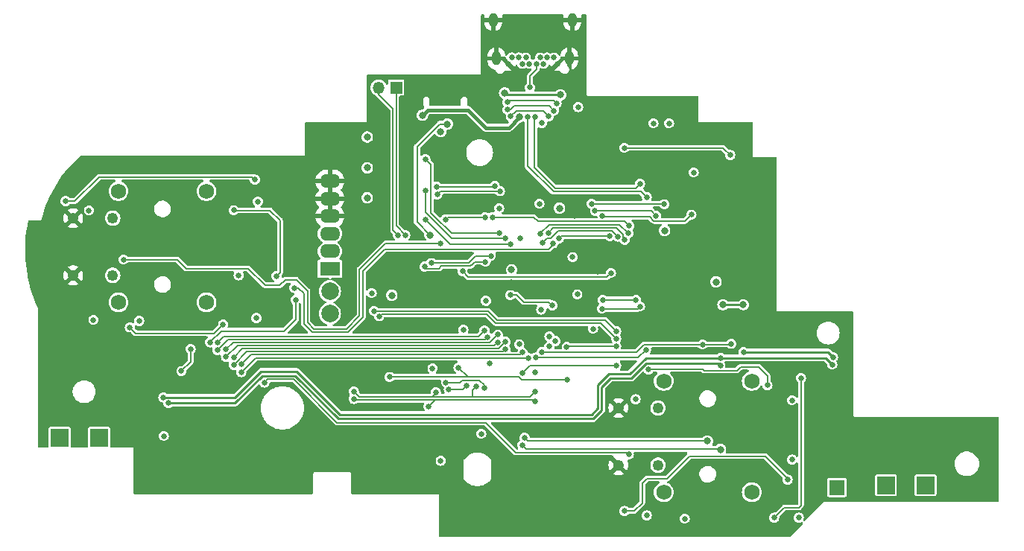
<source format=gbr>
G04 #@! TF.GenerationSoftware,KiCad,Pcbnew,7.0.2*
G04 #@! TF.CreationDate,2023-07-29T11:35:43-07:00*
G04 #@! TF.ProjectId,procon_gcc_main_pcb,70726f63-6f6e-45f6-9763-635f6d61696e,1*
G04 #@! TF.SameCoordinates,Original*
G04 #@! TF.FileFunction,Copper,L4,Bot*
G04 #@! TF.FilePolarity,Positive*
%FSLAX46Y46*%
G04 Gerber Fmt 4.6, Leading zero omitted, Abs format (unit mm)*
G04 Created by KiCad (PCBNEW 7.0.2) date 2023-07-29 11:35:43*
%MOMM*%
%LPD*%
G01*
G04 APERTURE LIST*
G04 #@! TA.AperFunction,ComponentPad*
%ADD10R,1.700000X1.700000*%
G04 #@! TD*
G04 #@! TA.AperFunction,ComponentPad*
%ADD11R,2.300000X1.600000*%
G04 #@! TD*
G04 #@! TA.AperFunction,ComponentPad*
%ADD12O,2.300000X1.600000*%
G04 #@! TD*
G04 #@! TA.AperFunction,ComponentPad*
%ADD13R,2.000000X2.000000*%
G04 #@! TD*
G04 #@! TA.AperFunction,ComponentPad*
%ADD14C,1.750000*%
G04 #@! TD*
G04 #@! TA.AperFunction,ComponentPad*
%ADD15C,1.250000*%
G04 #@! TD*
G04 #@! TA.AperFunction,ComponentPad*
%ADD16R,1.350000X1.350000*%
G04 #@! TD*
G04 #@! TA.AperFunction,ComponentPad*
%ADD17O,1.350000X1.350000*%
G04 #@! TD*
G04 #@! TA.AperFunction,ComponentPad*
%ADD18C,0.650000*%
G04 #@! TD*
G04 #@! TA.AperFunction,ComponentPad*
%ADD19O,1.000000X1.600000*%
G04 #@! TD*
G04 #@! TA.AperFunction,SMDPad,CuDef*
%ADD20C,2.000000*%
G04 #@! TD*
G04 #@! TA.AperFunction,ViaPad*
%ADD21C,0.650000*%
G04 #@! TD*
G04 #@! TA.AperFunction,ViaPad*
%ADD22C,0.800000*%
G04 #@! TD*
G04 #@! TA.AperFunction,ViaPad*
%ADD23C,0.950000*%
G04 #@! TD*
G04 #@! TA.AperFunction,Conductor*
%ADD24C,0.250000*%
G04 #@! TD*
G04 #@! TA.AperFunction,Conductor*
%ADD25C,0.150000*%
G04 #@! TD*
G04 #@! TA.AperFunction,Conductor*
%ADD26C,0.400000*%
G04 #@! TD*
G04 #@! TA.AperFunction,Conductor*
%ADD27C,0.200000*%
G04 #@! TD*
G04 APERTURE END LIST*
D10*
X172983595Y-145804174D03*
D11*
X115400000Y-120950000D03*
D12*
X115400000Y-118950000D03*
X115400000Y-116950000D03*
X115400000Y-114950000D03*
X115400000Y-112950000D03*
X115400000Y-110950000D03*
D13*
X178562000Y-145542000D03*
X84675000Y-140125000D03*
D14*
X153320200Y-133697000D03*
X153320200Y-146347000D03*
X163320200Y-133697000D03*
X163320200Y-146347000D03*
D15*
X152670200Y-136772000D03*
X152670200Y-143272000D03*
X148170200Y-136772000D03*
X148170200Y-143272000D03*
D16*
X122920000Y-100330000D03*
D17*
X120920000Y-100330000D03*
D18*
X135660000Y-97625000D03*
X136060000Y-96925000D03*
X136860000Y-96925000D03*
X137260000Y-97625000D03*
X137660000Y-96925000D03*
X138060000Y-97625000D03*
X138860000Y-97625000D03*
X139260000Y-96925000D03*
X139660000Y-97625000D03*
X140060000Y-96925000D03*
X140860000Y-96925000D03*
X141260000Y-97625000D03*
D19*
X142950000Y-92635000D03*
X142590000Y-97025000D03*
X134330000Y-97025000D03*
X133970000Y-92635000D03*
D14*
X91377000Y-112107600D03*
X91377000Y-124757600D03*
X101377000Y-112107600D03*
X101377000Y-124757600D03*
D15*
X90727000Y-115182600D03*
X90727000Y-121682600D03*
X86227000Y-115182600D03*
X86227000Y-121682600D03*
D13*
X89175000Y-140125000D03*
X183062000Y-145542000D03*
D20*
X115400000Y-126030000D03*
X115400000Y-123490000D03*
D21*
X93726331Y-126862917D03*
X134620000Y-114046000D03*
X130562373Y-127876914D03*
X168667000Y-149234000D03*
X142970303Y-119602303D03*
X133110093Y-124574727D03*
X88535000Y-126744000D03*
X167905000Y-142630000D03*
X127054837Y-132259660D03*
X151395000Y-148980000D03*
X127985961Y-142771665D03*
X136906432Y-129527645D03*
X152146000Y-104394000D03*
D22*
X119634000Y-112870000D03*
D21*
X120142000Y-123698000D03*
X145288000Y-127762000D03*
D22*
X119634000Y-109456500D03*
D21*
X150125000Y-135772000D03*
D22*
X141478000Y-114046000D03*
X119634000Y-105967500D03*
X122428000Y-123952000D03*
D21*
X105020929Y-121684734D03*
X155702000Y-149352000D03*
X143500453Y-123854037D03*
X88027000Y-114298000D03*
X138675176Y-132700935D03*
X107208063Y-113292025D03*
X96520000Y-139954000D03*
X107037293Y-126541343D03*
X137028008Y-117460000D03*
X167894000Y-135890000D03*
X156718000Y-109982000D03*
X132588000Y-139700000D03*
X142748000Y-100838000D03*
X120904000Y-116586000D03*
X145804133Y-112938500D03*
X133096000Y-100076000D03*
X143221104Y-114944030D03*
D22*
X127107283Y-123666449D03*
D21*
X150114000Y-104140000D03*
X120142000Y-139446000D03*
X106417379Y-120315295D03*
X103267000Y-124712000D03*
X152908000Y-107950000D03*
X132295074Y-125071565D03*
X96251364Y-140759909D03*
X134620000Y-138938000D03*
X165873000Y-145170000D03*
D22*
X175006000Y-141224000D03*
X139700000Y-105918000D03*
D21*
X94658085Y-124431035D03*
X149481155Y-131664147D03*
X163068000Y-117348000D03*
X111760000Y-127508000D03*
X145825146Y-121260797D03*
D22*
X180340000Y-140970000D03*
D21*
X165365000Y-141868000D03*
X143510000Y-128270000D03*
X170942000Y-133350000D03*
X120142000Y-136652000D03*
X102600819Y-120120673D03*
X165558656Y-131908586D03*
X93841951Y-129753459D03*
X125476000Y-122682000D03*
X102616000Y-140462000D03*
D22*
X157480000Y-124714000D03*
D21*
X103395240Y-111997354D03*
X85578500Y-112054911D03*
D22*
X140462000Y-113538000D03*
D21*
X85578500Y-124712000D03*
X147585000Y-145932000D03*
X164857000Y-150758000D03*
X156718000Y-146558000D03*
X151788505Y-121225927D03*
X135988986Y-122489828D03*
X153924000Y-104394000D03*
X96486350Y-135568701D03*
X139192000Y-113538000D03*
X172466000Y-131826000D03*
D22*
X153416000Y-116586000D03*
X159258000Y-122428000D03*
D21*
X159766000Y-131064000D03*
X99568000Y-130048000D03*
X98532731Y-132568731D03*
X172548500Y-130980513D03*
X159750995Y-131913370D03*
X97059568Y-136218201D03*
D22*
X160046410Y-125022965D03*
D21*
X162376218Y-130414500D03*
D22*
X162368205Y-125022965D03*
X135250000Y-100950000D03*
X141600000Y-101150000D03*
D21*
X135889284Y-123917342D03*
X140655008Y-125103788D03*
D22*
X125910445Y-103485736D03*
X136951582Y-103667026D03*
D21*
X148844000Y-107188000D03*
X160871714Y-108012111D03*
X135560000Y-102010000D03*
X141150037Y-102109750D03*
D22*
X127988555Y-105343940D03*
D21*
X127552150Y-111614186D03*
X134112000Y-111506000D03*
X135580464Y-102859256D03*
X140859500Y-102955721D03*
X139490000Y-104340000D03*
X150169000Y-124460000D03*
D23*
X115399875Y-126024784D03*
D21*
X138725000Y-103700000D03*
X150622000Y-111252000D03*
X146370500Y-124460000D03*
X153388660Y-113593849D03*
X145127916Y-113538000D03*
X152443077Y-114896437D03*
X145521157Y-114366463D03*
X146355074Y-114943530D03*
X156457671Y-114790556D03*
X102638667Y-129310618D03*
X132954745Y-127933292D03*
X133288465Y-128714500D03*
X102597604Y-130199504D03*
X103612047Y-130088267D03*
X134468986Y-128424319D03*
X134455541Y-129285586D03*
X103587142Y-130960994D03*
X135349887Y-129239062D03*
X104475631Y-131002427D03*
X135343064Y-130093708D03*
X104464757Y-131861123D03*
X105359559Y-131816120D03*
X137299911Y-130464500D03*
X137922000Y-131064000D03*
X105322545Y-132700957D03*
X150622000Y-125222000D03*
X146304000Y-125476000D03*
X137875497Y-103700000D03*
X151384000Y-112776000D03*
X138110500Y-100325000D03*
D23*
X115393423Y-123482711D03*
D21*
X135952868Y-103627332D03*
X140240000Y-103600000D03*
X134712689Y-112106689D03*
X127585799Y-112489066D03*
X143600000Y-102550000D03*
X130460546Y-121226096D03*
X147320000Y-121412000D03*
X151584478Y-132387522D03*
X165106351Y-134191230D03*
X165873000Y-149234000D03*
X168910000Y-133350000D03*
X135890000Y-118110000D03*
X126238000Y-115316000D03*
X126238000Y-112014000D03*
X135289311Y-117485500D03*
X134671163Y-116886000D03*
X126238000Y-108458000D03*
X151308546Y-130152209D03*
X138773731Y-131031781D03*
X139438596Y-130432281D03*
X157734000Y-129540000D03*
X160988701Y-129462658D03*
X101789256Y-129298146D03*
X111506000Y-124460000D03*
X137515984Y-140168988D03*
D22*
X158289061Y-140543759D03*
D21*
X139405270Y-125570588D03*
X140316540Y-129785101D03*
X137247348Y-140974897D03*
D22*
X159766000Y-141478000D03*
D21*
X167397000Y-144916000D03*
X148855000Y-148472000D03*
X133858000Y-115062000D03*
X149384122Y-116050151D03*
X85375221Y-113236927D03*
X106869300Y-110801928D03*
X127987924Y-118081924D03*
X133008554Y-115071795D03*
X128524000Y-115316000D03*
X91948000Y-119888000D03*
X120396000Y-125730000D03*
X138684000Y-134874000D03*
X147919500Y-128016000D03*
X147198879Y-117213045D03*
X141404177Y-117497313D03*
X132000173Y-134288316D03*
X127432841Y-134967501D03*
X118110000Y-134882500D03*
X92662542Y-127596428D03*
X103267000Y-127252000D03*
X109315105Y-121762452D03*
X104473364Y-114290045D03*
X149352000Y-142063488D03*
X107962872Y-133883745D03*
D22*
X136030294Y-121057593D03*
X126766222Y-117099496D03*
X128751620Y-104486351D03*
D21*
X123102497Y-117094000D03*
X126167632Y-120689085D03*
X133072036Y-120142000D03*
X126910268Y-120276596D03*
X133671536Y-119468777D03*
X123952000Y-117094000D03*
X133548657Y-131702501D03*
X140340984Y-128624884D03*
X148873233Y-117647016D03*
X122174000Y-133233500D03*
X142305553Y-129811740D03*
X130005677Y-132178963D03*
X142311493Y-133531152D03*
X147919500Y-129744441D03*
X140205307Y-116837159D03*
X126573027Y-136571982D03*
X120996689Y-126330689D03*
X139525184Y-117975142D03*
X138671220Y-136025083D03*
X148109237Y-117275581D03*
X130887178Y-134256953D03*
X128906167Y-134655907D03*
X118110000Y-135732003D03*
X147919500Y-128865503D03*
X140747854Y-118036659D03*
X111320153Y-123112063D03*
X139325404Y-117003791D03*
X149293981Y-116894857D03*
X147919500Y-131948063D03*
X137283380Y-132782656D03*
X141035477Y-129161171D03*
X132908956Y-134502055D03*
X128588745Y-133855475D03*
D24*
X159766000Y-131064000D02*
X171704000Y-131064000D01*
X145116632Y-137524647D02*
X116523222Y-137524647D01*
X107589358Y-132603451D02*
X104624108Y-135568701D01*
X145823266Y-136818013D02*
X145116632Y-137524647D01*
X104624108Y-135568701D02*
X96486350Y-135568701D01*
X145823266Y-134193375D02*
X145823266Y-136818013D01*
X116523222Y-137524647D02*
X111602026Y-132603451D01*
X147110348Y-132906293D02*
X145823266Y-134193375D01*
X151287239Y-131064000D02*
X149444946Y-132906293D01*
X111602026Y-132603451D02*
X107589358Y-132603451D01*
X159766000Y-131064000D02*
X151287239Y-131064000D01*
X171704000Y-131064000D02*
X172466000Y-131826000D01*
X149444946Y-132906293D02*
X147110348Y-132906293D01*
D25*
X99568000Y-131533462D02*
X98532731Y-132568731D01*
X99568000Y-130048000D02*
X99568000Y-131533462D01*
D24*
X160046410Y-125022965D02*
X162368205Y-125022965D01*
X107733720Y-133095485D02*
X111457664Y-133095485D01*
X104611004Y-136218201D02*
X107733720Y-133095485D01*
X151290536Y-131709410D02*
X159547035Y-131709410D01*
X171982487Y-130414500D02*
X172548500Y-130980513D01*
X146273266Y-137004409D02*
X146273266Y-134379771D01*
X162376218Y-130414500D02*
X171982487Y-130414500D01*
X146273266Y-134379771D02*
X147296744Y-133356293D01*
X159547035Y-131709410D02*
X159750995Y-131913370D01*
X145286231Y-137991444D02*
X146273266Y-137004409D01*
X97059568Y-136218201D02*
X104611004Y-136218201D01*
X149643653Y-133356293D02*
X151290536Y-131709410D01*
X147296744Y-133356293D02*
X149643653Y-133356293D01*
X116353623Y-137991444D02*
X145286231Y-137991444D01*
X111457664Y-133095485D02*
X116353623Y-137991444D01*
X135450000Y-101150000D02*
X135250000Y-100950000D01*
X141600000Y-101150000D02*
X135450000Y-101150000D01*
D25*
X140265220Y-124714000D02*
X140655008Y-125103788D01*
X136617342Y-123917342D02*
X137414000Y-124714000D01*
X135889284Y-123917342D02*
X136617342Y-123917342D01*
X137414000Y-124714000D02*
X140265220Y-124714000D01*
D26*
X133096000Y-104902000D02*
X135716608Y-104902000D01*
X125910445Y-103485736D02*
X126526181Y-102870000D01*
X131064000Y-102870000D02*
X133096000Y-104902000D01*
X135716608Y-104902000D02*
X136951582Y-103667026D01*
X126526181Y-102870000D02*
X131064000Y-102870000D01*
D25*
X148844000Y-107188000D02*
X160047603Y-107188000D01*
X160047603Y-107188000D02*
X160871714Y-108012111D01*
X140840287Y-101800000D02*
X141150037Y-102109750D01*
X138560000Y-101800000D02*
X140840287Y-101800000D01*
X135770000Y-101800000D02*
X138560000Y-101800000D01*
X135560000Y-102010000D02*
X135770000Y-101800000D01*
X135580464Y-102859256D02*
X135880744Y-102859256D01*
X136360000Y-102380000D02*
X140283779Y-102380000D01*
X135880744Y-102859256D02*
X136360000Y-102380000D01*
X140283779Y-102380000D02*
X140859500Y-102955721D01*
X134003814Y-111614186D02*
X134112000Y-111506000D01*
X127552150Y-111614186D02*
X134003814Y-111614186D01*
D27*
X115400000Y-126030000D02*
X115400000Y-126024909D01*
X115400000Y-126024909D02*
X115399875Y-126024784D01*
X138638836Y-103786164D02*
X138638836Y-109428836D01*
X150114000Y-111760000D02*
X150622000Y-111252000D01*
X138725000Y-103700000D02*
X138638836Y-103786164D01*
X150169000Y-124460000D02*
X146370500Y-124460000D01*
X140970000Y-111760000D02*
X150114000Y-111760000D01*
X138638836Y-109428836D02*
X140970000Y-111760000D01*
D25*
X153332811Y-113538000D02*
X153388660Y-113593849D01*
X145127916Y-113538000D02*
X153332811Y-113538000D01*
X145543590Y-114344030D02*
X151890670Y-114344030D01*
X151890670Y-114344030D02*
X152443077Y-114896437D01*
X145521157Y-114366463D02*
X145543590Y-114344030D01*
X146428558Y-115017014D02*
X151715125Y-115017014D01*
X151715125Y-115017014D02*
X152194548Y-115496437D01*
X146355074Y-114943530D02*
X146428558Y-115017014D01*
X155751790Y-115496437D02*
X156457671Y-114790556D01*
X152194548Y-115496437D02*
X155751790Y-115496437D01*
X132954745Y-127933292D02*
X132274037Y-128614000D01*
X132274037Y-128614000D02*
X103335285Y-128614000D01*
X103335285Y-128614000D02*
X102638667Y-129310618D01*
X103833108Y-128964000D02*
X102597604Y-130199504D01*
X133288465Y-128714500D02*
X133038965Y-128964000D01*
X133038965Y-128964000D02*
X103833108Y-128964000D01*
X133579305Y-129314000D02*
X132072375Y-129314000D01*
X134468986Y-128424319D02*
X133579305Y-129314000D01*
X104386314Y-129314000D02*
X103612047Y-130088267D01*
X132072375Y-129314000D02*
X104386314Y-129314000D01*
X134077127Y-129664000D02*
X133113345Y-129664000D01*
X104884136Y-129664000D02*
X103587142Y-130960994D01*
X133113345Y-129664000D02*
X104884136Y-129664000D01*
X134455541Y-129285586D02*
X134077127Y-129664000D01*
X105464058Y-130014000D02*
X104475631Y-131002427D01*
X135349887Y-129239062D02*
X134574949Y-130014000D01*
X133577588Y-130014000D02*
X105464058Y-130014000D01*
X134574949Y-130014000D02*
X133577588Y-130014000D01*
X105961880Y-130364000D02*
X104464757Y-131861123D01*
X135343064Y-130093708D02*
X135072772Y-130364000D01*
X135072772Y-130364000D02*
X133406871Y-130364000D01*
X133406871Y-130364000D02*
X105961880Y-130364000D01*
X129430281Y-130714000D02*
X106461679Y-130714000D01*
X106461679Y-130714000D02*
X105359559Y-131816120D01*
X137299911Y-130464500D02*
X137050411Y-130714000D01*
X137050411Y-130714000D02*
X129430281Y-130714000D01*
X137922000Y-131064000D02*
X106959502Y-131064000D01*
X106959502Y-131064000D02*
X105322545Y-132700957D01*
X138860000Y-98284619D02*
X138110500Y-99034119D01*
D27*
X115400000Y-123489288D02*
X115393423Y-123482711D01*
X137875497Y-109231183D02*
X140804315Y-112160000D01*
X137875497Y-103700000D02*
X137875497Y-109231183D01*
X140804315Y-112160000D02*
X150768000Y-112160000D01*
D25*
X138110500Y-99034119D02*
X138110500Y-100325000D01*
D27*
X146304000Y-125476000D02*
X150368000Y-125476000D01*
X150768000Y-112160000D02*
X151384000Y-112776000D01*
X115400000Y-123490000D02*
X115400000Y-123489288D01*
D25*
X138860000Y-97625000D02*
X138860000Y-98284619D01*
D27*
X150368000Y-125476000D02*
X150622000Y-125222000D01*
D25*
X127968176Y-112106689D02*
X127585799Y-112489066D01*
X139632026Y-102992026D02*
X136588174Y-102992026D01*
X134712689Y-112106689D02*
X127968176Y-112106689D01*
X140240000Y-103600000D02*
X139632026Y-102992026D01*
X136588174Y-102992026D02*
X135952868Y-103627332D01*
X131124778Y-121890328D02*
X146841672Y-121890328D01*
X130460546Y-121226096D02*
X131124778Y-121890328D01*
X146841672Y-121890328D02*
X147320000Y-121412000D01*
X151584478Y-132387522D02*
X151638000Y-132334000D01*
X151638000Y-132334000D02*
X157734000Y-132334000D01*
X162052000Y-132080000D02*
X164084000Y-132080000D01*
X157913370Y-132513370D02*
X161618630Y-132513370D01*
X157734000Y-132334000D02*
X157913370Y-132513370D01*
X161618630Y-132513370D02*
X162052000Y-132080000D01*
X165106351Y-133102351D02*
X165106351Y-134191230D01*
X164084000Y-132080000D02*
X165106351Y-133102351D01*
X167025000Y-148082000D02*
X165873000Y-149234000D01*
X168910000Y-147828000D02*
X168656000Y-148082000D01*
X168656000Y-148082000D02*
X167025000Y-148082000D01*
X168910000Y-133350000D02*
X168910000Y-147828000D01*
X126238000Y-115316000D02*
X129032000Y-118110000D01*
X129032000Y-118110000D02*
X135890000Y-118110000D01*
X126238000Y-114467471D02*
X126238000Y-112014000D01*
X126789264Y-115018735D02*
X126238000Y-114467471D01*
X129256029Y-117485500D02*
X126789264Y-115018735D01*
X135289311Y-117485500D02*
X129256029Y-117485500D01*
X126238000Y-108458000D02*
X126863000Y-109083000D01*
X129186859Y-116886000D02*
X134671163Y-116886000D01*
X127308430Y-115007571D02*
X129186859Y-116886000D01*
X126863000Y-109083000D02*
X126863000Y-114562141D01*
X126863000Y-114562141D02*
X127308430Y-115007571D01*
X150428974Y-131031781D02*
X151308546Y-130152209D01*
X138773731Y-131031781D02*
X150428974Y-131031781D01*
X150179945Y-130432281D02*
X151072226Y-129540000D01*
X160911359Y-129540000D02*
X160988701Y-129462658D01*
X157734000Y-129540000D02*
X160911359Y-129540000D01*
X151130000Y-129540000D02*
X157734000Y-129540000D01*
X151072226Y-129540000D02*
X151130000Y-129540000D01*
X139438596Y-130432281D02*
X150179945Y-130432281D01*
D27*
X111506000Y-126724282D02*
X111506000Y-124460000D01*
X110215782Y-128014500D02*
X111506000Y-126724282D01*
X101789256Y-129276145D02*
X103050901Y-128014500D01*
X101789256Y-129298146D02*
X101789256Y-129276145D01*
X103050901Y-128014500D02*
X110215782Y-128014500D01*
X137851743Y-140504747D02*
X137515984Y-140168988D01*
X158250049Y-140504747D02*
X137851743Y-140504747D01*
X158289061Y-140543759D02*
X158250049Y-140504747D01*
X159726988Y-141438988D02*
X159766000Y-141478000D01*
X137711439Y-141438988D02*
X159726988Y-141438988D01*
X137247348Y-140974897D02*
X137711439Y-141438988D01*
D25*
X167397000Y-144791000D02*
X164846000Y-142240000D01*
X156210000Y-142240000D02*
X153670000Y-144780000D01*
X164846000Y-142240000D02*
X156210000Y-142240000D01*
X149978000Y-148472000D02*
X148855000Y-148472000D01*
X167397000Y-144916000D02*
X167397000Y-144791000D01*
X153670000Y-144780000D02*
X151384000Y-144780000D01*
X150876000Y-145288000D02*
X150876000Y-147574000D01*
X150876000Y-147574000D02*
X149978000Y-148472000D01*
X151384000Y-144780000D02*
X150876000Y-145288000D01*
X149384122Y-116050151D02*
X148877501Y-115543530D01*
X138547279Y-115062000D02*
X133858000Y-115062000D01*
X139028809Y-115543530D02*
X138547279Y-115062000D01*
X148877501Y-115543530D02*
X139028809Y-115543530D01*
X106557372Y-110490000D02*
X106869300Y-110801928D01*
X85375221Y-113236927D02*
X86407073Y-113236927D01*
X89154000Y-110490000D02*
X106557372Y-110490000D01*
X86407073Y-113236927D02*
X89154000Y-110490000D01*
X106115566Y-120904000D02*
X108041044Y-122829478D01*
X117282689Y-127784062D02*
X113551269Y-127784062D01*
X109686128Y-122829478D02*
X110329838Y-122185768D01*
X111573644Y-122185768D02*
X110329838Y-122185768D01*
X113551269Y-127784062D02*
X112844174Y-127076967D01*
X133008554Y-115071795D02*
X128768205Y-115071795D01*
X121707102Y-118081924D02*
X118765033Y-121023993D01*
X112844174Y-127076967D02*
X112844174Y-123456298D01*
X108041044Y-122829478D02*
X109686128Y-122829478D01*
X128768205Y-115071795D02*
X128524000Y-115316000D01*
X99060000Y-120904000D02*
X106115566Y-120904000D01*
X118765033Y-121023993D02*
X118765033Y-126301718D01*
X127987924Y-118081924D02*
X121707102Y-118081924D01*
X118765033Y-126301718D02*
X117282689Y-127784062D01*
X91948000Y-119888000D02*
X98044000Y-119888000D01*
X98044000Y-119888000D02*
X99060000Y-120904000D01*
X112844174Y-123456298D02*
X111573644Y-122185768D01*
X131572000Y-135474000D02*
X127000000Y-135474000D01*
X141688445Y-117213045D02*
X147198879Y-117213045D01*
X146649500Y-126746000D02*
X147919500Y-128016000D01*
X131572000Y-135474000D02*
X131572000Y-134716489D01*
X134366000Y-126746000D02*
X137922000Y-126746000D01*
X118701500Y-135474000D02*
X118110000Y-134882500D01*
X127432841Y-134967501D02*
X127432841Y-135041159D01*
X120396000Y-125730000D02*
X133350000Y-125730000D01*
X127000000Y-135474000D02*
X118701500Y-135474000D01*
X138684000Y-134874000D02*
X138084000Y-135474000D01*
X141404177Y-117497313D02*
X141688445Y-117213045D01*
X137922000Y-126746000D02*
X146649500Y-126746000D01*
X138084000Y-135474000D02*
X131572000Y-135474000D01*
X134112000Y-126492000D02*
X134366000Y-126746000D01*
X133350000Y-125730000D02*
X134112000Y-126492000D01*
X127432841Y-135041159D02*
X127000000Y-135474000D01*
X131572000Y-134716489D02*
X132000173Y-134288316D01*
X93336114Y-128270000D02*
X102249000Y-128270000D01*
X92662542Y-127596428D02*
X93336114Y-128270000D01*
X102249000Y-128270000D02*
X103267000Y-127252000D01*
X108351132Y-133495485D02*
X111291978Y-133495485D01*
X133096000Y-138430000D02*
X136479988Y-141813988D01*
X104483319Y-114300000D02*
X104473364Y-114290045D01*
X109728000Y-115429454D02*
X108598546Y-114300000D01*
X107962872Y-133883745D02*
X108351132Y-133495485D01*
X109728000Y-121349557D02*
X109728000Y-115429454D01*
X136479988Y-141813988D02*
X149102500Y-141813988D01*
X108598546Y-114300000D02*
X104483319Y-114300000D01*
X149102500Y-141813988D02*
X149352000Y-142063488D01*
X111291978Y-133495485D02*
X116226493Y-138430000D01*
X109315105Y-121762452D02*
X109728000Y-121349557D01*
X116226493Y-138430000D02*
X133096000Y-138430000D01*
D27*
X125288102Y-107054443D02*
X125288102Y-108065319D01*
X127856194Y-104486351D02*
X125288102Y-107054443D01*
X128751620Y-104486351D02*
X127856194Y-104486351D01*
X125288102Y-108065319D02*
X125288102Y-115621376D01*
X125288102Y-115621376D02*
X126766222Y-117099496D01*
D25*
X131826000Y-120142000D02*
X131572000Y-120396000D01*
X131341404Y-120626596D02*
X128039404Y-120626596D01*
X128039404Y-120626596D02*
X127762000Y-120904000D01*
X123102497Y-117094000D02*
X122570000Y-116561503D01*
X131572000Y-120396000D02*
X131341404Y-120626596D01*
X122570000Y-102758000D02*
X120920000Y-101108000D01*
X133072036Y-120142000D02*
X131826000Y-120142000D01*
X127762000Y-120904000D02*
X126382547Y-120904000D01*
X126382547Y-120904000D02*
X126167632Y-120689085D01*
X122570000Y-116561503D02*
X122570000Y-102758000D01*
X120920000Y-101108000D02*
X120920000Y-100330000D01*
X133671536Y-119468777D02*
X131959166Y-119468777D01*
X122920000Y-100330000D02*
X122920000Y-116062000D01*
X122920000Y-116062000D02*
X123952000Y-117094000D01*
X131959166Y-119468777D02*
X131151347Y-120276596D01*
X131151347Y-120276596D02*
X126910268Y-120276596D01*
X122174000Y-133233500D02*
X131420057Y-133233500D01*
X147919500Y-129744441D02*
X142372852Y-129744441D01*
X148709237Y-117483020D02*
X148873233Y-117647016D01*
X131060214Y-133233500D02*
X131420057Y-133233500D01*
X147945730Y-116263545D02*
X148709237Y-117027052D01*
X142372852Y-129744441D02*
X142305553Y-129811740D01*
X148709237Y-117027052D02*
X148709237Y-117483020D01*
X136885695Y-133233500D02*
X137183347Y-133531152D01*
X140778921Y-116263545D02*
X147945730Y-116263545D01*
X131420057Y-133233500D02*
X136885695Y-133233500D01*
X140205307Y-116837159D02*
X140778921Y-116263545D01*
X130005677Y-132178963D02*
X131060214Y-133233500D01*
X137183347Y-133531152D02*
X142311493Y-133531152D01*
X118201997Y-135824000D02*
X121158000Y-135824000D01*
X146149997Y-127096000D02*
X147919500Y-128865503D01*
X135382000Y-127096000D02*
X146149997Y-127096000D01*
X127321009Y-135824000D02*
X126573027Y-136571982D01*
X130488224Y-134655907D02*
X130887178Y-134256953D01*
X121247378Y-126080000D02*
X123698000Y-126080000D01*
X141323335Y-116613545D02*
X147447201Y-116613545D01*
X147447201Y-116613545D02*
X148109237Y-117275581D01*
X118110000Y-135732003D02*
X118201997Y-135824000D01*
X128906167Y-134655907D02*
X130488224Y-134655907D01*
X123698000Y-126080000D02*
X133205026Y-126080000D01*
X133205026Y-126080000D02*
X133737513Y-126612487D01*
X121158000Y-135824000D02*
X127508000Y-135824000D01*
X134221026Y-127096000D02*
X135382000Y-127096000D01*
X138470137Y-135824000D02*
X138671220Y-136025083D01*
X127508000Y-135824000D02*
X127321009Y-135824000D01*
X140500221Y-117436659D02*
X141323335Y-116613545D01*
X140063667Y-117436659D02*
X140500221Y-117436659D01*
X127508000Y-135824000D02*
X138470137Y-135824000D01*
X120996689Y-126330689D02*
X121247378Y-126080000D01*
X139525184Y-117975142D02*
X140063667Y-117436659D01*
X133737513Y-126612487D02*
X134221026Y-127096000D01*
X140747854Y-118218513D02*
X140747854Y-118036659D01*
X140256367Y-118710000D02*
X140747854Y-118218513D01*
X121574000Y-118710000D02*
X140256367Y-118710000D01*
X112445327Y-123777826D02*
X112445327Y-127186786D01*
X111779564Y-123112063D02*
X112445327Y-123777826D01*
X113398927Y-128140386D02*
X117443426Y-128140386D01*
X112445327Y-127186786D02*
X113398927Y-128140386D01*
X111320153Y-123112063D02*
X111779564Y-123112063D01*
X119126000Y-121158000D02*
X121574000Y-118710000D01*
X119126000Y-126457812D02*
X119126000Y-121158000D01*
X117443426Y-128140386D02*
X119126000Y-126457812D01*
X139325404Y-117003791D02*
X139325404Y-116868533D01*
X148312669Y-115913545D02*
X149293981Y-116894857D01*
X139325404Y-116868533D02*
X140280392Y-115913545D01*
X147919500Y-131948063D02*
X138117973Y-131948063D01*
X138117973Y-131948063D02*
X137283380Y-132782656D01*
X140280392Y-115913545D02*
X148312669Y-115913545D01*
X132386188Y-133621605D02*
X130384037Y-133621605D01*
X132908956Y-134502055D02*
X132908956Y-134144373D01*
X130150167Y-133855475D02*
X128588745Y-133855475D01*
X130384037Y-133621605D02*
X130150167Y-133855475D01*
X132908956Y-134144373D02*
X132386188Y-133621605D01*
G04 #@! TA.AperFunction,Conductor*
G36*
X150230597Y-131376966D02*
G01*
X150276352Y-131429770D01*
X150286296Y-131498928D01*
X150257271Y-131562484D01*
X150251239Y-131568962D01*
X149325727Y-132494474D01*
X149264404Y-132527959D01*
X149238046Y-132530793D01*
X148449204Y-132530793D01*
X148382165Y-132511108D01*
X148336410Y-132458304D01*
X148326466Y-132389146D01*
X148350827Y-132331307D01*
X148422198Y-132238296D01*
X148480187Y-132098299D01*
X148499966Y-131948063D01*
X148480187Y-131797827D01*
X148422198Y-131657830D01*
X148376670Y-131598497D01*
X148344650Y-131556767D01*
X148319456Y-131491598D01*
X148333494Y-131423153D01*
X148382308Y-131373164D01*
X148443026Y-131357281D01*
X150163558Y-131357281D01*
X150230597Y-131376966D01*
G37*
G04 #@! TD.AperFunction*
G04 #@! TA.AperFunction,Conductor*
G36*
X112053954Y-124856310D02*
G01*
X112103944Y-124905123D01*
X112119827Y-124965842D01*
X112119827Y-127167158D01*
X112119355Y-127177966D01*
X112116062Y-127215593D01*
X112125839Y-127252082D01*
X112128180Y-127262638D01*
X112134926Y-127300893D01*
X112145156Y-127325589D01*
X112145773Y-127326470D01*
X112167439Y-127357413D01*
X112173242Y-127366522D01*
X112184530Y-127386073D01*
X112192133Y-127399241D01*
X112215616Y-127418946D01*
X112221069Y-127423521D01*
X112229045Y-127430830D01*
X112875034Y-128076819D01*
X112908519Y-128138142D01*
X112903535Y-128207834D01*
X112861663Y-128263767D01*
X112796199Y-128288184D01*
X112787353Y-128288500D01*
X110736825Y-128288500D01*
X110669786Y-128268815D01*
X110624031Y-128216011D01*
X110614087Y-128146853D01*
X110643112Y-128083297D01*
X110649144Y-128076819D01*
X110882111Y-127843852D01*
X111719043Y-127006918D01*
X111738895Y-126990797D01*
X111746669Y-126985719D01*
X111764500Y-126962808D01*
X111774227Y-126951795D01*
X111785550Y-126935935D01*
X111788604Y-126931837D01*
X111818517Y-126893408D01*
X111818517Y-126893405D01*
X111823108Y-126887508D01*
X111827885Y-126871464D01*
X111839129Y-126833694D01*
X111840679Y-126828851D01*
X111856500Y-126782770D01*
X111856500Y-126782765D01*
X111858925Y-126775702D01*
X111858616Y-126768237D01*
X111858617Y-126768236D01*
X111856606Y-126719603D01*
X111856500Y-126714480D01*
X111856500Y-124977603D01*
X111876185Y-124910564D01*
X111905013Y-124879228D01*
X111920340Y-124867467D01*
X111985509Y-124842272D01*
X112053954Y-124856310D01*
G37*
G04 #@! TD.AperFunction*
G04 #@! TA.AperFunction,Conductor*
G36*
X115649999Y-114458316D02*
G01*
X115621181Y-114440791D01*
X115475596Y-114400000D01*
X115362378Y-114400000D01*
X115250217Y-114415416D01*
X115150000Y-114458946D01*
X115150000Y-113441683D01*
X115178819Y-113459209D01*
X115324404Y-113500000D01*
X115437622Y-113500000D01*
X115549783Y-113484584D01*
X115650000Y-113441053D01*
X115649999Y-114458316D01*
G37*
G04 #@! TD.AperFunction*
G04 #@! TA.AperFunction,Conductor*
G36*
X115649999Y-112458316D02*
G01*
X115621181Y-112440791D01*
X115475596Y-112400000D01*
X115362378Y-112400000D01*
X115250217Y-112415416D01*
X115150000Y-112458946D01*
X115150000Y-111441683D01*
X115178819Y-111459209D01*
X115324404Y-111500000D01*
X115437622Y-111500000D01*
X115549783Y-111484584D01*
X115650000Y-111441053D01*
X115649999Y-112458316D01*
G37*
G04 #@! TD.AperFunction*
G04 #@! TA.AperFunction,Conductor*
G36*
X132929858Y-92034543D02*
G01*
X132975613Y-92087347D01*
X132985557Y-92156505D01*
X132984281Y-92163819D01*
X132969999Y-92233310D01*
X132970000Y-92384999D01*
X132970000Y-92385000D01*
X133720000Y-92385000D01*
X133720000Y-92885000D01*
X132970000Y-92885000D01*
X132970000Y-92982570D01*
X132970317Y-92988835D01*
X132985419Y-93137339D01*
X133046303Y-93331389D01*
X133145003Y-93509214D01*
X133277479Y-93663531D01*
X133438307Y-93788021D01*
X133620902Y-93877587D01*
X133720000Y-93903244D01*
X133720000Y-92959624D01*
X133734505Y-93032545D01*
X133789760Y-93115240D01*
X133872455Y-93170495D01*
X133970000Y-93189898D01*
X134067545Y-93170495D01*
X134150240Y-93115240D01*
X134205495Y-93032545D01*
X134220000Y-92959624D01*
X134220000Y-93908366D01*
X134221947Y-93908068D01*
X134412663Y-93837436D01*
X134585263Y-93729854D01*
X134732669Y-93589733D01*
X134848855Y-93422805D01*
X134929059Y-93235907D01*
X134970000Y-93036688D01*
X134970000Y-92885000D01*
X134220000Y-92885000D01*
X134220000Y-92385000D01*
X134970000Y-92385000D01*
X134970000Y-92287429D01*
X134969682Y-92281166D01*
X134956486Y-92151404D01*
X134969287Y-92082717D01*
X135017191Y-92031854D01*
X135079850Y-92014858D01*
X141842819Y-92014858D01*
X141909858Y-92034543D01*
X141955613Y-92087347D01*
X141965557Y-92156505D01*
X141964281Y-92163819D01*
X141950000Y-92233310D01*
X141950000Y-92385000D01*
X142700000Y-92385000D01*
X142700000Y-92885000D01*
X141950000Y-92885000D01*
X141950000Y-92982570D01*
X141950317Y-92988835D01*
X141965419Y-93137339D01*
X142026303Y-93331389D01*
X142125003Y-93509214D01*
X142257479Y-93663531D01*
X142418307Y-93788021D01*
X142600902Y-93877587D01*
X142700000Y-93903244D01*
X142700000Y-92959624D01*
X142714505Y-93032545D01*
X142769760Y-93115240D01*
X142852455Y-93170495D01*
X142950000Y-93189898D01*
X143047545Y-93170495D01*
X143130240Y-93115240D01*
X143185495Y-93032545D01*
X143200000Y-92959624D01*
X143200000Y-93908366D01*
X143201947Y-93908068D01*
X143392663Y-93837436D01*
X143565263Y-93729854D01*
X143712669Y-93589733D01*
X143828855Y-93422805D01*
X143909059Y-93235907D01*
X143950000Y-93036688D01*
X143950000Y-92885000D01*
X143200000Y-92885000D01*
X143200000Y-92385000D01*
X143950000Y-92385000D01*
X143950000Y-92287429D01*
X143949682Y-92281166D01*
X143936486Y-92151404D01*
X143949287Y-92082717D01*
X143997191Y-92031854D01*
X144059850Y-92014858D01*
X144431725Y-92014858D01*
X144498764Y-92034543D01*
X144544519Y-92087347D01*
X144555725Y-92138858D01*
X144555725Y-101078220D01*
X144551500Y-101110311D01*
X144550416Y-101114356D01*
X144550416Y-101114357D01*
X144550416Y-101114358D01*
X144555725Y-101134171D01*
X144555725Y-101134172D01*
X144571290Y-101192262D01*
X144628320Y-101249293D01*
X144706225Y-101270167D01*
X144710271Y-101269082D01*
X144742363Y-101264858D01*
X157131725Y-101264858D01*
X157198764Y-101284543D01*
X157244519Y-101337347D01*
X157255725Y-101388858D01*
X157255725Y-104078220D01*
X157251500Y-104110311D01*
X157250416Y-104114356D01*
X157250416Y-104114357D01*
X157250416Y-104114358D01*
X157255725Y-104134171D01*
X157255725Y-104134172D01*
X157261421Y-104155432D01*
X157270620Y-104189764D01*
X157271290Y-104192262D01*
X157328320Y-104249293D01*
X157406225Y-104270167D01*
X157410271Y-104269082D01*
X157442363Y-104264858D01*
X163331725Y-104264858D01*
X163398764Y-104284543D01*
X163444519Y-104337347D01*
X163455725Y-104388858D01*
X163455725Y-108078220D01*
X163451500Y-108110311D01*
X163450416Y-108114356D01*
X163450416Y-108114357D01*
X163450416Y-108114358D01*
X163455725Y-108134171D01*
X163455725Y-108134172D01*
X163471290Y-108192262D01*
X163528320Y-108249293D01*
X163606225Y-108270167D01*
X163610271Y-108269082D01*
X163642363Y-108264858D01*
X166031725Y-108264858D01*
X166098764Y-108284543D01*
X166144519Y-108337347D01*
X166155725Y-108388858D01*
X166155725Y-125578220D01*
X166151500Y-125610311D01*
X166150416Y-125614356D01*
X166150416Y-125614357D01*
X166155725Y-125634171D01*
X166163844Y-125664475D01*
X166171290Y-125692262D01*
X166228320Y-125749293D01*
X166306225Y-125770167D01*
X166310271Y-125769082D01*
X166342363Y-125764858D01*
X174731725Y-125764858D01*
X174798764Y-125784543D01*
X174844519Y-125837347D01*
X174855725Y-125888858D01*
X174855725Y-137578219D01*
X174851500Y-137610310D01*
X174850416Y-137614355D01*
X174850416Y-137614356D01*
X174850416Y-137614357D01*
X174855725Y-137634170D01*
X174855725Y-137634171D01*
X174861421Y-137655431D01*
X174868647Y-137682399D01*
X174871290Y-137692261D01*
X174928320Y-137749292D01*
X175006225Y-137770166D01*
X175010271Y-137769081D01*
X175042363Y-137764857D01*
X191281725Y-137764857D01*
X191348764Y-137784542D01*
X191394519Y-137837346D01*
X191405725Y-137888857D01*
X191405725Y-147339857D01*
X191386040Y-147406896D01*
X191333236Y-147452651D01*
X191281725Y-147463857D01*
X171612134Y-147463857D01*
X171606915Y-147463203D01*
X171555307Y-147463857D01*
X171523216Y-147463857D01*
X171519971Y-147464304D01*
X171513996Y-147464379D01*
X171513993Y-147464380D01*
X171511910Y-147465619D01*
X171480663Y-147478794D01*
X171478324Y-147479420D01*
X171478320Y-147479423D01*
X171474089Y-147483654D01*
X171471506Y-147485663D01*
X171462299Y-147495105D01*
X171462299Y-147495106D01*
X171449137Y-147508605D01*
X171430889Y-147526852D01*
X171412639Y-147545102D01*
X171409460Y-147549298D01*
X169387675Y-149622924D01*
X169326781Y-149657183D01*
X169257031Y-149653081D01*
X169200572Y-149611921D01*
X169175329Y-149546771D01*
X169184329Y-149488909D01*
X169227687Y-149384236D01*
X169247466Y-149234000D01*
X169227687Y-149083764D01*
X169169698Y-148943767D01*
X169077451Y-148823549D01*
X168957233Y-148731302D01*
X168942482Y-148725192D01*
X168916228Y-148714317D01*
X168817236Y-148673313D01*
X168792534Y-148670060D01*
X168690718Y-148656656D01*
X168673652Y-148649106D01*
X168665367Y-148653463D01*
X168657104Y-148654836D01*
X168516764Y-148673313D01*
X168376768Y-148731301D01*
X168256549Y-148823549D01*
X168164301Y-148943768D01*
X168106312Y-149083764D01*
X168086533Y-149234000D01*
X168106312Y-149384235D01*
X168149669Y-149488907D01*
X168164302Y-149524233D01*
X168256549Y-149644451D01*
X168376767Y-149736698D01*
X168516763Y-149794687D01*
X168516764Y-149794687D01*
X168666999Y-149814466D01*
X168666999Y-149814465D01*
X168667000Y-149814466D01*
X168817236Y-149794687D01*
X168935727Y-149745605D01*
X169005196Y-149738137D01*
X169067676Y-149769412D01*
X169103328Y-149829501D01*
X169100834Y-149899326D01*
X169071964Y-149946731D01*
X167629267Y-151426421D01*
X167568373Y-151460680D01*
X167540483Y-151463857D01*
X127930726Y-151463857D01*
X127863687Y-151444172D01*
X127817932Y-151391368D01*
X127806726Y-151339857D01*
X127806726Y-146750495D01*
X127810951Y-146718402D01*
X127812035Y-146714356D01*
X127791161Y-146636453D01*
X127791160Y-146636452D01*
X127734131Y-146579422D01*
X127734129Y-146579421D01*
X127656227Y-146558548D01*
X127656226Y-146558548D01*
X127652179Y-146559632D01*
X127620088Y-146563857D01*
X117930726Y-146563857D01*
X117863687Y-146544172D01*
X117817932Y-146491368D01*
X117806726Y-146439857D01*
X117806726Y-144795135D01*
X130601868Y-144795135D01*
X130603385Y-144802829D01*
X130604654Y-144815818D01*
X130608475Y-144830080D01*
X130610354Y-144838170D01*
X130616582Y-144869748D01*
X130621289Y-144877901D01*
X130621290Y-144877902D01*
X130621291Y-144877904D01*
X130635955Y-144892568D01*
X130647514Y-144905904D01*
X130711406Y-144991202D01*
X130888007Y-145171165D01*
X130891236Y-145173683D01*
X130891238Y-145173685D01*
X131083592Y-145323698D01*
X131086831Y-145326224D01*
X131304394Y-145453664D01*
X131536883Y-145551250D01*
X131780226Y-145617274D01*
X132030156Y-145650577D01*
X132034258Y-145650577D01*
X132278194Y-145650577D01*
X132282296Y-145650577D01*
X132532226Y-145617274D01*
X132775569Y-145551250D01*
X133008058Y-145453664D01*
X133225621Y-145326224D01*
X133424445Y-145171165D01*
X133601046Y-144991202D01*
X133664936Y-144905906D01*
X133676495Y-144892568D01*
X133691161Y-144877904D01*
X133691161Y-144877900D01*
X133695868Y-144869749D01*
X133697233Y-144862821D01*
X133697236Y-144862819D01*
X133702106Y-144838117D01*
X133703970Y-144830097D01*
X133706726Y-144819814D01*
X133706726Y-144819807D01*
X133707800Y-144815799D01*
X133709069Y-144802814D01*
X133710583Y-144795136D01*
X133706726Y-144764937D01*
X133706726Y-142735063D01*
X133710583Y-142704864D01*
X133709069Y-142697184D01*
X133707800Y-142684196D01*
X133703980Y-142669939D01*
X133702097Y-142661833D01*
X133697236Y-142637181D01*
X133697234Y-142637179D01*
X133695869Y-142630254D01*
X133691162Y-142622100D01*
X133691161Y-142622096D01*
X133676498Y-142607433D01*
X133664936Y-142594094D01*
X133603520Y-142512101D01*
X133603517Y-142512097D01*
X133601046Y-142508798D01*
X133424445Y-142328835D01*
X133421216Y-142326317D01*
X133421213Y-142326314D01*
X133228859Y-142176301D01*
X133228856Y-142176299D01*
X133225621Y-142173776D01*
X133222077Y-142171700D01*
X133222074Y-142171698D01*
X133018535Y-142052473D01*
X133008058Y-142046336D01*
X132775569Y-141948750D01*
X132744967Y-141940447D01*
X132536193Y-141883802D01*
X132536188Y-141883801D01*
X132532226Y-141882726D01*
X132528165Y-141882184D01*
X132528156Y-141882183D01*
X132286359Y-141849964D01*
X132286353Y-141849963D01*
X132282296Y-141849423D01*
X132030156Y-141849423D01*
X132026099Y-141849963D01*
X132026092Y-141849964D01*
X131784295Y-141882183D01*
X131784283Y-141882185D01*
X131780226Y-141882726D01*
X131776266Y-141883800D01*
X131776258Y-141883802D01*
X131540851Y-141947673D01*
X131540845Y-141947674D01*
X131536883Y-141948750D01*
X131533095Y-141950339D01*
X131533092Y-141950341D01*
X131308181Y-142044746D01*
X131308175Y-142044748D01*
X131304394Y-142046336D01*
X131300855Y-142048408D01*
X131300849Y-142048412D01*
X131090377Y-142171698D01*
X131090367Y-142171704D01*
X131086831Y-142173776D01*
X131083602Y-142176294D01*
X131083592Y-142176301D01*
X130891238Y-142326314D01*
X130891227Y-142326323D01*
X130888007Y-142328835D01*
X130885141Y-142331755D01*
X130885136Y-142331760D01*
X130714298Y-142505850D01*
X130714291Y-142505857D01*
X130711406Y-142508798D01*
X130708935Y-142512097D01*
X130647513Y-142594096D01*
X130635953Y-142607433D01*
X130621291Y-142622095D01*
X130616582Y-142630252D01*
X130610352Y-142661840D01*
X130608474Y-142669927D01*
X130604654Y-142684185D01*
X130603386Y-142697169D01*
X130601868Y-142704866D01*
X130605726Y-142735063D01*
X130605726Y-144764937D01*
X130601868Y-144795135D01*
X117806726Y-144795135D01*
X117806726Y-144250495D01*
X117810951Y-144218402D01*
X117812035Y-144214356D01*
X117799487Y-144167527D01*
X117791161Y-144136453D01*
X117791160Y-144136452D01*
X117791161Y-144136452D01*
X117763945Y-144109237D01*
X117734132Y-144079423D01*
X117734131Y-144079422D01*
X117734128Y-144079421D01*
X117656227Y-144058548D01*
X117656226Y-144058548D01*
X117652179Y-144059632D01*
X117620088Y-144063857D01*
X113692364Y-144063857D01*
X113660272Y-144059632D01*
X113656226Y-144058548D01*
X113656225Y-144058548D01*
X113636411Y-144063857D01*
X113578323Y-144079421D01*
X113521290Y-144136453D01*
X113500417Y-144214355D01*
X113500417Y-144214356D01*
X113500417Y-144214357D01*
X113501501Y-144218402D01*
X113505725Y-144250491D01*
X113505725Y-145386507D01*
X113505726Y-146439857D01*
X113486041Y-146506896D01*
X113433238Y-146552651D01*
X113381726Y-146563857D01*
X93230726Y-146563857D01*
X93163687Y-146544172D01*
X93117932Y-146491368D01*
X93106726Y-146439857D01*
X93106726Y-142771664D01*
X127405494Y-142771664D01*
X127425273Y-142921900D01*
X127452761Y-142988260D01*
X127483263Y-143061898D01*
X127575510Y-143182116D01*
X127695728Y-143274363D01*
X127786671Y-143312033D01*
X127835725Y-143332352D01*
X127985960Y-143352131D01*
X127985960Y-143352130D01*
X127985961Y-143352131D01*
X128136197Y-143332352D01*
X128276194Y-143274363D01*
X128396412Y-143182116D01*
X128488659Y-143061898D01*
X128546648Y-142921901D01*
X128566427Y-142771665D01*
X128557632Y-142704864D01*
X128546648Y-142621429D01*
X128523481Y-142565500D01*
X128488659Y-142481432D01*
X128396412Y-142361214D01*
X128276194Y-142268967D01*
X128276192Y-142268966D01*
X128136196Y-142210977D01*
X127985961Y-142191198D01*
X127835725Y-142210977D01*
X127695729Y-142268966D01*
X127575510Y-142361214D01*
X127483262Y-142481433D01*
X127425273Y-142621429D01*
X127405494Y-142771664D01*
X93106726Y-142771664D01*
X93106726Y-141450495D01*
X93110951Y-141418402D01*
X93112035Y-141414356D01*
X93094083Y-141347360D01*
X93091161Y-141336453D01*
X93091160Y-141336452D01*
X93091161Y-141336452D01*
X93064526Y-141309818D01*
X93034132Y-141279423D01*
X93034131Y-141279422D01*
X93034128Y-141279421D01*
X92956227Y-141258548D01*
X92956226Y-141258548D01*
X92952179Y-141259632D01*
X92920088Y-141263857D01*
X90549500Y-141263857D01*
X90482461Y-141244172D01*
X90436706Y-141191368D01*
X90425500Y-141139857D01*
X90425500Y-139954000D01*
X95939533Y-139954000D01*
X95959312Y-140104235D01*
X96015232Y-140239235D01*
X96017302Y-140244233D01*
X96109549Y-140364451D01*
X96229767Y-140456698D01*
X96369764Y-140514687D01*
X96520000Y-140534466D01*
X96670236Y-140514687D01*
X96810233Y-140456698D01*
X96930451Y-140364451D01*
X97022698Y-140244233D01*
X97080687Y-140104236D01*
X97100466Y-139954000D01*
X97080687Y-139803764D01*
X97037706Y-139700000D01*
X132007533Y-139700000D01*
X132027312Y-139850235D01*
X132085301Y-139990231D01*
X132085302Y-139990233D01*
X132177549Y-140110451D01*
X132297767Y-140202698D01*
X132437764Y-140260687D01*
X132588000Y-140280466D01*
X132738236Y-140260687D01*
X132878233Y-140202698D01*
X132998451Y-140110451D01*
X133090698Y-139990233D01*
X133148687Y-139850236D01*
X133168466Y-139700000D01*
X133148687Y-139549764D01*
X133090698Y-139409767D01*
X132998451Y-139289549D01*
X132878233Y-139197302D01*
X132878231Y-139197301D01*
X132738235Y-139139312D01*
X132588000Y-139119533D01*
X132437764Y-139139312D01*
X132297768Y-139197301D01*
X132177549Y-139289549D01*
X132085301Y-139409768D01*
X132027312Y-139549764D01*
X132007533Y-139700000D01*
X97037706Y-139700000D01*
X97022698Y-139663767D01*
X96930451Y-139543549D01*
X96810233Y-139451302D01*
X96810231Y-139451301D01*
X96670235Y-139393312D01*
X96520000Y-139373533D01*
X96369764Y-139393312D01*
X96229768Y-139451301D01*
X96109549Y-139543549D01*
X96017301Y-139663768D01*
X95959312Y-139803764D01*
X95939533Y-139954000D01*
X90425500Y-139954000D01*
X90425500Y-139100325D01*
X90410966Y-139027261D01*
X90410966Y-139027260D01*
X90355601Y-138944399D01*
X90272740Y-138889034D01*
X90272739Y-138889033D01*
X90272738Y-138889033D01*
X90199675Y-138874500D01*
X90199674Y-138874500D01*
X88150326Y-138874500D01*
X88150325Y-138874500D01*
X88077261Y-138889033D01*
X87994399Y-138944399D01*
X87939033Y-139027261D01*
X87924500Y-139100325D01*
X87924500Y-141139857D01*
X87904815Y-141206896D01*
X87852011Y-141252651D01*
X87800500Y-141263857D01*
X86049500Y-141263857D01*
X85982461Y-141244172D01*
X85936706Y-141191368D01*
X85925500Y-141139857D01*
X85925500Y-139100325D01*
X85910966Y-139027261D01*
X85910966Y-139027260D01*
X85855601Y-138944399D01*
X85772740Y-138889034D01*
X85772739Y-138889033D01*
X85772738Y-138889033D01*
X85699675Y-138874500D01*
X85699674Y-138874500D01*
X83650326Y-138874500D01*
X83650325Y-138874500D01*
X83577261Y-138889033D01*
X83494399Y-138944399D01*
X83439033Y-139027261D01*
X83424500Y-139100325D01*
X83424500Y-141139857D01*
X83404815Y-141206896D01*
X83352011Y-141252651D01*
X83300500Y-141263857D01*
X82330726Y-141263857D01*
X82263687Y-141244172D01*
X82217932Y-141191368D01*
X82206726Y-141139857D01*
X82206726Y-134914357D01*
X86169531Y-134914357D01*
X86189364Y-135141047D01*
X86248261Y-135360855D01*
X86344432Y-135567093D01*
X86474953Y-135753498D01*
X86635859Y-135914404D01*
X86822264Y-136044925D01*
X86822265Y-136044925D01*
X86822266Y-136044926D01*
X87028504Y-136141097D01*
X87248308Y-136199993D01*
X87399435Y-136213215D01*
X87474999Y-136219826D01*
X87474999Y-136219825D01*
X87475000Y-136219826D01*
X87701692Y-136199993D01*
X87921496Y-136141097D01*
X88127734Y-136044926D01*
X88314139Y-135914405D01*
X88475047Y-135753497D01*
X88605568Y-135567092D01*
X88701739Y-135360854D01*
X88760635Y-135141050D01*
X88780468Y-134914358D01*
X88760635Y-134687666D01*
X88701739Y-134467862D01*
X88605568Y-134261624D01*
X88602298Y-134256953D01*
X88475046Y-134075217D01*
X88314140Y-133914311D01*
X88127735Y-133783790D01*
X87921497Y-133687619D01*
X87701689Y-133628722D01*
X87474999Y-133608889D01*
X87248310Y-133628722D01*
X87028502Y-133687619D01*
X86822264Y-133783790D01*
X86635859Y-133914311D01*
X86474953Y-134075217D01*
X86344432Y-134261622D01*
X86248261Y-134467860D01*
X86189364Y-134687668D01*
X86169531Y-134914357D01*
X82206726Y-134914357D01*
X82206726Y-132568731D01*
X97952264Y-132568731D01*
X97972043Y-132718966D01*
X98026805Y-132851171D01*
X98030033Y-132858964D01*
X98122280Y-132979182D01*
X98242498Y-133071429D01*
X98361455Y-133120703D01*
X98382495Y-133129418D01*
X98532730Y-133149197D01*
X98532730Y-133149196D01*
X98532731Y-133149197D01*
X98682967Y-133129418D01*
X98822964Y-133071429D01*
X98943182Y-132979182D01*
X99035429Y-132858964D01*
X99093418Y-132718967D01*
X99113197Y-132568731D01*
X99107201Y-132523191D01*
X99117966Y-132454160D01*
X99142456Y-132419330D01*
X99784296Y-131777491D01*
X99792250Y-131770202D01*
X99821194Y-131745917D01*
X99840102Y-131713165D01*
X99845878Y-131704100D01*
X99867553Y-131673146D01*
X99867553Y-131673143D01*
X99868171Y-131672262D01*
X99878400Y-131647567D01*
X99878586Y-131646509D01*
X99878588Y-131646507D01*
X99885150Y-131609286D01*
X99887480Y-131598774D01*
X99897263Y-131562269D01*
X99894944Y-131535766D01*
X99893972Y-131524649D01*
X99893500Y-131513842D01*
X99893500Y-130584786D01*
X99913185Y-130517747D01*
X99942014Y-130486410D01*
X99953215Y-130477815D01*
X99978451Y-130458451D01*
X100070698Y-130338233D01*
X100128687Y-130198236D01*
X100148466Y-130048000D01*
X100128687Y-129897764D01*
X100070698Y-129757767D01*
X99978451Y-129637549D01*
X99858233Y-129545302D01*
X99858231Y-129545301D01*
X99718235Y-129487312D01*
X99568000Y-129467533D01*
X99417764Y-129487312D01*
X99277768Y-129545301D01*
X99157549Y-129637549D01*
X99065301Y-129757768D01*
X99007312Y-129897764D01*
X98987533Y-130048000D01*
X99007312Y-130198235D01*
X99056097Y-130316011D01*
X99065302Y-130338233D01*
X99153184Y-130452762D01*
X99157550Y-130458452D01*
X99193986Y-130486410D01*
X99235189Y-130542837D01*
X99242500Y-130584786D01*
X99242500Y-131347273D01*
X99222815Y-131414312D01*
X99206181Y-131434954D01*
X98682133Y-131959001D01*
X98620810Y-131992486D01*
X98578268Y-131994259D01*
X98532732Y-131988264D01*
X98382495Y-132008043D01*
X98242499Y-132066032D01*
X98122280Y-132158280D01*
X98030032Y-132278499D01*
X97972043Y-132418495D01*
X97952264Y-132568731D01*
X82206726Y-132568731D01*
X82206726Y-126743999D01*
X87954533Y-126743999D01*
X87974312Y-126894235D01*
X88013018Y-126987678D01*
X88032302Y-127034233D01*
X88124549Y-127154451D01*
X88244767Y-127246698D01*
X88367500Y-127297536D01*
X88384764Y-127304687D01*
X88534999Y-127324466D01*
X88534999Y-127324465D01*
X88535000Y-127324466D01*
X88685236Y-127304687D01*
X88825233Y-127246698D01*
X88945451Y-127154451D01*
X89037698Y-127034233D01*
X89095687Y-126894236D01*
X89115466Y-126744000D01*
X89095687Y-126593764D01*
X89037698Y-126453767D01*
X88945451Y-126333549D01*
X88825233Y-126241302D01*
X88825231Y-126241301D01*
X88685235Y-126183312D01*
X88535000Y-126163533D01*
X88384764Y-126183312D01*
X88244768Y-126241301D01*
X88124549Y-126333549D01*
X88032301Y-126453768D01*
X87974312Y-126593764D01*
X87954533Y-126743999D01*
X82206726Y-126743999D01*
X82206726Y-125415670D01*
X82206776Y-125412853D01*
X82207311Y-125382679D01*
X82202690Y-125372632D01*
X82195569Y-125352907D01*
X82191161Y-125336455D01*
X82191161Y-125336454D01*
X82191159Y-125336452D01*
X82182999Y-125322318D01*
X82183931Y-125321779D01*
X82173516Y-125306441D01*
X82150885Y-125254023D01*
X81936555Y-124757600D01*
X90246678Y-124757600D01*
X90265923Y-124965298D01*
X90323005Y-125165919D01*
X90415978Y-125352635D01*
X90541682Y-125519094D01*
X90695826Y-125659614D01*
X90695828Y-125659615D01*
X90695829Y-125659616D01*
X90873172Y-125769423D01*
X91067673Y-125844773D01*
X91272707Y-125883100D01*
X91272709Y-125883100D01*
X91481291Y-125883100D01*
X91481293Y-125883100D01*
X91686327Y-125844773D01*
X91880828Y-125769423D01*
X92058171Y-125659616D01*
X92212318Y-125519093D01*
X92338019Y-125352638D01*
X92338019Y-125352636D01*
X92338021Y-125352635D01*
X92430994Y-125165919D01*
X92488076Y-124965298D01*
X92496051Y-124879228D01*
X92507322Y-124757600D01*
X92507322Y-124757599D01*
X100246678Y-124757599D01*
X100265923Y-124965298D01*
X100323005Y-125165919D01*
X100415978Y-125352635D01*
X100541682Y-125519094D01*
X100695826Y-125659614D01*
X100695828Y-125659615D01*
X100695829Y-125659616D01*
X100873172Y-125769423D01*
X101067673Y-125844773D01*
X101272707Y-125883100D01*
X101272709Y-125883100D01*
X101481291Y-125883100D01*
X101481293Y-125883100D01*
X101686327Y-125844773D01*
X101880828Y-125769423D01*
X102058171Y-125659616D01*
X102212318Y-125519093D01*
X102338019Y-125352638D01*
X102338019Y-125352636D01*
X102338021Y-125352635D01*
X102430994Y-125165919D01*
X102488076Y-124965298D01*
X102496051Y-124879228D01*
X102507322Y-124757600D01*
X102491647Y-124588436D01*
X102488076Y-124549901D01*
X102430994Y-124349280D01*
X102338021Y-124162564D01*
X102212317Y-123996105D01*
X102058173Y-123855585D01*
X101880827Y-123745776D01*
X101686328Y-123670427D01*
X101617982Y-123657651D01*
X101481293Y-123632100D01*
X101272707Y-123632100D01*
X101182256Y-123649008D01*
X101067671Y-123670427D01*
X100873172Y-123745776D01*
X100695826Y-123855585D01*
X100541682Y-123996105D01*
X100415978Y-124162564D01*
X100323005Y-124349280D01*
X100265923Y-124549901D01*
X100246678Y-124757599D01*
X92507322Y-124757599D01*
X92491647Y-124588436D01*
X92488076Y-124549901D01*
X92430994Y-124349280D01*
X92338021Y-124162564D01*
X92212317Y-123996105D01*
X92058173Y-123855585D01*
X91880827Y-123745776D01*
X91686328Y-123670427D01*
X91617982Y-123657651D01*
X91481293Y-123632100D01*
X91272707Y-123632100D01*
X91182256Y-123649008D01*
X91067671Y-123670427D01*
X90873172Y-123745776D01*
X90695826Y-123855585D01*
X90541682Y-123996105D01*
X90415978Y-124162564D01*
X90323005Y-124349280D01*
X90265923Y-124549901D01*
X90246678Y-124757600D01*
X81936555Y-124757600D01*
X81902594Y-124678940D01*
X81900433Y-124673594D01*
X81643014Y-123990862D01*
X81641091Y-123985373D01*
X81634480Y-123964985D01*
X81416065Y-123291370D01*
X81414402Y-123285797D01*
X81222228Y-122581943D01*
X81220832Y-122576317D01*
X81061948Y-121864208D01*
X81060813Y-121858490D01*
X81030166Y-121682600D01*
X85097180Y-121682600D01*
X85116417Y-121890205D01*
X85173472Y-122090736D01*
X85266406Y-122277371D01*
X85271685Y-122284360D01*
X85782550Y-121773496D01*
X85783327Y-121783865D01*
X85832887Y-121910141D01*
X85917465Y-122016199D01*
X86029547Y-122092616D01*
X86137299Y-122125852D01*
X85628151Y-122634999D01*
X85723395Y-122693972D01*
X85917810Y-122769289D01*
X86122755Y-122807600D01*
X86331245Y-122807600D01*
X86473589Y-122780991D01*
X95422823Y-122780991D01*
X95452096Y-122972074D01*
X95519235Y-123153352D01*
X95621488Y-123317403D01*
X95621489Y-123317404D01*
X95621491Y-123317407D01*
X95754677Y-123457519D01*
X95913342Y-123567953D01*
X96090988Y-123644187D01*
X96280344Y-123683100D01*
X96280345Y-123683100D01*
X96422064Y-123683100D01*
X96425206Y-123683100D01*
X96569321Y-123668445D01*
X96753768Y-123610574D01*
X96922791Y-123516759D01*
X97069468Y-123390840D01*
X97150870Y-123285677D01*
X97187795Y-123237975D01*
X97208727Y-123195302D01*
X97272930Y-123064416D01*
X97321385Y-122877274D01*
X97331176Y-122684210D01*
X97331009Y-122683123D01*
X97301903Y-122493125D01*
X97234764Y-122311847D01*
X97132511Y-122147796D01*
X97132510Y-122147795D01*
X97132509Y-122147793D01*
X96999323Y-122007681D01*
X96999322Y-122007680D01*
X96999321Y-122007679D01*
X96840658Y-121897247D01*
X96663011Y-121821012D01*
X96496444Y-121786783D01*
X96473656Y-121782100D01*
X96328794Y-121782100D01*
X96325683Y-121782416D01*
X96325670Y-121782417D01*
X96184676Y-121796755D01*
X96000232Y-121854626D01*
X95831211Y-121948439D01*
X95782124Y-121990579D01*
X95709781Y-122052685D01*
X95684529Y-122074363D01*
X95566204Y-122227224D01*
X95481070Y-122400783D01*
X95474023Y-122428000D01*
X95433695Y-122583757D01*
X95432615Y-122587927D01*
X95422823Y-122780991D01*
X86473589Y-122780991D01*
X86536189Y-122769289D01*
X86730606Y-122693972D01*
X86825846Y-122635000D01*
X86825846Y-122634999D01*
X86315232Y-122124384D01*
X86361138Y-122117465D01*
X86483357Y-122058607D01*
X86582798Y-121966340D01*
X86650625Y-121848860D01*
X86668499Y-121770547D01*
X87182312Y-122284361D01*
X87182314Y-122284360D01*
X87187591Y-122277375D01*
X87280527Y-122090736D01*
X87337582Y-121890205D01*
X87356819Y-121682600D01*
X89846678Y-121682600D01*
X89850252Y-121716608D01*
X89865915Y-121865630D01*
X89922785Y-122040659D01*
X90014804Y-122200040D01*
X90137950Y-122336808D01*
X90286837Y-122444980D01*
X90454968Y-122519837D01*
X90634980Y-122558100D01*
X90634981Y-122558100D01*
X90819020Y-122558100D01*
X90999031Y-122519837D01*
X90999032Y-122519836D01*
X90999034Y-122519836D01*
X91167161Y-122444981D01*
X91316050Y-122336807D01*
X91439195Y-122200040D01*
X91531214Y-122040659D01*
X91588085Y-121865629D01*
X91607322Y-121682600D01*
X91588085Y-121499571D01*
X91543423Y-121362116D01*
X91531214Y-121324540D01*
X91439195Y-121165159D01*
X91316049Y-121028391D01*
X91167162Y-120920219D01*
X90999031Y-120845362D01*
X90819020Y-120807100D01*
X90819019Y-120807100D01*
X90634981Y-120807100D01*
X90634980Y-120807100D01*
X90454968Y-120845362D01*
X90286837Y-120920219D01*
X90137950Y-121028391D01*
X90014804Y-121165159D01*
X89922785Y-121324540D01*
X89865915Y-121499569D01*
X89853988Y-121613048D01*
X89846678Y-121682600D01*
X87356819Y-121682600D01*
X87337582Y-121474994D01*
X87280527Y-121274463D01*
X87187592Y-121087826D01*
X87182313Y-121080838D01*
X86671449Y-121591701D01*
X86670673Y-121581335D01*
X86621113Y-121455059D01*
X86536535Y-121349001D01*
X86424453Y-121272584D01*
X86316700Y-121239347D01*
X86825847Y-120730199D01*
X86730605Y-120671227D01*
X86536189Y-120595910D01*
X86331245Y-120557600D01*
X86122755Y-120557600D01*
X85917805Y-120595911D01*
X85723397Y-120671225D01*
X85628152Y-120730198D01*
X85628151Y-120730199D01*
X86138768Y-121240815D01*
X86092862Y-121247735D01*
X85970643Y-121306593D01*
X85871202Y-121398860D01*
X85803375Y-121516340D01*
X85785500Y-121594652D01*
X85271685Y-121080837D01*
X85271684Y-121080837D01*
X85266408Y-121087823D01*
X85173472Y-121274463D01*
X85116417Y-121474994D01*
X85097180Y-121682600D01*
X81030166Y-121682600D01*
X81009193Y-121562235D01*
X80935578Y-121139751D01*
X80934713Y-121133989D01*
X80934055Y-121128774D01*
X80843386Y-120410090D01*
X80842797Y-120404332D01*
X80802189Y-119888000D01*
X91367533Y-119888000D01*
X91387312Y-120038235D01*
X91438988Y-120162990D01*
X91445302Y-120178233D01*
X91537549Y-120298451D01*
X91657767Y-120390698D01*
X91797764Y-120448687D01*
X91948000Y-120468466D01*
X92098236Y-120448687D01*
X92238233Y-120390698D01*
X92358451Y-120298451D01*
X92366157Y-120288407D01*
X92386412Y-120262013D01*
X92442840Y-120220811D01*
X92484787Y-120213500D01*
X97857812Y-120213500D01*
X97924851Y-120233185D01*
X97945493Y-120249819D01*
X98815950Y-121120276D01*
X98823258Y-121128250D01*
X98847545Y-121157194D01*
X98871594Y-121171079D01*
X98880256Y-121176080D01*
X98889379Y-121181892D01*
X98899835Y-121189213D01*
X98920316Y-121203554D01*
X98920317Y-121203554D01*
X98921198Y-121204171D01*
X98945891Y-121214400D01*
X98946954Y-121214587D01*
X98946955Y-121214588D01*
X98984143Y-121221145D01*
X98994706Y-121223487D01*
X99031192Y-121233264D01*
X99031192Y-121233263D01*
X99031193Y-121233264D01*
X99068819Y-121229971D01*
X99079627Y-121229500D01*
X104400997Y-121229500D01*
X104468036Y-121249185D01*
X104513791Y-121301989D01*
X104523735Y-121371147D01*
X104515558Y-121400953D01*
X104460241Y-121534498D01*
X104440462Y-121684734D01*
X104460241Y-121834969D01*
X104518230Y-121974965D01*
X104518231Y-121974967D01*
X104610478Y-122095185D01*
X104730696Y-122187432D01*
X104870693Y-122245421D01*
X105020929Y-122265200D01*
X105171165Y-122245421D01*
X105311162Y-122187432D01*
X105431380Y-122095185D01*
X105523627Y-121974967D01*
X105581616Y-121834970D01*
X105601395Y-121684734D01*
X105581616Y-121534498D01*
X105562503Y-121488356D01*
X105526300Y-121400953D01*
X105518831Y-121331483D01*
X105550106Y-121269004D01*
X105610195Y-121233352D01*
X105640861Y-121229500D01*
X105929378Y-121229500D01*
X105996417Y-121249185D01*
X106017059Y-121265819D01*
X107796994Y-123045754D01*
X107804302Y-123053728D01*
X107828589Y-123082672D01*
X107852638Y-123096557D01*
X107861300Y-123101558D01*
X107870423Y-123107370D01*
X107901360Y-123129032D01*
X107901361Y-123129032D01*
X107902242Y-123129649D01*
X107926935Y-123139878D01*
X107927998Y-123140065D01*
X107927999Y-123140066D01*
X107965190Y-123146623D01*
X107975748Y-123148964D01*
X108012235Y-123158741D01*
X108012236Y-123158740D01*
X108012237Y-123158741D01*
X108049855Y-123155449D01*
X108060662Y-123154978D01*
X109666501Y-123154978D01*
X109677308Y-123155449D01*
X109714935Y-123158742D01*
X109751452Y-123148956D01*
X109761958Y-123146627D01*
X109799173Y-123140066D01*
X109799175Y-123140064D01*
X109800240Y-123139877D01*
X109824927Y-123129651D01*
X109825810Y-123129032D01*
X109825812Y-123129032D01*
X109856753Y-123107365D01*
X109865850Y-123101569D01*
X109898583Y-123082672D01*
X109922876Y-123053719D01*
X109930152Y-123045778D01*
X110428347Y-122547584D01*
X110489669Y-122514102D01*
X110516027Y-122511268D01*
X110804311Y-122511268D01*
X110871350Y-122530953D01*
X110917105Y-122583757D01*
X110927049Y-122652915D01*
X110902687Y-122710752D01*
X110848793Y-122780990D01*
X110817454Y-122821831D01*
X110759465Y-122961827D01*
X110739686Y-123112063D01*
X110759465Y-123262298D01*
X110817454Y-123402294D01*
X110817455Y-123402296D01*
X110909702Y-123522514D01*
X111029920Y-123614761D01*
X111169917Y-123672750D01*
X111267180Y-123685554D01*
X111331074Y-123713820D01*
X111369546Y-123772144D01*
X111370378Y-123842009D01*
X111333306Y-123901233D01*
X111298447Y-123923054D01*
X111215768Y-123957301D01*
X111095549Y-124049549D01*
X111003301Y-124169768D01*
X110945312Y-124309764D01*
X110925533Y-124460000D01*
X110945312Y-124610235D01*
X110990489Y-124719300D01*
X111003302Y-124750233D01*
X111084698Y-124856310D01*
X111095549Y-124870451D01*
X111106987Y-124879228D01*
X111148189Y-124935656D01*
X111155499Y-124977603D01*
X111155499Y-126527738D01*
X111135814Y-126594777D01*
X111119180Y-126615419D01*
X110106919Y-127627681D01*
X110045596Y-127661166D01*
X110019238Y-127664000D01*
X103904840Y-127664000D01*
X103837801Y-127644315D01*
X103792046Y-127591511D01*
X103782102Y-127522353D01*
X103790279Y-127492547D01*
X103815871Y-127430762D01*
X103827687Y-127402236D01*
X103847466Y-127252000D01*
X103841880Y-127209574D01*
X103827687Y-127101764D01*
X103800339Y-127035740D01*
X103769698Y-126961767D01*
X103677451Y-126841549D01*
X103557233Y-126749302D01*
X103544431Y-126743999D01*
X103417235Y-126691312D01*
X103266999Y-126671533D01*
X103116764Y-126691312D01*
X102976768Y-126749301D01*
X102856549Y-126841549D01*
X102764301Y-126961768D01*
X102706312Y-127101764D01*
X102686534Y-127252000D01*
X102692528Y-127297536D01*
X102681762Y-127366571D01*
X102657270Y-127401401D01*
X102150491Y-127908182D01*
X102089170Y-127941666D01*
X102062812Y-127944500D01*
X93522302Y-127944500D01*
X93455263Y-127924815D01*
X93434621Y-127908181D01*
X93272270Y-127745830D01*
X93238785Y-127684507D01*
X93237012Y-127641968D01*
X93243008Y-127596428D01*
X93226582Y-127471664D01*
X93237347Y-127402632D01*
X93283727Y-127350376D01*
X93350996Y-127331490D01*
X93417796Y-127351970D01*
X93425007Y-127357105D01*
X93426385Y-127358162D01*
X93436098Y-127365615D01*
X93576095Y-127423604D01*
X93726331Y-127443383D01*
X93876567Y-127423604D01*
X94016564Y-127365615D01*
X94136782Y-127273368D01*
X94229029Y-127153150D01*
X94287018Y-127013153D01*
X94306797Y-126862917D01*
X94287018Y-126712681D01*
X94229029Y-126572684D01*
X94204980Y-126541343D01*
X106456826Y-126541343D01*
X106476605Y-126691578D01*
X106533452Y-126828816D01*
X106534595Y-126831576D01*
X106626842Y-126951794D01*
X106747060Y-127044041D01*
X106887057Y-127102030D01*
X107037293Y-127121809D01*
X107187529Y-127102030D01*
X107327526Y-127044041D01*
X107447744Y-126951794D01*
X107539991Y-126831576D01*
X107597980Y-126691579D01*
X107617759Y-126541343D01*
X107597980Y-126391107D01*
X107539991Y-126251110D01*
X107447744Y-126130892D01*
X107327526Y-126038645D01*
X107322799Y-126036687D01*
X107187528Y-125980655D01*
X107037293Y-125960876D01*
X106887057Y-125980655D01*
X106747061Y-126038644D01*
X106626842Y-126130892D01*
X106534594Y-126251111D01*
X106476605Y-126391107D01*
X106456826Y-126541343D01*
X94204980Y-126541343D01*
X94136782Y-126452466D01*
X94016564Y-126360219D01*
X94016562Y-126360218D01*
X93876566Y-126302229D01*
X93726331Y-126282450D01*
X93576095Y-126302229D01*
X93436099Y-126360218D01*
X93315880Y-126452466D01*
X93223632Y-126572685D01*
X93165643Y-126712681D01*
X93145864Y-126862917D01*
X93162290Y-126987678D01*
X93151524Y-127056713D01*
X93105144Y-127108969D01*
X93037876Y-127127854D01*
X92971075Y-127107373D01*
X92963865Y-127102239D01*
X92952775Y-127093730D01*
X92812777Y-127035740D01*
X92662542Y-127015961D01*
X92512306Y-127035740D01*
X92372310Y-127093729D01*
X92252091Y-127185977D01*
X92159843Y-127306196D01*
X92101854Y-127446192D01*
X92082075Y-127596428D01*
X92101854Y-127746663D01*
X92159843Y-127886659D01*
X92159844Y-127886661D01*
X92252091Y-128006879D01*
X92372309Y-128099126D01*
X92512306Y-128157115D01*
X92662542Y-128176894D01*
X92708079Y-128170898D01*
X92777111Y-128181663D01*
X92811944Y-128206156D01*
X93092064Y-128486276D01*
X93099372Y-128494250D01*
X93123659Y-128523194D01*
X93147708Y-128537079D01*
X93156370Y-128542080D01*
X93165493Y-128547892D01*
X93196430Y-128569554D01*
X93196431Y-128569554D01*
X93197312Y-128570171D01*
X93222005Y-128580400D01*
X93223068Y-128580587D01*
X93223069Y-128580588D01*
X93260257Y-128587145D01*
X93270815Y-128589485D01*
X93307307Y-128599264D01*
X93344937Y-128595971D01*
X93355744Y-128595500D01*
X101394308Y-128595500D01*
X101461347Y-128615185D01*
X101507102Y-128667989D01*
X101517046Y-128737147D01*
X101488021Y-128800703D01*
X101469797Y-128817873D01*
X101385978Y-128882191D01*
X101378805Y-128887695D01*
X101286557Y-129007914D01*
X101228568Y-129147910D01*
X101208789Y-129298145D01*
X101228568Y-129448381D01*
X101279617Y-129571622D01*
X101286558Y-129588379D01*
X101378805Y-129708597D01*
X101499023Y-129800844D01*
X101611411Y-129847397D01*
X101639020Y-129858833D01*
X101789255Y-129878612D01*
X101789255Y-129878611D01*
X101789256Y-129878612D01*
X101913032Y-129862316D01*
X101982064Y-129873081D01*
X102034320Y-129919461D01*
X102053206Y-129986730D01*
X102043777Y-130032706D01*
X102036917Y-130049268D01*
X102017137Y-130199504D01*
X102036916Y-130349739D01*
X102093528Y-130486410D01*
X102094906Y-130489737D01*
X102187153Y-130609955D01*
X102307371Y-130702202D01*
X102447367Y-130760191D01*
X102447368Y-130760191D01*
X102597603Y-130779970D01*
X102597603Y-130779969D01*
X102597604Y-130779970D01*
X102747840Y-130760191D01*
X102851141Y-130717401D01*
X102920609Y-130709933D01*
X102983088Y-130741208D01*
X103018741Y-130801297D01*
X103021532Y-130848148D01*
X103006675Y-130960993D01*
X103026454Y-131111229D01*
X103034540Y-131130749D01*
X103084444Y-131251227D01*
X103176691Y-131371445D01*
X103296909Y-131463692D01*
X103417981Y-131513842D01*
X103436906Y-131521681D01*
X103587141Y-131541460D01*
X103587141Y-131541459D01*
X103587142Y-131541460D01*
X103737378Y-131521681D01*
X103756621Y-131513709D01*
X103826090Y-131506241D01*
X103888570Y-131537516D01*
X103924222Y-131597605D01*
X103921729Y-131667430D01*
X103918635Y-131675723D01*
X103904070Y-131710885D01*
X103884290Y-131861122D01*
X103904069Y-132011358D01*
X103947510Y-132116233D01*
X103962059Y-132151356D01*
X104054306Y-132271574D01*
X104174524Y-132363821D01*
X104312450Y-132420952D01*
X104314521Y-132421810D01*
X104464756Y-132441589D01*
X104464756Y-132441588D01*
X104464757Y-132441589D01*
X104614993Y-132421810D01*
X104614997Y-132421808D01*
X104621501Y-132420952D01*
X104690536Y-132431717D01*
X104742792Y-132478097D01*
X104761678Y-132545366D01*
X104760626Y-132560076D01*
X104742078Y-132700956D01*
X104761857Y-132851192D01*
X104819838Y-132991168D01*
X104819847Y-132991190D01*
X104912094Y-133111408D01*
X105032312Y-133203655D01*
X105172309Y-133261644D01*
X105322545Y-133281423D01*
X105472781Y-133261644D01*
X105612778Y-133203655D01*
X105732996Y-133111408D01*
X105825243Y-132991190D01*
X105883232Y-132851193D01*
X105903011Y-132700957D01*
X105897015Y-132655417D01*
X105907780Y-132586386D01*
X105932270Y-132551556D01*
X107058008Y-131425819D01*
X107119332Y-131392334D01*
X107145690Y-131389500D01*
X129784365Y-131389500D01*
X129851404Y-131409185D01*
X129897159Y-131461989D01*
X129907103Y-131531147D01*
X129878078Y-131594703D01*
X129831818Y-131628061D01*
X129715445Y-131676264D01*
X129595226Y-131768512D01*
X129502978Y-131888731D01*
X129444989Y-132028727D01*
X129425210Y-132178962D01*
X129444989Y-132329198D01*
X129491639Y-132441819D01*
X129502979Y-132469196D01*
X129595226Y-132589414D01*
X129715444Y-132681661D01*
X129720609Y-132685624D01*
X129761811Y-132742052D01*
X129765966Y-132811798D01*
X129731753Y-132872719D01*
X129670036Y-132905471D01*
X129645122Y-132908000D01*
X127520558Y-132908000D01*
X127453519Y-132888315D01*
X127407764Y-132835511D01*
X127397820Y-132766353D01*
X127426845Y-132702797D01*
X127445071Y-132685625D01*
X127465285Y-132670113D01*
X127465284Y-132670113D01*
X127465288Y-132670111D01*
X127557535Y-132549893D01*
X127615524Y-132409896D01*
X127635303Y-132259660D01*
X127615524Y-132109424D01*
X127557535Y-131969427D01*
X127465288Y-131849209D01*
X127345070Y-131756962D01*
X127345068Y-131756961D01*
X127205072Y-131698972D01*
X127054837Y-131679193D01*
X126904601Y-131698972D01*
X126764605Y-131756961D01*
X126644386Y-131849209D01*
X126552138Y-131969428D01*
X126494149Y-132109424D01*
X126474370Y-132259660D01*
X126494149Y-132409895D01*
X126552138Y-132549891D01*
X126552139Y-132549893D01*
X126633114Y-132655421D01*
X126644388Y-132670113D01*
X126664603Y-132685625D01*
X126705805Y-132742053D01*
X126709960Y-132811799D01*
X126675747Y-132872719D01*
X126614030Y-132905471D01*
X126589116Y-132908000D01*
X122710787Y-132908000D01*
X122643748Y-132888315D01*
X122612412Y-132859487D01*
X122584453Y-132823051D01*
X122584451Y-132823050D01*
X122584451Y-132823049D01*
X122464233Y-132730802D01*
X122461469Y-132729657D01*
X122324235Y-132672812D01*
X122174000Y-132653033D01*
X122023764Y-132672812D01*
X121883768Y-132730801D01*
X121763549Y-132823049D01*
X121671301Y-132943268D01*
X121613312Y-133083264D01*
X121593533Y-133233500D01*
X121613312Y-133383735D01*
X121657041Y-133489304D01*
X121671302Y-133523733D01*
X121763549Y-133643951D01*
X121883767Y-133736198D01*
X122023764Y-133794187D01*
X122174000Y-133813966D01*
X122324236Y-133794187D01*
X122464233Y-133736198D01*
X122584451Y-133643951D01*
X122605653Y-133616321D01*
X122612412Y-133607513D01*
X122668840Y-133566311D01*
X122710787Y-133559000D01*
X127905916Y-133559000D01*
X127972955Y-133578685D01*
X128018710Y-133631489D01*
X128028855Y-133699185D01*
X128008278Y-133855474D01*
X128028057Y-134005710D01*
X128083131Y-134138668D01*
X128086047Y-134145708D01*
X128178294Y-134265926D01*
X128290231Y-134351819D01*
X128305026Y-134363171D01*
X128346229Y-134419599D01*
X128350384Y-134489345D01*
X128345700Y-134503995D01*
X128325700Y-134655907D01*
X128345479Y-134806142D01*
X128400031Y-134937841D01*
X128403469Y-134946140D01*
X128405674Y-134949013D01*
X128430868Y-135014183D01*
X128416830Y-135082627D01*
X128368016Y-135132617D01*
X128307298Y-135148500D01*
X128130873Y-135148500D01*
X128063834Y-135128815D01*
X128018079Y-135076011D01*
X128007934Y-135008315D01*
X128013307Y-134967501D01*
X127993528Y-134817265D01*
X127988921Y-134806142D01*
X127935539Y-134677268D01*
X127843292Y-134557050D01*
X127723074Y-134464803D01*
X127707843Y-134458494D01*
X127583076Y-134406813D01*
X127432841Y-134387034D01*
X127282605Y-134406813D01*
X127142609Y-134464802D01*
X127022390Y-134557050D01*
X126930142Y-134677269D01*
X126872153Y-134817265D01*
X126852374Y-134967501D01*
X126857748Y-135008315D01*
X126846982Y-135077350D01*
X126800602Y-135129606D01*
X126734809Y-135148500D01*
X118887689Y-135148500D01*
X118820650Y-135128815D01*
X118800008Y-135112181D01*
X118719728Y-135031901D01*
X118686243Y-134970578D01*
X118684470Y-134928039D01*
X118690466Y-134882500D01*
X118670687Y-134732264D01*
X118612698Y-134592267D01*
X118520451Y-134472049D01*
X118400233Y-134379802D01*
X118400231Y-134379801D01*
X118260235Y-134321812D01*
X118110000Y-134302033D01*
X117959764Y-134321812D01*
X117819768Y-134379801D01*
X117699549Y-134472049D01*
X117607301Y-134592268D01*
X117549312Y-134732264D01*
X117529533Y-134882500D01*
X117549312Y-135032735D01*
X117607302Y-135172733D01*
X117652598Y-135231764D01*
X117677793Y-135296933D01*
X117663755Y-135365378D01*
X117652599Y-135382737D01*
X117607302Y-135441769D01*
X117549312Y-135581767D01*
X117529533Y-135732002D01*
X117549312Y-135882238D01*
X117589456Y-135979152D01*
X117607302Y-136022236D01*
X117699549Y-136142454D01*
X117819767Y-136234701D01*
X117959764Y-136292690D01*
X118110000Y-136312469D01*
X118260236Y-136292690D01*
X118400233Y-136234701D01*
X118477876Y-136175123D01*
X118543043Y-136149930D01*
X118553361Y-136149500D01*
X121129525Y-136149500D01*
X125939529Y-136149500D01*
X126006568Y-136169185D01*
X126052323Y-136221989D01*
X126062267Y-136291147D01*
X126054090Y-136320953D01*
X126012339Y-136421746D01*
X125992560Y-136571981D01*
X126012339Y-136722217D01*
X126070329Y-136862215D01*
X126137428Y-136949660D01*
X126162623Y-137014829D01*
X126148585Y-137083274D01*
X126099771Y-137133264D01*
X126039053Y-137149147D01*
X116730121Y-137149147D01*
X116663082Y-137129462D01*
X116642440Y-137112828D01*
X114281529Y-134751917D01*
X111904175Y-132374562D01*
X111888048Y-132354704D01*
X111882109Y-132345613D01*
X111857136Y-132326176D01*
X111845619Y-132316005D01*
X111845545Y-132315931D01*
X111828620Y-132303848D01*
X111824506Y-132300781D01*
X111783215Y-132268642D01*
X111783212Y-132268641D01*
X111776989Y-132263797D01*
X111776787Y-132263693D01*
X111769226Y-132261441D01*
X111769225Y-132261441D01*
X111719062Y-132246506D01*
X111714200Y-132244948D01*
X111694821Y-132238296D01*
X111657228Y-132225390D01*
X111656995Y-132225357D01*
X111617291Y-132226999D01*
X111596832Y-132227845D01*
X111591710Y-132227951D01*
X107641162Y-132227951D01*
X107615716Y-132225312D01*
X107605090Y-132223084D01*
X107573681Y-132226999D01*
X107558344Y-132227951D01*
X107558242Y-132227951D01*
X107537757Y-132231369D01*
X107532690Y-132232108D01*
X107472925Y-132239558D01*
X107472670Y-132239640D01*
X107419728Y-132268289D01*
X107415178Y-132270631D01*
X107361073Y-132297083D01*
X107360863Y-132297239D01*
X107320076Y-132341545D01*
X107316529Y-132345241D01*
X104504889Y-135156882D01*
X104443566Y-135190367D01*
X104417208Y-135193201D01*
X96984443Y-135193201D01*
X96917404Y-135173516D01*
X96908956Y-135167577D01*
X96895018Y-135156882D01*
X96776583Y-135066003D01*
X96776581Y-135066002D01*
X96636585Y-135008013D01*
X96486350Y-134988234D01*
X96336114Y-135008013D01*
X96196118Y-135066002D01*
X96075899Y-135158250D01*
X95983651Y-135278469D01*
X95925662Y-135418465D01*
X95905883Y-135568701D01*
X95925662Y-135718936D01*
X95967358Y-135819598D01*
X95983652Y-135858934D01*
X96075899Y-135979152D01*
X96196117Y-136071399D01*
X96336114Y-136129388D01*
X96375391Y-136134558D01*
X96439286Y-136162823D01*
X96477758Y-136221147D01*
X96482144Y-136241311D01*
X96492767Y-136322000D01*
X96498881Y-136368437D01*
X96521307Y-136422578D01*
X96555927Y-136506159D01*
X96556870Y-136508434D01*
X96649117Y-136628652D01*
X96769335Y-136720899D01*
X96899946Y-136775000D01*
X96909332Y-136778888D01*
X97059567Y-136798667D01*
X97059567Y-136798666D01*
X97059568Y-136798667D01*
X97209804Y-136778888D01*
X97219190Y-136775000D01*
X107544655Y-136775000D01*
X107564016Y-137082736D01*
X107564743Y-137086548D01*
X107564745Y-137086562D01*
X107619532Y-137373761D01*
X107621794Y-137385619D01*
X107622997Y-137389322D01*
X107622999Y-137389329D01*
X107696115Y-137614355D01*
X107717078Y-137678873D01*
X107718735Y-137682396D01*
X107718737Y-137682399D01*
X107766251Y-137783372D01*
X107848365Y-137957871D01*
X108013584Y-138218216D01*
X108016070Y-138221221D01*
X108119240Y-138345932D01*
X108210131Y-138455799D01*
X108212971Y-138458466D01*
X108212972Y-138458467D01*
X108298668Y-138538941D01*
X108434904Y-138666876D01*
X108684360Y-138848116D01*
X108687767Y-138849989D01*
X108814186Y-138919489D01*
X108954565Y-138996663D01*
X109241257Y-139110172D01*
X109539914Y-139186854D01*
X109845828Y-139225500D01*
X109849723Y-139225500D01*
X110150277Y-139225500D01*
X110154172Y-139225500D01*
X110460086Y-139186854D01*
X110758743Y-139110172D01*
X111045435Y-138996663D01*
X111315640Y-138848116D01*
X111565096Y-138666876D01*
X111789869Y-138455799D01*
X111986416Y-138218216D01*
X112151635Y-137957871D01*
X112282922Y-137678873D01*
X112378206Y-137385619D01*
X112435984Y-137082736D01*
X112455345Y-136775000D01*
X112435984Y-136467264D01*
X112378206Y-136164381D01*
X112282922Y-135871127D01*
X112151635Y-135592129D01*
X111986416Y-135331784D01*
X111789869Y-135094201D01*
X111760219Y-135066358D01*
X111598356Y-134914357D01*
X111565096Y-134883124D01*
X111561019Y-134880162D01*
X111381329Y-134749610D01*
X111315640Y-134701884D01*
X111312237Y-134700013D01*
X111312232Y-134700010D01*
X111048852Y-134555215D01*
X111048845Y-134555211D01*
X111045435Y-134553337D01*
X111041809Y-134551901D01*
X111041804Y-134551899D01*
X110762365Y-134441262D01*
X110762364Y-134441261D01*
X110758743Y-134439828D01*
X110754973Y-134438860D01*
X110754970Y-134438859D01*
X110463869Y-134364117D01*
X110463864Y-134364116D01*
X110460086Y-134363146D01*
X110456215Y-134362657D01*
X110456210Y-134362656D01*
X110158037Y-134324988D01*
X110158032Y-134324987D01*
X110154172Y-134324500D01*
X109845828Y-134324500D01*
X109841968Y-134324987D01*
X109841962Y-134324988D01*
X109543789Y-134362656D01*
X109543781Y-134362657D01*
X109539914Y-134363146D01*
X109536138Y-134364115D01*
X109536130Y-134364117D01*
X109245029Y-134438859D01*
X109245021Y-134438861D01*
X109241257Y-134439828D01*
X109237640Y-134441259D01*
X109237634Y-134441262D01*
X108958195Y-134551899D01*
X108958184Y-134551903D01*
X108954565Y-134553337D01*
X108951160Y-134555208D01*
X108951147Y-134555215D01*
X108687767Y-134700010D01*
X108687755Y-134700017D01*
X108684360Y-134701884D01*
X108681216Y-134704167D01*
X108681210Y-134704172D01*
X108438060Y-134880830D01*
X108438049Y-134880838D01*
X108434904Y-134883124D01*
X108432069Y-134885785D01*
X108432062Y-134885792D01*
X108212972Y-135091532D01*
X108212963Y-135091541D01*
X108210131Y-135094201D01*
X108207652Y-135097196D01*
X108207644Y-135097206D01*
X108016070Y-135328778D01*
X108016064Y-135328785D01*
X108013584Y-135331784D01*
X108011500Y-135335066D01*
X108011494Y-135335076D01*
X107850450Y-135588842D01*
X107850443Y-135588853D01*
X107848365Y-135592129D01*
X107846711Y-135595643D01*
X107846706Y-135595653D01*
X107718737Y-135867600D01*
X107718733Y-135867609D01*
X107717078Y-135871127D01*
X107715876Y-135874823D01*
X107715874Y-135874831D01*
X107622999Y-136160670D01*
X107622996Y-136160681D01*
X107621794Y-136164381D01*
X107621065Y-136168201D01*
X107621063Y-136168210D01*
X107564745Y-136463437D01*
X107564742Y-136463453D01*
X107564016Y-136467264D01*
X107563771Y-136471155D01*
X107563771Y-136471157D01*
X107548059Y-136720899D01*
X107544655Y-136775000D01*
X97219190Y-136775000D01*
X97349801Y-136720899D01*
X97470019Y-136628652D01*
X97470019Y-136628651D01*
X97482174Y-136619325D01*
X97547344Y-136594131D01*
X97557661Y-136593701D01*
X104559199Y-136593701D01*
X104584645Y-136596340D01*
X104588444Y-136597136D01*
X104595272Y-136598568D01*
X104625142Y-136594844D01*
X104626681Y-136594653D01*
X104642018Y-136593701D01*
X104642115Y-136593701D01*
X104642118Y-136593701D01*
X104662647Y-136590274D01*
X104667663Y-136589543D01*
X104719630Y-136583067D01*
X104719632Y-136583065D01*
X104727461Y-136582090D01*
X104727670Y-136582023D01*
X104734611Y-136578266D01*
X104734614Y-136578266D01*
X104780670Y-136553341D01*
X104785148Y-136551036D01*
X104832215Y-136528027D01*
X104832216Y-136528025D01*
X104839312Y-136524557D01*
X104839480Y-136524431D01*
X104844828Y-136518620D01*
X104844830Y-136518620D01*
X104880298Y-136480090D01*
X104883799Y-136476441D01*
X107248725Y-134111515D01*
X107310046Y-134078032D01*
X107379738Y-134083016D01*
X107435671Y-134124888D01*
X107450965Y-134151746D01*
X107460172Y-134173975D01*
X107460173Y-134173976D01*
X107460174Y-134173978D01*
X107552421Y-134294196D01*
X107672639Y-134386443D01*
X107799182Y-134438859D01*
X107812636Y-134444432D01*
X107962871Y-134464211D01*
X107962871Y-134464210D01*
X107962872Y-134464211D01*
X108113108Y-134444432D01*
X108253105Y-134386443D01*
X108373323Y-134294196D01*
X108465570Y-134173978D01*
X108523559Y-134033981D01*
X108537406Y-133928798D01*
X108565672Y-133864903D01*
X108623997Y-133826432D01*
X108660345Y-133820985D01*
X111105790Y-133820985D01*
X111172829Y-133840670D01*
X111193471Y-133857304D01*
X115982443Y-138646276D01*
X115989751Y-138654250D01*
X116014038Y-138683194D01*
X116038087Y-138697079D01*
X116046749Y-138702080D01*
X116055872Y-138707892D01*
X116086809Y-138729554D01*
X116086810Y-138729554D01*
X116087691Y-138730171D01*
X116112384Y-138740400D01*
X116113447Y-138740587D01*
X116113448Y-138740588D01*
X116150636Y-138747145D01*
X116161199Y-138749487D01*
X116197685Y-138759264D01*
X116197685Y-138759263D01*
X116197686Y-138759264D01*
X116235312Y-138755971D01*
X116246120Y-138755500D01*
X132909812Y-138755500D01*
X132976851Y-138775185D01*
X132997493Y-138791819D01*
X136235938Y-142030264D01*
X136243246Y-142038238D01*
X136267533Y-142067182D01*
X136282957Y-142076087D01*
X136300244Y-142086068D01*
X136309367Y-142091880D01*
X136340304Y-142113542D01*
X136340305Y-142113542D01*
X136341186Y-142114159D01*
X136365879Y-142124388D01*
X136366942Y-142124575D01*
X136366943Y-142124576D01*
X136404131Y-142131133D01*
X136414689Y-142133473D01*
X136451181Y-142143252D01*
X136488811Y-142139959D01*
X136499618Y-142139488D01*
X147453030Y-142139488D01*
X147520069Y-142159173D01*
X147565824Y-142211977D01*
X147576204Y-142277778D01*
X147571351Y-142319599D01*
X148081968Y-142830215D01*
X148036062Y-142837135D01*
X147913843Y-142895993D01*
X147814402Y-142988260D01*
X147746575Y-143105740D01*
X147728700Y-143184052D01*
X147214885Y-142670237D01*
X147214884Y-142670237D01*
X147209608Y-142677223D01*
X147116672Y-142863863D01*
X147059617Y-143064394D01*
X147040380Y-143271999D01*
X147059617Y-143479605D01*
X147116672Y-143680136D01*
X147209606Y-143866771D01*
X147214885Y-143873760D01*
X147725750Y-143362896D01*
X147726527Y-143373265D01*
X147776087Y-143499541D01*
X147860665Y-143605599D01*
X147972747Y-143682016D01*
X148080499Y-143715252D01*
X147571351Y-144224399D01*
X147666595Y-144283372D01*
X147861010Y-144358689D01*
X148065955Y-144397000D01*
X148274445Y-144397000D01*
X148479389Y-144358689D01*
X148673806Y-144283372D01*
X148769046Y-144224400D01*
X148769046Y-144224399D01*
X148258432Y-143713784D01*
X148304338Y-143706865D01*
X148426557Y-143648007D01*
X148525998Y-143555740D01*
X148593825Y-143438260D01*
X148611699Y-143359946D01*
X149125513Y-143873760D01*
X149125514Y-143873760D01*
X149130791Y-143866775D01*
X149223727Y-143680136D01*
X149280782Y-143479605D01*
X149300019Y-143272000D01*
X151789878Y-143272000D01*
X151809115Y-143455030D01*
X151865985Y-143630059D01*
X151958004Y-143789440D01*
X152081150Y-143926208D01*
X152230037Y-144034380D01*
X152398168Y-144109237D01*
X152578180Y-144147500D01*
X152578181Y-144147500D01*
X152762220Y-144147500D01*
X152942231Y-144109237D01*
X152942232Y-144109236D01*
X152942234Y-144109236D01*
X153110361Y-144034381D01*
X153259250Y-143926207D01*
X153382395Y-143789440D01*
X153474414Y-143630059D01*
X153531285Y-143455029D01*
X153550522Y-143272000D01*
X153531285Y-143088971D01*
X153498562Y-142988260D01*
X153474414Y-142913940D01*
X153382395Y-142754559D01*
X153259249Y-142617791D01*
X153110362Y-142509619D01*
X152942231Y-142434762D01*
X152762220Y-142396500D01*
X152762219Y-142396500D01*
X152578181Y-142396500D01*
X152578180Y-142396500D01*
X152398168Y-142434762D01*
X152230037Y-142509619D01*
X152081150Y-142617791D01*
X151958004Y-142754559D01*
X151865985Y-142913940D01*
X151809115Y-143088969D01*
X151789878Y-143272000D01*
X149300019Y-143272000D01*
X149280782Y-143064394D01*
X149223727Y-142863864D01*
X149201430Y-142819086D01*
X149189169Y-142750301D01*
X149216042Y-142685806D01*
X149273517Y-142646078D01*
X149328614Y-142640875D01*
X149352000Y-142643954D01*
X149502236Y-142624175D01*
X149642233Y-142566186D01*
X149762451Y-142473939D01*
X149854698Y-142353721D01*
X149912687Y-142213724D01*
X149932466Y-142063488D01*
X149926107Y-142015190D01*
X149914849Y-141929673D01*
X149925615Y-141860638D01*
X149971995Y-141808382D01*
X150037788Y-141789488D01*
X155897195Y-141789488D01*
X155964234Y-141809173D01*
X156009989Y-141861977D01*
X156019933Y-141931135D01*
X155992181Y-141993198D01*
X155973261Y-142015744D01*
X155965956Y-142023715D01*
X153571493Y-144418181D01*
X153510170Y-144451666D01*
X153483812Y-144454500D01*
X151403616Y-144454500D01*
X151392808Y-144454028D01*
X151355193Y-144450736D01*
X151318716Y-144460510D01*
X151308162Y-144462849D01*
X151269905Y-144469595D01*
X151245190Y-144479834D01*
X151213377Y-144502108D01*
X151204261Y-144507915D01*
X151171545Y-144526804D01*
X151147262Y-144555743D01*
X151139956Y-144563715D01*
X150659714Y-145043958D01*
X150651741Y-145051264D01*
X150622806Y-145075544D01*
X150603914Y-145108264D01*
X150598106Y-145117380D01*
X150575831Y-145149193D01*
X150565597Y-145173899D01*
X150558852Y-145212148D01*
X150556512Y-145222704D01*
X150546735Y-145259191D01*
X150550028Y-145296817D01*
X150550500Y-145307626D01*
X150550500Y-147387812D01*
X150530815Y-147454851D01*
X150514181Y-147475493D01*
X149879493Y-148110181D01*
X149818170Y-148143666D01*
X149791812Y-148146500D01*
X149391787Y-148146500D01*
X149324748Y-148126815D01*
X149293412Y-148097987D01*
X149265453Y-148061551D01*
X149265451Y-148061550D01*
X149265451Y-148061549D01*
X149145233Y-147969302D01*
X149141327Y-147967684D01*
X149005235Y-147911312D01*
X148855000Y-147891533D01*
X148704764Y-147911312D01*
X148564768Y-147969301D01*
X148444549Y-148061549D01*
X148352301Y-148181768D01*
X148294312Y-148321764D01*
X148274533Y-148472000D01*
X148294312Y-148622235D01*
X148336959Y-148725192D01*
X148352302Y-148762233D01*
X148444549Y-148882451D01*
X148564767Y-148974698D01*
X148704764Y-149032687D01*
X148855000Y-149052466D01*
X149005236Y-149032687D01*
X149132433Y-148980000D01*
X150814533Y-148980000D01*
X150834312Y-149130235D01*
X150892301Y-149270231D01*
X150892302Y-149270233D01*
X150984549Y-149390451D01*
X151104767Y-149482698D01*
X151151936Y-149502236D01*
X151244764Y-149540687D01*
X151394999Y-149560466D01*
X151394999Y-149560465D01*
X151395000Y-149560466D01*
X151545236Y-149540687D01*
X151685233Y-149482698D01*
X151805451Y-149390451D01*
X151834956Y-149352000D01*
X155121533Y-149352000D01*
X155141312Y-149502235D01*
X155186746Y-149611921D01*
X155199302Y-149642233D01*
X155291549Y-149762451D01*
X155411767Y-149854698D01*
X155519508Y-149899326D01*
X155551764Y-149912687D01*
X155701999Y-149932466D01*
X155701999Y-149932465D01*
X155702000Y-149932466D01*
X155852236Y-149912687D01*
X155992233Y-149854698D01*
X156112451Y-149762451D01*
X156204698Y-149642233D01*
X156262687Y-149502236D01*
X156282466Y-149352000D01*
X156266931Y-149234000D01*
X165292533Y-149234000D01*
X165312312Y-149384235D01*
X165355669Y-149488907D01*
X165370302Y-149524233D01*
X165462549Y-149644451D01*
X165582767Y-149736698D01*
X165722764Y-149794687D01*
X165873000Y-149814466D01*
X166023236Y-149794687D01*
X166163233Y-149736698D01*
X166283451Y-149644451D01*
X166375698Y-149524233D01*
X166433687Y-149384236D01*
X166453466Y-149234000D01*
X166447470Y-149188460D01*
X166458235Y-149119429D01*
X166482725Y-149084599D01*
X167123506Y-148443819D01*
X167184830Y-148410334D01*
X167211188Y-148407500D01*
X168636373Y-148407500D01*
X168647152Y-148407969D01*
X168651711Y-148408368D01*
X168671088Y-148415944D01*
X168674807Y-148413943D01*
X168684804Y-148411263D01*
X168684807Y-148411264D01*
X168721319Y-148401479D01*
X168731830Y-148399149D01*
X168769045Y-148392588D01*
X168769047Y-148392586D01*
X168770112Y-148392399D01*
X168794799Y-148382173D01*
X168795682Y-148381554D01*
X168795684Y-148381554D01*
X168826625Y-148359887D01*
X168835722Y-148354091D01*
X168868455Y-148335194D01*
X168892748Y-148306241D01*
X168900036Y-148298288D01*
X169126298Y-148072026D01*
X169134240Y-148064748D01*
X169163194Y-148040455D01*
X169182078Y-148007744D01*
X169187889Y-147998624D01*
X169209554Y-147967684D01*
X169209554Y-147967682D01*
X169210173Y-147966799D01*
X169220398Y-147942112D01*
X169220585Y-147941049D01*
X169220588Y-147941045D01*
X169227150Y-147903822D01*
X169229479Y-147893316D01*
X169239263Y-147856807D01*
X169235969Y-147819164D01*
X169235499Y-147808402D01*
X169235499Y-146678848D01*
X171883095Y-146678848D01*
X171897628Y-146751912D01*
X171897628Y-146751913D01*
X171897629Y-146751914D01*
X171952994Y-146834775D01*
X172035855Y-146890140D01*
X172072387Y-146897406D01*
X172108920Y-146904674D01*
X172108921Y-146904674D01*
X173858270Y-146904674D01*
X173882624Y-146899829D01*
X173931335Y-146890140D01*
X174014196Y-146834775D01*
X174069561Y-146751914D01*
X174084095Y-146678848D01*
X174084095Y-146566674D01*
X177311500Y-146566674D01*
X177326033Y-146639738D01*
X177326033Y-146639739D01*
X177326034Y-146639740D01*
X177381399Y-146722601D01*
X177464260Y-146777966D01*
X177500792Y-146785233D01*
X177537325Y-146792500D01*
X177537326Y-146792500D01*
X179586675Y-146792500D01*
X179611029Y-146787655D01*
X179659740Y-146777966D01*
X179742601Y-146722601D01*
X179797966Y-146639740D01*
X179812500Y-146566674D01*
X181811500Y-146566674D01*
X181826033Y-146639738D01*
X181826033Y-146639739D01*
X181826034Y-146639740D01*
X181881399Y-146722601D01*
X181964260Y-146777966D01*
X182000792Y-146785233D01*
X182037325Y-146792500D01*
X182037326Y-146792500D01*
X184086675Y-146792500D01*
X184111029Y-146787655D01*
X184159740Y-146777966D01*
X184242601Y-146722601D01*
X184297966Y-146639740D01*
X184312500Y-146566674D01*
X184312500Y-144517326D01*
X184310157Y-144505549D01*
X184303543Y-144472297D01*
X184297966Y-144444260D01*
X184242601Y-144361399D01*
X184159740Y-144306034D01*
X184159739Y-144306033D01*
X184159738Y-144306033D01*
X184086675Y-144291500D01*
X184086674Y-144291500D01*
X182037326Y-144291500D01*
X182037325Y-144291500D01*
X181964261Y-144306033D01*
X181881399Y-144361399D01*
X181826033Y-144444261D01*
X181811500Y-144517325D01*
X181811500Y-146566674D01*
X179812500Y-146566674D01*
X179812500Y-144517326D01*
X179810157Y-144505549D01*
X179803543Y-144472297D01*
X179797966Y-144444260D01*
X179742601Y-144361399D01*
X179659740Y-144306034D01*
X179659739Y-144306033D01*
X179659738Y-144306033D01*
X179586675Y-144291500D01*
X179586674Y-144291500D01*
X177537326Y-144291500D01*
X177537325Y-144291500D01*
X177464261Y-144306033D01*
X177381399Y-144361399D01*
X177326033Y-144444261D01*
X177311500Y-144517325D01*
X177311500Y-146566674D01*
X174084095Y-146566674D01*
X174084095Y-144929500D01*
X174081409Y-144915999D01*
X174073831Y-144877901D01*
X174069561Y-144856434D01*
X174014196Y-144773573D01*
X173931335Y-144718208D01*
X173931334Y-144718207D01*
X173931333Y-144718207D01*
X173858270Y-144703674D01*
X173858269Y-144703674D01*
X172108921Y-144703674D01*
X172108920Y-144703674D01*
X172035856Y-144718207D01*
X171952994Y-144773573D01*
X171897628Y-144856435D01*
X171883095Y-144929499D01*
X171883095Y-146678848D01*
X169235499Y-146678848D01*
X169235499Y-143109999D01*
X186344699Y-143109999D01*
X186363865Y-143341299D01*
X186363865Y-143341301D01*
X186363866Y-143341305D01*
X186420843Y-143566300D01*
X186514076Y-143778849D01*
X186641021Y-143973153D01*
X186798216Y-144143913D01*
X186981374Y-144286470D01*
X187185497Y-144396936D01*
X187233167Y-144413301D01*
X187405015Y-144472297D01*
X187405017Y-144472297D01*
X187405019Y-144472298D01*
X187633951Y-144510500D01*
X187633952Y-144510500D01*
X187866048Y-144510500D01*
X187866049Y-144510500D01*
X188094981Y-144472298D01*
X188314503Y-144396936D01*
X188518626Y-144286470D01*
X188701784Y-144143913D01*
X188858979Y-143973153D01*
X188985924Y-143778849D01*
X189079157Y-143566300D01*
X189136134Y-143341305D01*
X189155300Y-143110000D01*
X189136134Y-142878695D01*
X189079157Y-142653700D01*
X188985924Y-142441151D01*
X188858979Y-142246847D01*
X188701784Y-142076087D01*
X188518626Y-141933530D01*
X188314503Y-141823064D01*
X188314499Y-141823062D01*
X188314498Y-141823062D01*
X188094984Y-141747702D01*
X187923281Y-141719050D01*
X187866049Y-141709500D01*
X187633951Y-141709500D01*
X187588164Y-141717140D01*
X187405015Y-141747702D01*
X187185501Y-141823062D01*
X187185497Y-141823063D01*
X187185497Y-141823064D01*
X187113592Y-141861977D01*
X186981372Y-141933531D01*
X186798215Y-142076087D01*
X186641020Y-142246848D01*
X186514076Y-142441150D01*
X186420844Y-142653696D01*
X186420842Y-142653700D01*
X186420843Y-142653700D01*
X186388800Y-142780236D01*
X186363865Y-142878700D01*
X186344699Y-143109999D01*
X169235499Y-143109999D01*
X169235499Y-133886785D01*
X169255184Y-133819747D01*
X169284011Y-133788411D01*
X169320451Y-133760451D01*
X169412698Y-133640233D01*
X169470687Y-133500236D01*
X169490466Y-133350000D01*
X169470687Y-133199764D01*
X169412698Y-133059767D01*
X169320451Y-132939549D01*
X169200233Y-132847302D01*
X169188964Y-132842634D01*
X169060235Y-132789312D01*
X168910000Y-132769533D01*
X168759764Y-132789312D01*
X168619768Y-132847301D01*
X168499549Y-132939549D01*
X168407301Y-133059768D01*
X168349312Y-133199764D01*
X168329533Y-133349999D01*
X168349312Y-133500235D01*
X168402534Y-133628722D01*
X168407302Y-133640233D01*
X168493692Y-133752818D01*
X168499550Y-133760452D01*
X168535986Y-133788410D01*
X168577189Y-133844837D01*
X168584500Y-133886786D01*
X168584500Y-135479223D01*
X168564815Y-135546262D01*
X168512011Y-135592017D01*
X168442853Y-135601961D01*
X168379297Y-135572936D01*
X168362124Y-135554710D01*
X168337320Y-135522385D01*
X168304451Y-135479549D01*
X168184233Y-135387302D01*
X168184231Y-135387301D01*
X168044235Y-135329312D01*
X167894000Y-135309533D01*
X167743764Y-135329312D01*
X167603768Y-135387301D01*
X167483549Y-135479549D01*
X167391301Y-135599768D01*
X167333312Y-135739764D01*
X167313533Y-135890000D01*
X167333312Y-136040235D01*
X167390055Y-136177223D01*
X167391302Y-136180233D01*
X167483549Y-136300451D01*
X167603767Y-136392698D01*
X167743764Y-136450687D01*
X167894000Y-136470466D01*
X168044236Y-136450687D01*
X168184233Y-136392698D01*
X168304451Y-136300451D01*
X168362124Y-136225289D01*
X168418552Y-136184087D01*
X168488298Y-136179932D01*
X168549218Y-136214144D01*
X168581971Y-136275861D01*
X168584500Y-136300776D01*
X168584500Y-142204887D01*
X168564815Y-142271926D01*
X168512011Y-142317681D01*
X168442853Y-142327625D01*
X168379297Y-142298600D01*
X168362125Y-142280374D01*
X168315453Y-142219551D01*
X168315451Y-142219550D01*
X168315451Y-142219549D01*
X168195233Y-142127302D01*
X168188198Y-142124388D01*
X168055235Y-142069312D01*
X167904999Y-142049533D01*
X167754764Y-142069312D01*
X167614768Y-142127301D01*
X167494549Y-142219549D01*
X167402301Y-142339768D01*
X167344312Y-142479764D01*
X167324533Y-142630000D01*
X167344312Y-142780235D01*
X167378953Y-142863864D01*
X167402302Y-142920233D01*
X167494549Y-143040451D01*
X167614767Y-143132698D01*
X167734072Y-143182116D01*
X167754764Y-143190687D01*
X167904999Y-143210466D01*
X167904999Y-143210465D01*
X167905000Y-143210466D01*
X168055236Y-143190687D01*
X168195233Y-143132698D01*
X168315451Y-143040451D01*
X168362123Y-142979626D01*
X168418552Y-142938423D01*
X168488298Y-142934268D01*
X168549218Y-142968480D01*
X168581971Y-143030198D01*
X168584500Y-143055112D01*
X168584500Y-147632500D01*
X168564815Y-147699539D01*
X168512011Y-147745294D01*
X168460500Y-147756500D01*
X167044628Y-147756500D01*
X167033820Y-147756028D01*
X166996192Y-147752735D01*
X166959704Y-147762512D01*
X166949148Y-147764852D01*
X166910899Y-147771597D01*
X166886193Y-147781831D01*
X166854380Y-147804106D01*
X166845264Y-147809914D01*
X166812545Y-147828805D01*
X166788262Y-147857744D01*
X166780956Y-147865716D01*
X166022402Y-148624270D01*
X165961079Y-148657755D01*
X165918537Y-148659528D01*
X165873001Y-148653533D01*
X165722764Y-148673312D01*
X165582768Y-148731301D01*
X165462549Y-148823549D01*
X165370301Y-148943768D01*
X165312312Y-149083764D01*
X165292533Y-149234000D01*
X156266931Y-149234000D01*
X156262687Y-149201764D01*
X156204698Y-149061767D01*
X156112451Y-148941549D01*
X155992233Y-148849302D01*
X155984293Y-148846013D01*
X155852235Y-148791312D01*
X155701999Y-148771533D01*
X155551764Y-148791312D01*
X155411768Y-148849301D01*
X155291549Y-148941549D01*
X155199301Y-149061768D01*
X155141312Y-149201764D01*
X155121533Y-149352000D01*
X151834956Y-149352000D01*
X151897698Y-149270233D01*
X151955687Y-149130236D01*
X151975466Y-148980000D01*
X151955687Y-148829764D01*
X151897698Y-148689767D01*
X151805451Y-148569549D01*
X151685233Y-148477302D01*
X151672433Y-148472000D01*
X151545235Y-148419312D01*
X151395000Y-148399533D01*
X151244764Y-148419312D01*
X151104768Y-148477301D01*
X150984549Y-148569549D01*
X150892301Y-148689768D01*
X150834312Y-148829764D01*
X150814533Y-148980000D01*
X149132433Y-148980000D01*
X149145233Y-148974698D01*
X149265451Y-148882451D01*
X149273157Y-148872407D01*
X149293412Y-148846013D01*
X149349840Y-148804811D01*
X149391787Y-148797500D01*
X149958373Y-148797500D01*
X149969180Y-148797971D01*
X150006807Y-148801264D01*
X150043324Y-148791478D01*
X150053830Y-148789149D01*
X150091045Y-148782588D01*
X150091047Y-148782586D01*
X150092112Y-148782399D01*
X150116799Y-148772173D01*
X150117682Y-148771554D01*
X150117684Y-148771554D01*
X150148625Y-148749887D01*
X150157722Y-148744091D01*
X150190455Y-148725194D01*
X150214748Y-148696241D01*
X150222036Y-148688288D01*
X151092290Y-147818034D01*
X151100258Y-147810734D01*
X151101236Y-147809914D01*
X151129194Y-147786455D01*
X151148091Y-147753722D01*
X151153887Y-147744625D01*
X151175554Y-147713684D01*
X151175554Y-147713682D01*
X151176173Y-147712799D01*
X151186399Y-147688112D01*
X151186586Y-147687047D01*
X151186588Y-147687045D01*
X151193149Y-147649830D01*
X151195478Y-147639324D01*
X151205264Y-147602807D01*
X151201972Y-147565176D01*
X151201500Y-147554369D01*
X151201500Y-145474188D01*
X151221185Y-145407149D01*
X151237819Y-145386507D01*
X151482508Y-145141819D01*
X151543831Y-145108334D01*
X151570189Y-145105500D01*
X152751497Y-145105500D01*
X152818536Y-145125185D01*
X152864291Y-145177989D01*
X152874235Y-145247147D01*
X152845210Y-145310703D01*
X152816775Y-145334927D01*
X152639026Y-145444985D01*
X152484882Y-145585505D01*
X152359178Y-145751964D01*
X152266205Y-145938680D01*
X152209123Y-146139301D01*
X152189878Y-146347000D01*
X152209123Y-146554698D01*
X152266205Y-146755319D01*
X152359178Y-146942035D01*
X152484882Y-147108494D01*
X152639026Y-147249014D01*
X152639028Y-147249015D01*
X152639029Y-147249016D01*
X152816372Y-147358823D01*
X153010873Y-147434173D01*
X153215907Y-147472500D01*
X153215909Y-147472500D01*
X153424491Y-147472500D01*
X153424493Y-147472500D01*
X153629527Y-147434173D01*
X153824028Y-147358823D01*
X154001371Y-147249016D01*
X154155518Y-147108493D01*
X154281219Y-146942038D01*
X154281219Y-146942036D01*
X154281221Y-146942035D01*
X154374194Y-146755319D01*
X154431276Y-146554698D01*
X154441917Y-146439857D01*
X154450522Y-146347000D01*
X154450522Y-146346999D01*
X162189878Y-146346999D01*
X162209123Y-146554698D01*
X162266205Y-146755319D01*
X162359178Y-146942035D01*
X162484882Y-147108494D01*
X162639026Y-147249014D01*
X162639028Y-147249015D01*
X162639029Y-147249016D01*
X162816372Y-147358823D01*
X163010873Y-147434173D01*
X163215907Y-147472500D01*
X163215909Y-147472500D01*
X163424491Y-147472500D01*
X163424493Y-147472500D01*
X163629527Y-147434173D01*
X163824028Y-147358823D01*
X164001371Y-147249016D01*
X164155518Y-147108493D01*
X164281219Y-146942038D01*
X164281219Y-146942036D01*
X164281221Y-146942035D01*
X164374194Y-146755319D01*
X164431276Y-146554698D01*
X164441917Y-146439857D01*
X164450522Y-146347000D01*
X164431276Y-146139304D01*
X164431276Y-146139301D01*
X164374194Y-145938680D01*
X164281221Y-145751964D01*
X164155517Y-145585505D01*
X164001373Y-145444985D01*
X163824027Y-145335176D01*
X163629528Y-145259827D01*
X163561182Y-145247051D01*
X163424493Y-145221500D01*
X163215907Y-145221500D01*
X163113389Y-145240663D01*
X163010871Y-145259827D01*
X162816372Y-145335176D01*
X162639026Y-145444985D01*
X162484882Y-145585505D01*
X162359178Y-145751964D01*
X162266205Y-145938680D01*
X162209123Y-146139301D01*
X162189878Y-146346999D01*
X154450522Y-146346999D01*
X154431276Y-146139304D01*
X154431276Y-146139301D01*
X154374194Y-145938680D01*
X154281221Y-145751964D01*
X154155517Y-145585505D01*
X154001373Y-145444985D01*
X153824024Y-145335174D01*
X153787436Y-145321000D01*
X153732034Y-145278427D01*
X153708444Y-145212661D01*
X153724155Y-145144580D01*
X153770223Y-145097991D01*
X153781490Y-145091485D01*
X153808799Y-145080173D01*
X153809682Y-145079554D01*
X153809684Y-145079554D01*
X153840625Y-145057887D01*
X153849722Y-145052091D01*
X153882455Y-145033194D01*
X153906748Y-145004241D01*
X153914036Y-144996288D01*
X154539934Y-144370391D01*
X157366023Y-144370391D01*
X157395296Y-144561474D01*
X157462435Y-144742752D01*
X157564688Y-144906803D01*
X157564689Y-144906804D01*
X157564691Y-144906807D01*
X157695062Y-145043958D01*
X157697878Y-145046920D01*
X157739005Y-145075545D01*
X157856542Y-145157353D01*
X158034188Y-145233587D01*
X158223544Y-145272500D01*
X158223545Y-145272500D01*
X158365264Y-145272500D01*
X158368406Y-145272500D01*
X158512521Y-145257845D01*
X158696968Y-145199974D01*
X158865991Y-145106159D01*
X159012668Y-144980240D01*
X159091884Y-144877901D01*
X159130995Y-144827375D01*
X159143043Y-144802814D01*
X159216130Y-144653816D01*
X159264585Y-144466674D01*
X159274376Y-144273610D01*
X159270834Y-144250491D01*
X159245103Y-144082525D01*
X159177964Y-143901247D01*
X159075711Y-143737196D01*
X159075710Y-143737195D01*
X159075709Y-143737193D01*
X158942523Y-143597081D01*
X158942522Y-143597080D01*
X158942521Y-143597079D01*
X158783858Y-143486647D01*
X158606211Y-143410412D01*
X158455767Y-143379496D01*
X158416856Y-143371500D01*
X158271994Y-143371500D01*
X158268883Y-143371816D01*
X158268870Y-143371817D01*
X158127876Y-143386155D01*
X157943432Y-143444026D01*
X157774411Y-143537839D01*
X157774408Y-143537841D01*
X157774409Y-143537841D01*
X157705406Y-143597079D01*
X157627729Y-143663763D01*
X157509404Y-143816624D01*
X157424270Y-143990183D01*
X157375815Y-144177327D01*
X157366023Y-144370391D01*
X154539934Y-144370391D01*
X156308507Y-142601819D01*
X156369831Y-142568334D01*
X156396189Y-142565500D01*
X164659812Y-142565500D01*
X164726851Y-142585185D01*
X164747493Y-142601819D01*
X166801813Y-144656139D01*
X166835298Y-144717462D01*
X166837071Y-144760005D01*
X166816533Y-144915999D01*
X166836312Y-145066235D01*
X166881346Y-145174955D01*
X166894302Y-145206233D01*
X166986549Y-145326451D01*
X167106767Y-145418698D01*
X167246764Y-145476687D01*
X167397000Y-145496466D01*
X167547236Y-145476687D01*
X167687233Y-145418698D01*
X167807451Y-145326451D01*
X167899698Y-145206233D01*
X167957687Y-145066236D01*
X167977466Y-144916000D01*
X167967219Y-144838170D01*
X167957687Y-144765764D01*
X167948155Y-144742752D01*
X167899698Y-144625767D01*
X167807451Y-144505549D01*
X167687233Y-144413302D01*
X167547236Y-144355313D01*
X167508287Y-144350185D01*
X167444327Y-144341764D01*
X167380430Y-144313497D01*
X167372832Y-144306506D01*
X165090043Y-142023717D01*
X165082734Y-142015741D01*
X165058454Y-141986805D01*
X165025736Y-141967915D01*
X165016627Y-141962112D01*
X164988782Y-141942615D01*
X164984803Y-141939829D01*
X164960107Y-141929599D01*
X164921852Y-141922853D01*
X164911296Y-141920512D01*
X164874807Y-141910735D01*
X164837180Y-141914028D01*
X164826372Y-141914500D01*
X160475813Y-141914500D01*
X160408774Y-141894815D01*
X160363019Y-141842011D01*
X160353075Y-141772853D01*
X160359871Y-141746529D01*
X160373914Y-141709500D01*
X160402237Y-141634818D01*
X160421278Y-141478000D01*
X160402237Y-141321182D01*
X160346220Y-141173477D01*
X160287557Y-141088488D01*
X160256484Y-141043471D01*
X160225474Y-141015999D01*
X160138240Y-140938717D01*
X160124994Y-140931764D01*
X159998364Y-140865303D01*
X159844985Y-140827500D01*
X159687015Y-140827500D01*
X159533635Y-140865303D01*
X159393758Y-140938718D01*
X159264246Y-141053454D01*
X159261866Y-141050767D01*
X159227139Y-141078914D01*
X159179363Y-141088488D01*
X158939741Y-141088488D01*
X158872702Y-141068803D01*
X158826947Y-141015999D01*
X158817003Y-140946841D01*
X158837691Y-140894048D01*
X158869281Y-140848282D01*
X158869281Y-140848281D01*
X158925298Y-140700577D01*
X158944339Y-140543759D01*
X158925298Y-140386941D01*
X158869281Y-140239236D01*
X158824412Y-140174232D01*
X158779545Y-140109230D01*
X158748535Y-140081758D01*
X158661301Y-140004476D01*
X158634160Y-139990231D01*
X158521425Y-139931062D01*
X158368046Y-139893259D01*
X158210076Y-139893259D01*
X158056696Y-139931062D01*
X157916819Y-140004477D01*
X157787307Y-140119213D01*
X157784927Y-140116526D01*
X157750200Y-140144673D01*
X157702424Y-140154247D01*
X138203254Y-140154247D01*
X138136215Y-140134562D01*
X138090460Y-140081758D01*
X138080315Y-140046432D01*
X138076671Y-140018752D01*
X138018682Y-139878755D01*
X137926435Y-139758537D01*
X137806217Y-139666290D01*
X137806215Y-139666289D01*
X137666219Y-139608300D01*
X137515984Y-139588521D01*
X137365748Y-139608300D01*
X137225752Y-139666289D01*
X137105533Y-139758537D01*
X137013285Y-139878756D01*
X136955296Y-140018752D01*
X136935517Y-140168987D01*
X136955297Y-140319225D01*
X136967405Y-140348457D01*
X136974874Y-140417927D01*
X136943598Y-140480406D01*
X136928331Y-140494284D01*
X136836899Y-140564443D01*
X136744649Y-140684665D01*
X136686660Y-140824661D01*
X136666881Y-140974896D01*
X136686660Y-141125132D01*
X136744650Y-141265130D01*
X136757741Y-141282191D01*
X136782935Y-141347360D01*
X136768897Y-141415805D01*
X136720083Y-141465794D01*
X136651991Y-141481458D01*
X136586241Y-141457821D01*
X136571684Y-141445358D01*
X133704951Y-138578625D01*
X133671466Y-138517302D01*
X133676450Y-138447610D01*
X133718322Y-138391677D01*
X133783786Y-138367260D01*
X133792632Y-138366944D01*
X145234426Y-138366944D01*
X145259872Y-138369583D01*
X145263671Y-138370379D01*
X145270499Y-138371811D01*
X145300369Y-138368087D01*
X145301908Y-138367896D01*
X145317245Y-138366944D01*
X145317342Y-138366944D01*
X145317345Y-138366944D01*
X145337874Y-138363517D01*
X145342890Y-138362786D01*
X145394857Y-138356310D01*
X145394859Y-138356308D01*
X145402688Y-138355333D01*
X145402897Y-138355266D01*
X145409838Y-138351509D01*
X145409841Y-138351509D01*
X145455897Y-138326584D01*
X145460375Y-138324279D01*
X145507442Y-138301270D01*
X145507443Y-138301268D01*
X145514539Y-138297800D01*
X145514707Y-138297674D01*
X145520055Y-138291863D01*
X145520057Y-138291863D01*
X145555525Y-138253333D01*
X145559026Y-138249684D01*
X146502155Y-137306555D01*
X146522007Y-137290434D01*
X146531102Y-137284493D01*
X146550539Y-137259519D01*
X146560719Y-137247992D01*
X146560785Y-137247927D01*
X146572890Y-137230970D01*
X146575893Y-137226943D01*
X146608075Y-137185598D01*
X146608076Y-137185594D01*
X146612932Y-137179356D01*
X146613019Y-137179188D01*
X146615276Y-137171608D01*
X146630221Y-137121406D01*
X146631752Y-137116627D01*
X146648766Y-137067069D01*
X146648766Y-137067065D01*
X146651326Y-137059609D01*
X146651359Y-137059379D01*
X146651033Y-137051500D01*
X146651034Y-137051498D01*
X146648872Y-136999216D01*
X146648766Y-136994093D01*
X146648766Y-136772000D01*
X147040380Y-136772000D01*
X147059617Y-136979605D01*
X147116672Y-137180136D01*
X147209606Y-137366771D01*
X147214885Y-137373760D01*
X147725750Y-136862896D01*
X147726527Y-136873265D01*
X147776087Y-136999541D01*
X147860665Y-137105599D01*
X147972747Y-137182016D01*
X148080499Y-137215252D01*
X147571351Y-137724399D01*
X147666595Y-137783372D01*
X147861010Y-137858689D01*
X148065955Y-137897000D01*
X148274445Y-137897000D01*
X148479389Y-137858689D01*
X148673806Y-137783372D01*
X148769046Y-137724400D01*
X148769046Y-137724399D01*
X148258432Y-137213784D01*
X148304338Y-137206865D01*
X148426557Y-137148007D01*
X148525998Y-137055740D01*
X148593825Y-136938260D01*
X148611699Y-136859947D01*
X149125513Y-137373761D01*
X149125514Y-137373760D01*
X149130791Y-137366775D01*
X149223727Y-137180136D01*
X149280782Y-136979605D01*
X149300019Y-136772000D01*
X151789878Y-136772000D01*
X151809115Y-136955030D01*
X151865985Y-137130059D01*
X151958004Y-137289440D01*
X152081150Y-137426208D01*
X152230037Y-137534380D01*
X152398168Y-137609237D01*
X152578180Y-137647500D01*
X152578181Y-137647500D01*
X152762220Y-137647500D01*
X152942231Y-137609237D01*
X152942232Y-137609236D01*
X152942234Y-137609236D01*
X153110361Y-137534381D01*
X153207429Y-137463857D01*
X153259249Y-137426208D01*
X153382395Y-137289440D01*
X153474414Y-137130059D01*
X153480013Y-137112828D01*
X153531285Y-136955029D01*
X153550522Y-136772000D01*
X153531285Y-136588971D01*
X153481430Y-136435533D01*
X153474414Y-136413940D01*
X153382395Y-136254559D01*
X153259249Y-136117791D01*
X153110362Y-136009619D01*
X152942231Y-135934762D01*
X152762220Y-135896500D01*
X152762219Y-135896500D01*
X152578181Y-135896500D01*
X152578180Y-135896500D01*
X152398168Y-135934762D01*
X152230037Y-136009619D01*
X152081150Y-136117791D01*
X151958004Y-136254559D01*
X151865985Y-136413940D01*
X151809115Y-136588969D01*
X151789878Y-136772000D01*
X149300019Y-136772000D01*
X149300019Y-136771999D01*
X149280782Y-136564394D01*
X149223727Y-136363863D01*
X149130792Y-136177226D01*
X149125513Y-136170238D01*
X148614649Y-136681101D01*
X148613873Y-136670735D01*
X148564313Y-136544459D01*
X148479735Y-136438401D01*
X148367653Y-136361984D01*
X148259899Y-136328746D01*
X148769047Y-135819599D01*
X148692173Y-135772000D01*
X149544533Y-135772000D01*
X149564312Y-135922235D01*
X149622301Y-136062231D01*
X149622302Y-136062233D01*
X149714549Y-136182451D01*
X149834767Y-136274698D01*
X149974764Y-136332687D01*
X150125000Y-136352466D01*
X150275236Y-136332687D01*
X150415233Y-136274698D01*
X150535451Y-136182451D01*
X150627698Y-136062233D01*
X150685687Y-135922236D01*
X150705466Y-135772000D01*
X150705254Y-135770391D01*
X157366023Y-135770391D01*
X157395296Y-135961474D01*
X157462435Y-136142752D01*
X157564688Y-136306803D01*
X157564689Y-136306804D01*
X157564691Y-136306807D01*
X157674739Y-136422578D01*
X157697878Y-136446920D01*
X157740258Y-136476417D01*
X157856542Y-136557353D01*
X158034188Y-136633587D01*
X158223544Y-136672500D01*
X158223545Y-136672500D01*
X158365264Y-136672500D01*
X158368406Y-136672500D01*
X158512521Y-136657845D01*
X158696968Y-136599974D01*
X158865991Y-136506159D01*
X159012668Y-136380240D01*
X159109952Y-136254560D01*
X159130995Y-136227375D01*
X159137485Y-136214144D01*
X159216130Y-136053816D01*
X159264585Y-135866674D01*
X159274376Y-135673610D01*
X159272008Y-135658154D01*
X159245103Y-135482525D01*
X159177964Y-135301247D01*
X159075711Y-135137196D01*
X159075710Y-135137195D01*
X159075709Y-135137193D01*
X158942523Y-134997081D01*
X158942522Y-134997080D01*
X158942521Y-134997079D01*
X158783858Y-134886647D01*
X158606211Y-134810412D01*
X158455767Y-134779496D01*
X158416856Y-134771500D01*
X158271994Y-134771500D01*
X158268883Y-134771816D01*
X158268870Y-134771817D01*
X158127876Y-134786155D01*
X157943432Y-134844026D01*
X157774411Y-134937839D01*
X157764744Y-134946138D01*
X157663871Y-135032736D01*
X157627729Y-135063763D01*
X157509404Y-135216624D01*
X157424270Y-135390183D01*
X157375815Y-135577327D01*
X157366023Y-135770391D01*
X150705254Y-135770391D01*
X150703968Y-135760625D01*
X150685687Y-135621764D01*
X150672050Y-135588842D01*
X150627698Y-135481767D01*
X150535451Y-135361549D01*
X150415233Y-135269302D01*
X150415231Y-135269301D01*
X150275235Y-135211312D01*
X150125000Y-135191533D01*
X149974764Y-135211312D01*
X149834768Y-135269301D01*
X149714549Y-135361549D01*
X149622301Y-135481768D01*
X149564312Y-135621764D01*
X149544533Y-135772000D01*
X148692173Y-135772000D01*
X148673805Y-135760627D01*
X148479389Y-135685310D01*
X148274445Y-135647000D01*
X148065955Y-135647000D01*
X147861005Y-135685311D01*
X147666597Y-135760625D01*
X147571352Y-135819598D01*
X147571351Y-135819599D01*
X148081967Y-136330215D01*
X148036062Y-136337135D01*
X147913843Y-136395993D01*
X147814402Y-136488260D01*
X147746575Y-136605740D01*
X147728700Y-136684052D01*
X147214885Y-136170237D01*
X147214884Y-136170237D01*
X147209608Y-136177223D01*
X147116672Y-136363863D01*
X147059617Y-136564394D01*
X147040380Y-136772000D01*
X146648766Y-136772000D01*
X146648766Y-134586670D01*
X146668451Y-134519631D01*
X146685085Y-134498989D01*
X147415962Y-133768112D01*
X147477285Y-133734627D01*
X147503643Y-133731793D01*
X149591848Y-133731793D01*
X149617294Y-133734432D01*
X149621093Y-133735228D01*
X149627921Y-133736660D01*
X149657791Y-133732936D01*
X149659330Y-133732745D01*
X149674667Y-133731793D01*
X149674764Y-133731793D01*
X149674767Y-133731793D01*
X149695296Y-133728366D01*
X149700312Y-133727635D01*
X149752279Y-133721159D01*
X149752281Y-133721157D01*
X149760110Y-133720182D01*
X149760319Y-133720115D01*
X149767260Y-133716358D01*
X149767263Y-133716358D01*
X149813319Y-133691433D01*
X149817797Y-133689128D01*
X149864864Y-133666119D01*
X149864865Y-133666117D01*
X149871961Y-133662649D01*
X149872129Y-133662523D01*
X149877477Y-133656712D01*
X149877479Y-133656712D01*
X149912947Y-133618182D01*
X149916448Y-133614533D01*
X150883616Y-132647365D01*
X150944937Y-132613882D01*
X151014629Y-132618866D01*
X151070562Y-132660738D01*
X151075853Y-132670030D01*
X151081779Y-132677753D01*
X151081780Y-132677755D01*
X151174027Y-132797973D01*
X151294245Y-132890220D01*
X151434241Y-132948209D01*
X151434242Y-132948209D01*
X151584477Y-132967988D01*
X151584477Y-132967987D01*
X151584478Y-132967988D01*
X151734714Y-132948209D01*
X151874711Y-132890220D01*
X151994929Y-132797973D01*
X152063958Y-132708012D01*
X152120386Y-132666811D01*
X152162334Y-132659500D01*
X152467566Y-132659500D01*
X152534605Y-132679185D01*
X152580360Y-132731989D01*
X152590304Y-132801147D01*
X152561279Y-132864703D01*
X152551104Y-132875137D01*
X152484882Y-132935505D01*
X152359178Y-133101964D01*
X152266205Y-133288680D01*
X152209123Y-133489301D01*
X152189878Y-133697000D01*
X152209123Y-133904698D01*
X152266205Y-134105319D01*
X152359178Y-134292035D01*
X152484882Y-134458494D01*
X152639026Y-134599014D01*
X152639028Y-134599015D01*
X152639029Y-134599016D01*
X152816372Y-134708823D01*
X153010873Y-134784173D01*
X153215907Y-134822500D01*
X153215909Y-134822500D01*
X153424491Y-134822500D01*
X153424493Y-134822500D01*
X153629527Y-134784173D01*
X153824028Y-134708823D01*
X154001371Y-134599016D01*
X154155518Y-134458493D01*
X154281219Y-134292038D01*
X154281219Y-134292036D01*
X154281221Y-134292035D01*
X154374194Y-134105319D01*
X154431276Y-133904698D01*
X154435379Y-133860415D01*
X154450522Y-133697000D01*
X154431276Y-133489304D01*
X154431276Y-133489301D01*
X154374194Y-133288680D01*
X154281221Y-133101964D01*
X154155517Y-132935505D01*
X154089296Y-132875137D01*
X154053014Y-132815426D01*
X154054775Y-132745578D01*
X154094018Y-132687771D01*
X154158285Y-132660356D01*
X154172834Y-132659500D01*
X157547811Y-132659500D01*
X157614850Y-132679185D01*
X157635492Y-132695819D01*
X157669330Y-132729657D01*
X157676638Y-132737632D01*
X157700915Y-132766564D01*
X157733631Y-132785453D01*
X157742752Y-132791264D01*
X157774565Y-132813539D01*
X157799271Y-132823772D01*
X157800324Y-132823957D01*
X157800325Y-132823958D01*
X157837513Y-132830515D01*
X157848071Y-132832854D01*
X157884563Y-132842633D01*
X157884563Y-132842632D01*
X157884564Y-132842633D01*
X157913219Y-132840126D01*
X157922181Y-132839341D01*
X157932988Y-132838870D01*
X161599003Y-132838870D01*
X161609810Y-132839341D01*
X161647437Y-132842634D01*
X161683954Y-132832848D01*
X161694460Y-132830519D01*
X161731675Y-132823958D01*
X161731677Y-132823956D01*
X161732742Y-132823769D01*
X161757429Y-132813543D01*
X161758312Y-132812924D01*
X161758314Y-132812924D01*
X161789255Y-132791257D01*
X161798352Y-132785461D01*
X161831085Y-132766564D01*
X161855378Y-132737611D01*
X161862654Y-132729670D01*
X162150508Y-132441816D01*
X162211830Y-132408334D01*
X162238188Y-132405500D01*
X162874960Y-132405500D01*
X162941999Y-132425185D01*
X162987754Y-132477989D01*
X162997698Y-132547147D01*
X162968673Y-132610703D01*
X162919755Y-132645126D01*
X162899343Y-132653034D01*
X162816370Y-132685177D01*
X162639026Y-132794985D01*
X162484882Y-132935505D01*
X162359178Y-133101964D01*
X162266205Y-133288680D01*
X162209123Y-133489301D01*
X162189878Y-133697000D01*
X162209123Y-133904698D01*
X162266205Y-134105319D01*
X162359178Y-134292035D01*
X162484882Y-134458494D01*
X162639026Y-134599014D01*
X162639028Y-134599015D01*
X162639029Y-134599016D01*
X162816372Y-134708823D01*
X163010873Y-134784173D01*
X163215907Y-134822500D01*
X163215909Y-134822500D01*
X163424491Y-134822500D01*
X163424493Y-134822500D01*
X163629527Y-134784173D01*
X163824028Y-134708823D01*
X164001371Y-134599016D01*
X164155518Y-134458493D01*
X164281219Y-134292038D01*
X164304269Y-134245746D01*
X164351771Y-134194511D01*
X164419434Y-134177089D01*
X164485774Y-134199014D01*
X164529730Y-134253325D01*
X164538208Y-134284833D01*
X164545664Y-134341466D01*
X164568410Y-134396379D01*
X164599753Y-134472049D01*
X164603653Y-134481463D01*
X164695900Y-134601681D01*
X164816118Y-134693928D01*
X164904898Y-134730702D01*
X164956115Y-134751917D01*
X165106350Y-134771696D01*
X165106350Y-134771695D01*
X165106351Y-134771696D01*
X165256587Y-134751917D01*
X165396584Y-134693928D01*
X165516802Y-134601681D01*
X165609049Y-134481463D01*
X165667038Y-134341466D01*
X165686817Y-134191230D01*
X165667038Y-134040994D01*
X165609049Y-133900997D01*
X165516802Y-133780779D01*
X165516800Y-133780777D01*
X165516799Y-133780776D01*
X165480364Y-133752818D01*
X165439162Y-133696390D01*
X165431851Y-133654443D01*
X165431851Y-133121977D01*
X165432323Y-133111169D01*
X165433129Y-133101962D01*
X165435615Y-133073544D01*
X165435439Y-133072889D01*
X165425838Y-133037057D01*
X165423496Y-133026494D01*
X165417271Y-132991190D01*
X165416939Y-132989306D01*
X165416938Y-132989305D01*
X165416751Y-132988242D01*
X165406522Y-132963549D01*
X165405905Y-132962668D01*
X165405905Y-132962667D01*
X165389718Y-132939549D01*
X165384243Y-132931730D01*
X165378431Y-132922607D01*
X165359545Y-132889895D01*
X165330606Y-132865613D01*
X165322631Y-132858305D01*
X164328043Y-131863717D01*
X164320734Y-131855741D01*
X164296454Y-131826805D01*
X164263736Y-131807915D01*
X164254627Y-131802112D01*
X164223684Y-131780446D01*
X164222803Y-131779829D01*
X164198107Y-131769599D01*
X164159852Y-131762853D01*
X164149296Y-131760512D01*
X164112807Y-131750735D01*
X164075180Y-131754028D01*
X164064372Y-131754500D01*
X162071628Y-131754500D01*
X162060820Y-131754028D01*
X162023192Y-131750735D01*
X161986704Y-131760512D01*
X161976148Y-131762852D01*
X161937899Y-131769597D01*
X161913193Y-131779831D01*
X161881380Y-131802106D01*
X161872264Y-131807914D01*
X161839545Y-131826805D01*
X161815262Y-131855744D01*
X161807956Y-131863716D01*
X161520121Y-132151552D01*
X161458801Y-132185036D01*
X161432442Y-132187870D01*
X160436717Y-132187870D01*
X160369678Y-132168185D01*
X160323923Y-132115381D01*
X160313778Y-132047685D01*
X160320812Y-131994259D01*
X160331461Y-131913370D01*
X160323478Y-131852737D01*
X160311682Y-131763134D01*
X160285105Y-131698972D01*
X160253693Y-131623137D01*
X160253692Y-131623136D01*
X160248646Y-131610953D01*
X160241177Y-131541484D01*
X160272452Y-131479004D01*
X160332541Y-131443352D01*
X160363207Y-131439500D01*
X171497101Y-131439500D01*
X171564140Y-131459185D01*
X171584782Y-131475819D01*
X171848275Y-131739312D01*
X171881760Y-131800635D01*
X171883533Y-131810807D01*
X171901604Y-131948063D01*
X171905313Y-131976236D01*
X171919861Y-132011358D01*
X171961942Y-132112951D01*
X171963302Y-132116233D01*
X172055549Y-132236451D01*
X172175767Y-132328698D01*
X172315764Y-132386687D01*
X172466000Y-132406466D01*
X172616236Y-132386687D01*
X172756233Y-132328698D01*
X172876451Y-132236451D01*
X172968698Y-132116233D01*
X173026687Y-131976236D01*
X173046466Y-131826000D01*
X173040387Y-131779829D01*
X173026687Y-131675764D01*
X173019258Y-131657829D01*
X172968698Y-131535767D01*
X172966193Y-131532502D01*
X172940997Y-131467334D01*
X172955034Y-131398888D01*
X172966192Y-131381527D01*
X172972609Y-131373164D01*
X173051198Y-131270746D01*
X173109187Y-131130749D01*
X173128966Y-130980513D01*
X173109187Y-130830277D01*
X173051198Y-130690280D01*
X172958951Y-130570062D01*
X172838733Y-130477815D01*
X172698736Y-130419826D01*
X172675308Y-130416741D01*
X172533307Y-130398046D01*
X172469411Y-130369779D01*
X172461812Y-130362788D01*
X172381069Y-130282045D01*
X172284636Y-130185611D01*
X172268509Y-130165753D01*
X172262570Y-130156662D01*
X172237597Y-130137225D01*
X172226080Y-130127054D01*
X172226006Y-130126980D01*
X172209081Y-130114897D01*
X172204967Y-130111830D01*
X172204935Y-130111805D01*
X172163676Y-130079691D01*
X172163673Y-130079690D01*
X172157450Y-130074846D01*
X172157248Y-130074742D01*
X172149687Y-130072490D01*
X172149686Y-130072490D01*
X172099523Y-130057555D01*
X172094661Y-130055997D01*
X172075058Y-130049268D01*
X172037689Y-130036439D01*
X172037456Y-130036406D01*
X171992397Y-130038269D01*
X171977293Y-130038894D01*
X171972171Y-130039000D01*
X162874311Y-130039000D01*
X162807272Y-130019315D01*
X162798824Y-130013376D01*
X162786669Y-130004049D01*
X162666451Y-129911802D01*
X162660341Y-129909271D01*
X162526453Y-129853812D01*
X162376217Y-129834033D01*
X162225982Y-129853812D01*
X162085986Y-129911801D01*
X161965767Y-130004049D01*
X161873519Y-130124268D01*
X161815530Y-130264264D01*
X161795751Y-130414500D01*
X161813369Y-130548315D01*
X161802603Y-130617350D01*
X161756223Y-130669606D01*
X161690430Y-130688500D01*
X160264093Y-130688500D01*
X160197054Y-130668815D01*
X160188606Y-130662876D01*
X160176451Y-130653549D01*
X160056233Y-130561302D01*
X160024880Y-130548315D01*
X159916235Y-130503312D01*
X159766000Y-130483533D01*
X159615764Y-130503312D01*
X159475768Y-130561301D01*
X159343394Y-130662876D01*
X159278224Y-130688070D01*
X159267907Y-130688500D01*
X151873884Y-130688500D01*
X151806845Y-130668815D01*
X151761090Y-130616011D01*
X151751146Y-130546853D01*
X151775509Y-130489013D01*
X151798959Y-130458452D01*
X151811244Y-130442442D01*
X151869233Y-130302445D01*
X151889012Y-130152209D01*
X151889012Y-130152208D01*
X151869722Y-130005685D01*
X151880488Y-129936650D01*
X151926868Y-129884394D01*
X151992661Y-129865500D01*
X157197213Y-129865500D01*
X157264252Y-129885185D01*
X157295588Y-129914013D01*
X157323546Y-129950448D01*
X157323547Y-129950449D01*
X157323549Y-129950451D01*
X157443767Y-130042698D01*
X157583764Y-130100687D01*
X157734000Y-130120466D01*
X157884236Y-130100687D01*
X158024233Y-130042698D01*
X158144451Y-129950451D01*
X158152157Y-129940407D01*
X158172412Y-129914013D01*
X158228840Y-129872811D01*
X158270787Y-129865500D01*
X160526241Y-129865500D01*
X160593280Y-129885185D01*
X160601721Y-129891119D01*
X160698468Y-129965356D01*
X160838465Y-130023345D01*
X160988700Y-130043124D01*
X160988700Y-130043123D01*
X160988701Y-130043124D01*
X161138937Y-130023345D01*
X161278934Y-129965356D01*
X161399152Y-129873109D01*
X161491399Y-129752891D01*
X161549388Y-129612894D01*
X161569167Y-129462658D01*
X161568054Y-129454207D01*
X161549388Y-129312422D01*
X161523968Y-129251053D01*
X161491399Y-129172425D01*
X161399152Y-129052207D01*
X161278934Y-128959960D01*
X161277906Y-128959534D01*
X161138936Y-128901970D01*
X160988701Y-128882191D01*
X160838465Y-128901970D01*
X160698469Y-128959959D01*
X160578248Y-129052208D01*
X160490944Y-129165986D01*
X160434516Y-129207189D01*
X160392568Y-129214500D01*
X158270787Y-129214500D01*
X158203748Y-129194815D01*
X158172412Y-129165987D01*
X158144453Y-129129551D01*
X158144451Y-129129550D01*
X158144451Y-129129549D01*
X158024233Y-129037302D01*
X158024231Y-129037301D01*
X157884235Y-128979312D01*
X157734000Y-128959533D01*
X157583764Y-128979312D01*
X157443768Y-129037301D01*
X157323546Y-129129551D01*
X157295588Y-129165987D01*
X157239160Y-129207189D01*
X157197213Y-129214500D01*
X151091854Y-129214500D01*
X151081046Y-129214028D01*
X151043418Y-129210735D01*
X151006930Y-129220512D01*
X150996374Y-129222852D01*
X150958125Y-129229597D01*
X150933419Y-129239831D01*
X150901606Y-129262106D01*
X150892490Y-129267914D01*
X150859771Y-129286805D01*
X150835488Y-129315744D01*
X150828182Y-129323716D01*
X150081438Y-130070462D01*
X150020115Y-130103947D01*
X149993757Y-130106781D01*
X148577910Y-130106781D01*
X148510871Y-130087096D01*
X148465116Y-130034292D01*
X148455172Y-129965134D01*
X148463349Y-129935329D01*
X148474142Y-129909271D01*
X148480187Y-129894677D01*
X148499966Y-129744441D01*
X148480187Y-129594205D01*
X148422198Y-129454208D01*
X148365607Y-129380458D01*
X148340413Y-129315290D01*
X148354451Y-129246845D01*
X148365608Y-129229485D01*
X148370698Y-129222852D01*
X148422198Y-129155736D01*
X148480187Y-129015739D01*
X148499966Y-128865503D01*
X148484854Y-128750720D01*
X148480187Y-128715267D01*
X148464905Y-128678374D01*
X148422198Y-128575270D01*
X148387831Y-128530482D01*
X148376901Y-128516238D01*
X148351706Y-128451069D01*
X148365744Y-128382624D01*
X148376893Y-128365274D01*
X148422198Y-128306233D01*
X148445491Y-128250000D01*
X170694531Y-128250000D01*
X170714364Y-128476689D01*
X170773261Y-128696497D01*
X170869432Y-128902735D01*
X170999953Y-129089140D01*
X171160859Y-129250046D01*
X171347264Y-129380567D01*
X171347265Y-129380567D01*
X171347266Y-129380568D01*
X171553504Y-129476739D01*
X171773308Y-129535635D01*
X172000000Y-129555468D01*
X172226692Y-129535635D01*
X172446496Y-129476739D01*
X172652734Y-129380568D01*
X172839139Y-129250047D01*
X173000047Y-129089139D01*
X173130568Y-128902734D01*
X173226739Y-128696496D01*
X173285635Y-128476692D01*
X173305468Y-128250000D01*
X173285635Y-128023308D01*
X173226739Y-127803504D01*
X173130568Y-127597266D01*
X173129982Y-127596428D01*
X173000046Y-127410859D01*
X172839140Y-127249953D01*
X172652735Y-127119432D01*
X172446497Y-127023261D01*
X172226689Y-126964364D01*
X172000000Y-126944531D01*
X171773310Y-126964364D01*
X171553502Y-127023261D01*
X171347264Y-127119432D01*
X171160859Y-127249953D01*
X170999953Y-127410859D01*
X170869432Y-127597264D01*
X170773261Y-127803502D01*
X170714364Y-128023310D01*
X170694531Y-128250000D01*
X148445491Y-128250000D01*
X148480187Y-128166236D01*
X148499966Y-128016000D01*
X148480187Y-127865764D01*
X148422198Y-127725767D01*
X148329951Y-127605549D01*
X148209733Y-127513302D01*
X148163108Y-127493989D01*
X148069735Y-127455312D01*
X147919498Y-127435533D01*
X147873962Y-127441528D01*
X147804926Y-127430762D01*
X147770097Y-127406270D01*
X146893543Y-126529717D01*
X146886234Y-126521741D01*
X146861954Y-126492805D01*
X146829236Y-126473915D01*
X146820127Y-126468112D01*
X146789184Y-126446446D01*
X146788303Y-126445829D01*
X146763607Y-126435599D01*
X146725352Y-126428853D01*
X146714796Y-126426512D01*
X146678307Y-126416735D01*
X146640680Y-126420028D01*
X146629872Y-126420500D01*
X134552189Y-126420500D01*
X134485150Y-126400815D01*
X134464512Y-126384185D01*
X134322028Y-126241702D01*
X134322027Y-126241701D01*
X133594043Y-125513717D01*
X133586734Y-125505741D01*
X133562455Y-125476806D01*
X133562454Y-125476805D01*
X133529736Y-125457915D01*
X133520627Y-125452112D01*
X133489684Y-125430446D01*
X133488803Y-125429829D01*
X133464107Y-125419599D01*
X133425852Y-125412853D01*
X133415296Y-125410512D01*
X133378807Y-125400735D01*
X133341180Y-125404028D01*
X133330372Y-125404500D01*
X120932787Y-125404500D01*
X120865748Y-125384815D01*
X120834412Y-125355987D01*
X120806453Y-125319551D01*
X120806451Y-125319550D01*
X120806451Y-125319549D01*
X120686233Y-125227302D01*
X120686231Y-125227301D01*
X120546235Y-125169312D01*
X120396000Y-125149533D01*
X120245764Y-125169312D01*
X120105768Y-125227301D01*
X119985549Y-125319549D01*
X119893301Y-125439768D01*
X119835312Y-125579764D01*
X119815533Y-125730000D01*
X119835312Y-125880235D01*
X119877067Y-125981038D01*
X119893302Y-126020233D01*
X119985549Y-126140451D01*
X120105767Y-126232698D01*
X120245764Y-126290687D01*
X120319535Y-126300399D01*
X120383432Y-126328665D01*
X120421903Y-126386990D01*
X120426289Y-126407152D01*
X120432427Y-126453768D01*
X120436002Y-126480925D01*
X120457851Y-126533672D01*
X120491711Y-126615419D01*
X120493991Y-126620922D01*
X120586238Y-126741140D01*
X120706456Y-126833387D01*
X120846453Y-126891376D01*
X120996689Y-126911155D01*
X121146925Y-126891376D01*
X121286922Y-126833387D01*
X121407140Y-126741140D01*
X121499387Y-126620922D01*
X121556911Y-126482046D01*
X121600752Y-126427644D01*
X121667046Y-126405579D01*
X121671472Y-126405500D01*
X123669525Y-126405500D01*
X133018838Y-126405500D01*
X133085877Y-126425185D01*
X133106518Y-126441818D01*
X133322335Y-126657636D01*
X133536163Y-126871464D01*
X133536169Y-126871469D01*
X133976976Y-127312276D01*
X133984284Y-127320250D01*
X134008571Y-127349194D01*
X134032620Y-127363079D01*
X134041282Y-127368080D01*
X134050405Y-127373892D01*
X134050868Y-127374216D01*
X134081342Y-127395554D01*
X134081343Y-127395554D01*
X134082224Y-127396171D01*
X134106917Y-127406400D01*
X134107980Y-127406587D01*
X134107981Y-127406588D01*
X134145169Y-127413145D01*
X134155727Y-127415485D01*
X134192219Y-127425264D01*
X134229849Y-127421971D01*
X134240656Y-127421500D01*
X135353525Y-127421500D01*
X144620544Y-127421500D01*
X144687583Y-127441185D01*
X144733338Y-127493989D01*
X144743282Y-127563147D01*
X144735105Y-127592953D01*
X144727312Y-127611764D01*
X144707533Y-127761999D01*
X144727312Y-127912235D01*
X144774912Y-128027149D01*
X144785302Y-128052233D01*
X144877549Y-128172451D01*
X144997767Y-128264698D01*
X145137764Y-128322687D01*
X145288000Y-128342466D01*
X145438236Y-128322687D01*
X145578233Y-128264698D01*
X145698451Y-128172451D01*
X145790698Y-128052233D01*
X145848687Y-127912236D01*
X145868466Y-127762000D01*
X145848687Y-127611764D01*
X145840894Y-127592952D01*
X145833426Y-127523484D01*
X145864701Y-127461004D01*
X145924790Y-127425352D01*
X145955456Y-127421500D01*
X145963809Y-127421500D01*
X146030848Y-127441185D01*
X146051490Y-127457819D01*
X147309770Y-128716099D01*
X147343255Y-128777422D01*
X147345028Y-128819963D01*
X147339033Y-128865500D01*
X147358812Y-129015738D01*
X147400837Y-129117194D01*
X147416802Y-129155736D01*
X147461893Y-129214500D01*
X147465695Y-129219454D01*
X147490890Y-129284623D01*
X147476852Y-129353068D01*
X147428039Y-129403058D01*
X147367320Y-129418941D01*
X142781101Y-129418941D01*
X142714062Y-129399256D01*
X142705622Y-129393323D01*
X142595786Y-129309042D01*
X142595784Y-129309041D01*
X142455788Y-129251052D01*
X142305552Y-129231273D01*
X142155317Y-129251052D01*
X142015321Y-129309041D01*
X141895102Y-129401289D01*
X141802854Y-129521508D01*
X141744865Y-129661504D01*
X141725086Y-129811740D01*
X141745474Y-129966596D01*
X141734708Y-130035631D01*
X141688328Y-130087887D01*
X141622535Y-130106781D01*
X140991792Y-130106781D01*
X140924753Y-130087096D01*
X140878998Y-130034292D01*
X140869054Y-129965134D01*
X140877225Y-129935347D01*
X140877225Y-129935339D01*
X140877227Y-129935337D01*
X140888804Y-129847395D01*
X140917070Y-129783501D01*
X140975394Y-129745029D01*
X141027928Y-129740643D01*
X141035477Y-129741637D01*
X141185713Y-129721858D01*
X141325710Y-129663869D01*
X141445928Y-129571622D01*
X141538175Y-129451404D01*
X141596164Y-129311407D01*
X141615943Y-129161171D01*
X141596164Y-129010935D01*
X141538175Y-128870938D01*
X141445928Y-128750720D01*
X141325710Y-128658473D01*
X141185713Y-128600484D01*
X141084394Y-128587145D01*
X141019292Y-128578574D01*
X141019533Y-128576741D01*
X140971570Y-128569259D01*
X140919318Y-128522875D01*
X140904043Y-128480376D01*
X140901671Y-128474650D01*
X140901671Y-128474648D01*
X140843682Y-128334651D01*
X140751435Y-128214433D01*
X140631217Y-128122186D01*
X140631215Y-128122185D01*
X140491219Y-128064196D01*
X140340984Y-128044417D01*
X140190748Y-128064196D01*
X140050752Y-128122185D01*
X139930533Y-128214433D01*
X139838285Y-128334652D01*
X139780296Y-128474648D01*
X139760517Y-128624883D01*
X139780296Y-128775119D01*
X139824648Y-128882192D01*
X139838286Y-128915117D01*
X139922562Y-129024947D01*
X139930535Y-129035337D01*
X140011206Y-129097239D01*
X140052408Y-129153667D01*
X140056563Y-129223413D01*
X140022350Y-129284333D01*
X140011206Y-129293989D01*
X139906091Y-129374647D01*
X139813841Y-129494869D01*
X139755853Y-129634865D01*
X139738557Y-129766236D01*
X139710290Y-129830132D01*
X139651965Y-129868603D01*
X139599433Y-129872989D01*
X139438596Y-129851814D01*
X139288360Y-129871593D01*
X139148364Y-129929582D01*
X139028145Y-130021830D01*
X138935897Y-130142049D01*
X138877909Y-130282045D01*
X138869487Y-130346010D01*
X138841219Y-130409906D01*
X138782894Y-130448377D01*
X138762734Y-130452762D01*
X138623495Y-130471094D01*
X138483497Y-130529083D01*
X138402357Y-130591344D01*
X138337188Y-130616538D01*
X138268743Y-130602500D01*
X138251385Y-130591344D01*
X138212233Y-130561302D01*
X138212231Y-130561301D01*
X138072236Y-130503313D01*
X138037334Y-130498718D01*
X137976526Y-130490712D01*
X137912630Y-130462445D01*
X137874159Y-130404120D01*
X137869773Y-130383958D01*
X137869771Y-130383941D01*
X137860598Y-130314264D01*
X137802609Y-130174267D01*
X137710362Y-130054049D01*
X137590144Y-129961802D01*
X137590142Y-129961801D01*
X137499315Y-129924179D01*
X137444912Y-129880338D01*
X137422847Y-129814044D01*
X137432207Y-129762165D01*
X137467119Y-129677881D01*
X137486898Y-129527645D01*
X137467119Y-129377409D01*
X137409130Y-129237412D01*
X137316883Y-129117194D01*
X137196665Y-129024947D01*
X137196663Y-129024946D01*
X137056667Y-128966957D01*
X136906432Y-128947178D01*
X136756196Y-128966957D01*
X136616200Y-129024946D01*
X136495981Y-129117194D01*
X136403733Y-129237413D01*
X136345744Y-129377409D01*
X136325965Y-129527645D01*
X136345744Y-129677880D01*
X136402146Y-129814044D01*
X136403734Y-129817878D01*
X136495981Y-129938096D01*
X136616199Y-130030343D01*
X136616200Y-130030343D01*
X136616201Y-130030344D01*
X136626655Y-130034674D01*
X136707028Y-130067965D01*
X136761431Y-130111805D01*
X136783496Y-130178099D01*
X136774136Y-130229978D01*
X136740182Y-130311952D01*
X136696342Y-130366356D01*
X136630048Y-130388421D01*
X136625621Y-130388500D01*
X136026114Y-130388500D01*
X135959075Y-130368815D01*
X135913320Y-130316011D01*
X135903175Y-130248314D01*
X135903750Y-130243946D01*
X135903751Y-130243944D01*
X135923530Y-130093708D01*
X135917512Y-130048000D01*
X135903751Y-129943472D01*
X135897998Y-129929583D01*
X135845762Y-129803475D01*
X135801901Y-129746315D01*
X135776708Y-129681150D01*
X135790746Y-129612705D01*
X135801896Y-129595353D01*
X135852585Y-129529295D01*
X135910574Y-129389298D01*
X135930353Y-129239062D01*
X135910574Y-129088826D01*
X135852585Y-128948829D01*
X135760338Y-128828611D01*
X135640120Y-128736364D01*
X135640118Y-128736363D01*
X135500122Y-128678374D01*
X135349886Y-128658595D01*
X135183465Y-128680506D01*
X135183247Y-128678854D01*
X135134360Y-128684107D01*
X135071883Y-128652828D01*
X135036235Y-128592737D01*
X135033446Y-128545893D01*
X135036435Y-128523194D01*
X135049452Y-128424319D01*
X135039509Y-128348798D01*
X135029673Y-128274083D01*
X135019697Y-128250000D01*
X134971684Y-128134086D01*
X134879437Y-128013868D01*
X134759219Y-127921621D01*
X134736562Y-127912236D01*
X134619221Y-127863631D01*
X134468985Y-127843852D01*
X134318750Y-127863631D01*
X134178754Y-127921620D01*
X134058535Y-128013868D01*
X133966287Y-128134087D01*
X133909025Y-128272330D01*
X133865184Y-128326733D01*
X133798890Y-128348798D01*
X133731190Y-128331519D01*
X133708697Y-128311554D01*
X133584183Y-128216011D01*
X133578698Y-128211802D01*
X133578696Y-128211801D01*
X133565746Y-128201864D01*
X133568191Y-128198676D01*
X133536185Y-128172879D01*
X133514126Y-128106583D01*
X133515108Y-128085982D01*
X133515430Y-128083531D01*
X133515432Y-128083528D01*
X133535211Y-127933292D01*
X133533674Y-127921621D01*
X133515432Y-127783056D01*
X133457443Y-127643060D01*
X133457443Y-127643059D01*
X133365196Y-127522841D01*
X133244978Y-127430594D01*
X133232323Y-127425352D01*
X133104980Y-127372604D01*
X132954744Y-127352825D01*
X132804509Y-127372604D01*
X132664513Y-127430593D01*
X132544294Y-127522841D01*
X132452046Y-127643060D01*
X132394057Y-127783056D01*
X132374279Y-127933292D01*
X132380273Y-127978827D01*
X132369507Y-128047862D01*
X132345016Y-128082691D01*
X132175530Y-128252180D01*
X132114207Y-128285666D01*
X132087848Y-128288500D01*
X131200384Y-128288500D01*
X131133345Y-128268815D01*
X131087590Y-128216011D01*
X131077646Y-128146853D01*
X131085823Y-128117047D01*
X131123060Y-128027150D01*
X131142839Y-127876914D01*
X131141090Y-127863632D01*
X131123060Y-127726678D01*
X131113083Y-127702591D01*
X131065071Y-127586681D01*
X130972824Y-127466463D01*
X130852606Y-127374216D01*
X130848717Y-127372605D01*
X130712608Y-127316226D01*
X130562372Y-127296447D01*
X130412137Y-127316226D01*
X130272141Y-127374215D01*
X130151922Y-127466463D01*
X130059674Y-127586682D01*
X130001685Y-127726678D01*
X129981906Y-127876914D01*
X130001685Y-128027149D01*
X130017031Y-128064196D01*
X130034588Y-128106583D01*
X130038923Y-128117047D01*
X130046392Y-128186516D01*
X130015117Y-128248996D01*
X129955028Y-128284648D01*
X129924362Y-128288500D01*
X118055000Y-128288500D01*
X117987961Y-128268815D01*
X117942206Y-128216011D01*
X117932262Y-128146853D01*
X117961287Y-128083297D01*
X117967319Y-128076819D01*
X118298308Y-127745830D01*
X119342290Y-126701846D01*
X119350258Y-126694546D01*
X119353796Y-126691578D01*
X119377684Y-126671534D01*
X119379192Y-126670269D01*
X119379192Y-126670268D01*
X119379194Y-126670267D01*
X119398091Y-126637534D01*
X119403887Y-126628437D01*
X119425554Y-126597496D01*
X119425554Y-126597494D01*
X119426173Y-126596611D01*
X119436399Y-126571924D01*
X119436586Y-126570859D01*
X119436588Y-126570857D01*
X119443149Y-126533642D01*
X119445478Y-126523136D01*
X119455264Y-126486619D01*
X119451972Y-126448992D01*
X119451500Y-126438184D01*
X119451500Y-124108776D01*
X119471185Y-124041737D01*
X119523989Y-123995982D01*
X119593147Y-123986038D01*
X119656703Y-124015063D01*
X119673874Y-124033287D01*
X119695128Y-124060986D01*
X119703600Y-124072028D01*
X119731549Y-124108451D01*
X119851767Y-124200698D01*
X119991764Y-124258687D01*
X120142000Y-124278466D01*
X120292236Y-124258687D01*
X120432233Y-124200698D01*
X120552451Y-124108451D01*
X120644698Y-123988233D01*
X120659707Y-123951999D01*
X121772721Y-123951999D01*
X121791763Y-124108818D01*
X121847780Y-124256523D01*
X121937515Y-124386528D01*
X121937516Y-124386529D01*
X121937517Y-124386530D01*
X122055760Y-124491283D01*
X122195635Y-124564696D01*
X122349015Y-124602500D01*
X122506985Y-124602500D01*
X122619667Y-124574727D01*
X132529626Y-124574727D01*
X132549405Y-124724962D01*
X132597997Y-124842272D01*
X132607395Y-124864960D01*
X132699642Y-124985178D01*
X132819860Y-125077425D01*
X132929817Y-125122971D01*
X132959857Y-125135414D01*
X133110092Y-125155193D01*
X133110092Y-125155192D01*
X133110093Y-125155193D01*
X133260329Y-125135414D01*
X133400326Y-125077425D01*
X133520544Y-124985178D01*
X133612791Y-124864960D01*
X133670780Y-124724963D01*
X133690559Y-124574727D01*
X133689238Y-124564696D01*
X133670780Y-124424491D01*
X133630726Y-124327793D01*
X133612791Y-124284494D01*
X133520544Y-124164276D01*
X133400326Y-124072029D01*
X133400324Y-124072028D01*
X133260328Y-124014039D01*
X133110093Y-123994260D01*
X132959857Y-124014039D01*
X132819861Y-124072028D01*
X132699642Y-124164276D01*
X132607394Y-124284495D01*
X132549405Y-124424491D01*
X132529626Y-124574727D01*
X122619667Y-124574727D01*
X122660365Y-124564696D01*
X122800240Y-124491283D01*
X122918483Y-124386530D01*
X123008220Y-124256523D01*
X123064237Y-124108818D01*
X123083278Y-123952000D01*
X123079070Y-123917342D01*
X135308817Y-123917342D01*
X135328596Y-124067577D01*
X135383737Y-124200698D01*
X135386586Y-124207575D01*
X135478833Y-124327793D01*
X135599051Y-124420040D01*
X135739047Y-124478028D01*
X135739048Y-124478029D01*
X135889283Y-124497808D01*
X135889283Y-124497807D01*
X135889284Y-124497808D01*
X136039520Y-124478029D01*
X136179517Y-124420040D01*
X136299735Y-124327793D01*
X136307441Y-124317749D01*
X136327696Y-124291355D01*
X136384124Y-124250153D01*
X136426071Y-124242842D01*
X136431154Y-124242842D01*
X136498193Y-124262527D01*
X136518835Y-124279161D01*
X137169950Y-124930276D01*
X137177258Y-124938250D01*
X137201545Y-124967194D01*
X137219574Y-124977603D01*
X137234256Y-124986080D01*
X137243379Y-124991892D01*
X137274316Y-125013554D01*
X137274317Y-125013554D01*
X137275198Y-125014171D01*
X137299891Y-125024400D01*
X137300954Y-125024587D01*
X137300955Y-125024588D01*
X137327668Y-125029298D01*
X137338143Y-125031145D01*
X137348701Y-125033485D01*
X137385193Y-125043264D01*
X137422823Y-125039971D01*
X137433630Y-125039500D01*
X138835939Y-125039500D01*
X138902978Y-125059185D01*
X138948733Y-125111989D01*
X138958677Y-125181147D01*
X138934315Y-125238986D01*
X138902572Y-125280354D01*
X138844582Y-125420352D01*
X138824803Y-125570588D01*
X138844582Y-125720823D01*
X138902571Y-125860819D01*
X138902572Y-125860821D01*
X138994819Y-125981039D01*
X139115037Y-126073286D01*
X139255034Y-126131275D01*
X139405270Y-126151054D01*
X139555506Y-126131275D01*
X139695503Y-126073286D01*
X139815721Y-125981039D01*
X139907968Y-125860821D01*
X139965957Y-125720824D01*
X139985736Y-125570588D01*
X139983581Y-125554223D01*
X139994345Y-125485192D01*
X140040724Y-125432935D01*
X140107992Y-125414048D01*
X140174793Y-125434527D01*
X140204895Y-125462552D01*
X140244554Y-125514236D01*
X140244555Y-125514237D01*
X140244557Y-125514239D01*
X140364775Y-125606486D01*
X140504772Y-125664475D01*
X140655008Y-125684254D01*
X140805244Y-125664475D01*
X140945241Y-125606486D01*
X141065459Y-125514239D01*
X141094802Y-125475999D01*
X145723533Y-125475999D01*
X145743312Y-125626235D01*
X145794285Y-125749293D01*
X145801302Y-125766233D01*
X145893549Y-125886451D01*
X146013767Y-125978698D01*
X146153764Y-126036687D01*
X146304000Y-126056466D01*
X146454236Y-126036687D01*
X146594233Y-125978698D01*
X146714451Y-125886451D01*
X146723226Y-125875014D01*
X146779654Y-125833811D01*
X146821603Y-125826500D01*
X150318788Y-125826500D01*
X150344234Y-125829139D01*
X150345556Y-125829416D01*
X150353315Y-125831043D01*
X150379364Y-125827795D01*
X150382123Y-125827452D01*
X150396795Y-125826541D01*
X150416013Y-125823334D01*
X150421069Y-125822596D01*
X150469393Y-125816573D01*
X150469394Y-125816572D01*
X150476808Y-125815648D01*
X150483379Y-125812092D01*
X150483381Y-125812092D01*
X150489458Y-125808802D01*
X150557786Y-125794206D01*
X150564660Y-125794916D01*
X150622000Y-125802466D01*
X150772236Y-125782687D01*
X150912233Y-125724698D01*
X151032451Y-125632451D01*
X151124698Y-125512233D01*
X151182687Y-125372236D01*
X151202466Y-125222000D01*
X151182687Y-125071764D01*
X151162473Y-125022964D01*
X159391131Y-125022964D01*
X159410173Y-125179783D01*
X159466190Y-125327488D01*
X159555925Y-125457493D01*
X159555926Y-125457494D01*
X159555927Y-125457495D01*
X159674170Y-125562248D01*
X159814045Y-125635661D01*
X159967425Y-125673465D01*
X160125395Y-125673465D01*
X160278775Y-125635661D01*
X160418650Y-125562248D01*
X160536893Y-125457495D01*
X160540667Y-125452026D01*
X160594948Y-125408036D01*
X160642718Y-125398465D01*
X161771897Y-125398465D01*
X161838936Y-125418150D01*
X161873948Y-125452027D01*
X161877720Y-125457493D01*
X161877721Y-125457494D01*
X161877722Y-125457495D01*
X161995965Y-125562248D01*
X162135840Y-125635661D01*
X162289220Y-125673465D01*
X162447190Y-125673465D01*
X162600570Y-125635661D01*
X162740445Y-125562248D01*
X162858688Y-125457495D01*
X162948425Y-125327488D01*
X163004442Y-125179783D01*
X163023483Y-125022965D01*
X163004442Y-124866147D01*
X162948425Y-124718442D01*
X162873736Y-124610236D01*
X162858689Y-124588436D01*
X162858688Y-124588435D01*
X162740445Y-124483682D01*
X162696857Y-124460805D01*
X162600569Y-124410268D01*
X162447190Y-124372465D01*
X162289220Y-124372465D01*
X162135840Y-124410268D01*
X161995966Y-124483681D01*
X161877720Y-124588436D01*
X161873948Y-124593903D01*
X161819667Y-124637894D01*
X161771897Y-124647465D01*
X160642718Y-124647465D01*
X160575679Y-124627780D01*
X160540667Y-124593903D01*
X160536894Y-124588436D01*
X160536893Y-124588435D01*
X160418650Y-124483682D01*
X160375062Y-124460805D01*
X160278774Y-124410268D01*
X160125395Y-124372465D01*
X159967425Y-124372465D01*
X159814045Y-124410268D01*
X159674171Y-124483681D01*
X159555925Y-124588436D01*
X159466190Y-124718441D01*
X159410173Y-124866146D01*
X159391131Y-125022964D01*
X151162473Y-125022964D01*
X151124698Y-124931767D01*
X151032451Y-124811549D01*
X150919611Y-124724963D01*
X150912231Y-124719300D01*
X150813416Y-124678370D01*
X150759013Y-124634529D01*
X150736948Y-124568234D01*
X150737930Y-124547623D01*
X150738526Y-124543101D01*
X150749466Y-124460000D01*
X150743387Y-124413829D01*
X150729687Y-124309764D01*
X150710933Y-124264488D01*
X150671698Y-124169767D01*
X150579451Y-124049549D01*
X150459233Y-123957302D01*
X150446431Y-123951999D01*
X150319235Y-123899312D01*
X150169000Y-123879533D01*
X150018764Y-123899312D01*
X149878768Y-123957301D01*
X149758547Y-124049550D01*
X149749773Y-124060986D01*
X149693346Y-124102189D01*
X149651397Y-124109500D01*
X146888103Y-124109500D01*
X146821064Y-124089815D01*
X146789727Y-124060986D01*
X146780952Y-124049550D01*
X146759762Y-124033290D01*
X146660733Y-123957302D01*
X146647931Y-123951999D01*
X146520735Y-123899312D01*
X146370499Y-123879533D01*
X146220264Y-123899312D01*
X146080268Y-123957301D01*
X145960049Y-124049549D01*
X145867801Y-124169768D01*
X145809812Y-124309764D01*
X145790033Y-124460000D01*
X145809812Y-124610235D01*
X145854989Y-124719300D01*
X145867802Y-124750233D01*
X145949198Y-124856310D01*
X145954143Y-124862754D01*
X145979337Y-124927924D01*
X145965299Y-124996368D01*
X145931254Y-125036616D01*
X145922591Y-125043264D01*
X145893549Y-125065549D01*
X145801301Y-125185768D01*
X145743312Y-125325764D01*
X145723533Y-125475999D01*
X141094802Y-125475999D01*
X141157706Y-125394021D01*
X141215695Y-125254024D01*
X141235474Y-125103788D01*
X141215695Y-124953552D01*
X141157706Y-124813555D01*
X141065459Y-124693337D01*
X140945241Y-124601090D01*
X140945239Y-124601089D01*
X140805243Y-124543100D01*
X140655005Y-124523321D01*
X140609998Y-124529246D01*
X140540963Y-124518479D01*
X140498825Y-124486012D01*
X140477674Y-124460805D01*
X140444956Y-124441915D01*
X140435847Y-124436112D01*
X140404904Y-124414446D01*
X140404023Y-124413829D01*
X140379327Y-124403599D01*
X140341072Y-124396853D01*
X140330516Y-124394512D01*
X140294027Y-124384735D01*
X140256400Y-124388028D01*
X140245592Y-124388500D01*
X137600188Y-124388500D01*
X137533149Y-124368815D01*
X137512507Y-124352181D01*
X137014362Y-123854036D01*
X142919986Y-123854036D01*
X142939765Y-124004272D01*
X142986723Y-124117636D01*
X142997755Y-124144270D01*
X143090002Y-124264488D01*
X143210220Y-124356735D01*
X143350217Y-124414724D01*
X143500453Y-124434503D01*
X143650689Y-124414724D01*
X143790686Y-124356735D01*
X143910904Y-124264488D01*
X144003151Y-124144270D01*
X144061140Y-124004273D01*
X144080919Y-123854037D01*
X144079335Y-123842009D01*
X144061140Y-123703801D01*
X144046495Y-123668445D01*
X144003151Y-123563804D01*
X143910904Y-123443586D01*
X143790686Y-123351339D01*
X143771165Y-123343253D01*
X143650688Y-123293349D01*
X143500453Y-123273570D01*
X143350217Y-123293349D01*
X143210221Y-123351338D01*
X143090002Y-123443586D01*
X142997754Y-123563805D01*
X142939765Y-123703801D01*
X142919986Y-123854036D01*
X137014362Y-123854036D01*
X136861385Y-123701059D01*
X136854076Y-123693083D01*
X136853611Y-123692529D01*
X136829797Y-123664148D01*
X136829796Y-123664147D01*
X136797078Y-123645257D01*
X136787969Y-123639454D01*
X136757026Y-123617788D01*
X136756145Y-123617171D01*
X136731449Y-123606941D01*
X136693194Y-123600195D01*
X136682638Y-123597854D01*
X136646149Y-123588077D01*
X136608522Y-123591370D01*
X136597714Y-123591842D01*
X136426071Y-123591842D01*
X136359032Y-123572157D01*
X136327696Y-123543329D01*
X136299737Y-123506893D01*
X136299735Y-123506892D01*
X136299735Y-123506891D01*
X136179517Y-123414644D01*
X136174865Y-123412717D01*
X136039519Y-123356654D01*
X135889283Y-123336875D01*
X135739048Y-123356654D01*
X135599052Y-123414643D01*
X135478833Y-123506891D01*
X135386585Y-123627110D01*
X135328596Y-123767106D01*
X135308817Y-123917342D01*
X123079070Y-123917342D01*
X123064237Y-123795182D01*
X123008220Y-123647477D01*
X122950465Y-123563804D01*
X122918484Y-123517471D01*
X122918483Y-123517470D01*
X122800240Y-123412717D01*
X122758870Y-123391004D01*
X122660364Y-123339303D01*
X122506985Y-123301500D01*
X122349015Y-123301500D01*
X122195635Y-123339303D01*
X122055761Y-123412716D01*
X121937515Y-123517471D01*
X121847780Y-123647476D01*
X121791763Y-123795181D01*
X121772721Y-123951999D01*
X120659707Y-123951999D01*
X120702687Y-123848236D01*
X120722466Y-123698000D01*
X120722364Y-123697229D01*
X120702687Y-123547764D01*
X120689844Y-123516759D01*
X120644698Y-123407767D01*
X120552451Y-123287549D01*
X120432233Y-123195302D01*
X120432231Y-123195301D01*
X120292235Y-123137312D01*
X120142000Y-123117533D01*
X119991764Y-123137312D01*
X119851768Y-123195301D01*
X119764455Y-123262299D01*
X119731549Y-123287549D01*
X119727099Y-123293349D01*
X119673876Y-123362710D01*
X119617448Y-123403912D01*
X119547702Y-123408067D01*
X119486781Y-123373854D01*
X119454029Y-123312137D01*
X119451500Y-123287223D01*
X119451500Y-122428000D01*
X158602721Y-122428000D01*
X158621763Y-122584818D01*
X158677780Y-122732523D01*
X158767515Y-122862528D01*
X158767516Y-122862529D01*
X158767517Y-122862530D01*
X158885760Y-122967283D01*
X159025635Y-123040696D01*
X159179015Y-123078500D01*
X159336985Y-123078500D01*
X159490365Y-123040696D01*
X159630240Y-122967283D01*
X159748483Y-122862530D01*
X159838220Y-122732523D01*
X159894237Y-122584818D01*
X159913278Y-122428000D01*
X159894237Y-122271182D01*
X159838220Y-122123477D01*
X159758291Y-122007679D01*
X159748484Y-121993471D01*
X159747350Y-121992466D01*
X159630240Y-121888717D01*
X159590158Y-121867680D01*
X159490364Y-121815303D01*
X159336985Y-121777500D01*
X159179015Y-121777500D01*
X159025635Y-121815303D01*
X158885761Y-121888716D01*
X158767515Y-121993471D01*
X158677780Y-122123476D01*
X158621763Y-122271181D01*
X158602721Y-122428000D01*
X119451500Y-122428000D01*
X119451500Y-122323139D01*
X119451499Y-121344184D01*
X119471184Y-121277149D01*
X119487813Y-121256512D01*
X121672507Y-119071818D01*
X121733830Y-119038334D01*
X121760188Y-119035500D01*
X131631899Y-119035500D01*
X131698938Y-119055185D01*
X131744693Y-119107989D01*
X131754637Y-119177147D01*
X131726882Y-119239213D01*
X131722424Y-119244525D01*
X131715122Y-119252493D01*
X131052840Y-119914777D01*
X130991517Y-119948262D01*
X130965159Y-119951096D01*
X127447055Y-119951096D01*
X127380016Y-119931411D01*
X127348680Y-119902583D01*
X127320721Y-119866147D01*
X127320719Y-119866146D01*
X127320719Y-119866145D01*
X127200501Y-119773898D01*
X127200499Y-119773897D01*
X127060503Y-119715908D01*
X126910267Y-119696129D01*
X126760032Y-119715908D01*
X126620036Y-119773897D01*
X126499817Y-119866145D01*
X126407568Y-119986365D01*
X126383552Y-120044346D01*
X126339710Y-120098750D01*
X126273416Y-120120814D01*
X126252806Y-120119832D01*
X126167632Y-120108618D01*
X126017396Y-120128397D01*
X125877400Y-120186386D01*
X125757181Y-120278634D01*
X125664933Y-120398853D01*
X125606944Y-120538849D01*
X125587165Y-120689084D01*
X125606944Y-120839320D01*
X125655217Y-120955859D01*
X125664934Y-120979318D01*
X125757181Y-121099536D01*
X125877399Y-121191783D01*
X126017396Y-121249772D01*
X126167632Y-121269551D01*
X126317868Y-121249772D01*
X126341156Y-121240125D01*
X126377800Y-121231158D01*
X126391385Y-121229970D01*
X126402174Y-121229500D01*
X127742373Y-121229500D01*
X127753180Y-121229971D01*
X127790807Y-121233264D01*
X127827324Y-121223478D01*
X127837830Y-121221149D01*
X127875045Y-121214588D01*
X127875047Y-121214586D01*
X127876112Y-121214399D01*
X127900799Y-121204173D01*
X127901682Y-121203554D01*
X127901684Y-121203554D01*
X127932625Y-121181887D01*
X127941722Y-121176091D01*
X127974455Y-121157194D01*
X127998743Y-121128247D01*
X128006042Y-121120283D01*
X128137914Y-120988414D01*
X128199237Y-120954929D01*
X128225594Y-120952096D01*
X129774758Y-120952096D01*
X129841797Y-120971781D01*
X129887552Y-121024585D01*
X129897697Y-121092281D01*
X129880079Y-121226095D01*
X129899858Y-121376331D01*
X129952904Y-121504393D01*
X129957848Y-121516329D01*
X130050095Y-121636547D01*
X130170313Y-121728794D01*
X130310310Y-121786783D01*
X130460546Y-121806562D01*
X130506083Y-121800566D01*
X130575115Y-121811331D01*
X130609948Y-121835824D01*
X130880728Y-122106604D01*
X130888036Y-122114578D01*
X130912323Y-122143522D01*
X130919721Y-122147793D01*
X130945034Y-122162408D01*
X130954157Y-122168220D01*
X130985094Y-122189882D01*
X130985095Y-122189882D01*
X130985976Y-122190499D01*
X131010669Y-122200728D01*
X131011732Y-122200915D01*
X131011733Y-122200916D01*
X131048921Y-122207473D01*
X131059484Y-122209815D01*
X131095970Y-122219592D01*
X131095970Y-122219591D01*
X131095971Y-122219592D01*
X131133597Y-122216299D01*
X131144405Y-122215828D01*
X146822045Y-122215828D01*
X146832852Y-122216299D01*
X146870479Y-122219592D01*
X146906996Y-122209806D01*
X146917502Y-122207477D01*
X146954717Y-122200916D01*
X146954719Y-122200914D01*
X146955784Y-122200727D01*
X146980471Y-122190501D01*
X146981354Y-122189882D01*
X146981356Y-122189882D01*
X147012297Y-122168215D01*
X147021394Y-122162419D01*
X147054127Y-122143522D01*
X147078420Y-122114569D01*
X147085708Y-122106616D01*
X147170598Y-122021726D01*
X147231919Y-121988243D01*
X147274458Y-121986470D01*
X147320000Y-121992466D01*
X147470236Y-121972687D01*
X147610233Y-121914698D01*
X147730451Y-121822451D01*
X147822698Y-121702233D01*
X147880687Y-121562236D01*
X147900466Y-121412000D01*
X147895660Y-121375498D01*
X147880687Y-121261764D01*
X147865912Y-121226095D01*
X147822698Y-121121767D01*
X147730451Y-121001549D01*
X147610233Y-120909302D01*
X147598616Y-120904490D01*
X147470235Y-120851312D01*
X147320000Y-120831533D01*
X147169764Y-120851312D01*
X147029768Y-120909301D01*
X146909549Y-121001549D01*
X146817301Y-121121768D01*
X146759312Y-121261764D01*
X146739534Y-121412000D01*
X146741198Y-121424644D01*
X146730432Y-121493679D01*
X146684051Y-121545934D01*
X146618259Y-121564828D01*
X136706854Y-121564828D01*
X136639815Y-121545143D01*
X136594060Y-121492339D01*
X136584116Y-121423181D01*
X136604805Y-121370387D01*
X136605006Y-121370094D01*
X136610514Y-121362116D01*
X136666531Y-121214411D01*
X136685572Y-121057593D01*
X136666531Y-120900775D01*
X136610514Y-120753070D01*
X136526887Y-120631915D01*
X136520778Y-120623064D01*
X136501548Y-120606028D01*
X136402534Y-120518310D01*
X136311123Y-120470333D01*
X136262658Y-120444896D01*
X136109279Y-120407093D01*
X135951309Y-120407093D01*
X135797929Y-120444896D01*
X135658055Y-120518309D01*
X135539809Y-120623064D01*
X135450074Y-120753069D01*
X135394057Y-120900774D01*
X135375015Y-121057593D01*
X135394057Y-121214411D01*
X135450074Y-121362116D01*
X135455783Y-121370387D01*
X135477667Y-121436741D01*
X135460202Y-121504393D01*
X135408935Y-121551863D01*
X135353734Y-121564828D01*
X131310966Y-121564828D01*
X131243927Y-121545143D01*
X131223285Y-121528509D01*
X131070274Y-121375498D01*
X131036789Y-121314175D01*
X131035016Y-121271636D01*
X131041012Y-121226096D01*
X131023394Y-121092281D01*
X131034161Y-121023246D01*
X131080541Y-120970990D01*
X131146334Y-120952096D01*
X131321777Y-120952096D01*
X131332584Y-120952567D01*
X131370211Y-120955860D01*
X131406728Y-120946074D01*
X131417234Y-120943745D01*
X131454449Y-120937184D01*
X131454451Y-120937182D01*
X131455516Y-120936995D01*
X131480203Y-120926769D01*
X131481086Y-120926150D01*
X131481088Y-120926150D01*
X131512029Y-120904483D01*
X131521126Y-120898687D01*
X131553859Y-120879790D01*
X131578152Y-120850837D01*
X131585428Y-120842896D01*
X131822298Y-120606028D01*
X131822297Y-120606028D01*
X131832415Y-120595911D01*
X131880885Y-120547441D01*
X131880885Y-120547440D01*
X131912313Y-120516013D01*
X131924510Y-120503817D01*
X131985834Y-120470333D01*
X132012189Y-120467500D01*
X132535249Y-120467500D01*
X132602288Y-120487185D01*
X132633624Y-120516013D01*
X132661582Y-120552448D01*
X132661583Y-120552449D01*
X132661585Y-120552451D01*
X132781803Y-120644698D01*
X132921800Y-120702687D01*
X133072036Y-120722466D01*
X133222272Y-120702687D01*
X133362269Y-120644698D01*
X133482487Y-120552451D01*
X133574734Y-120432233D01*
X133632723Y-120292236D01*
X133652174Y-120144490D01*
X133680440Y-120080594D01*
X133738765Y-120042123D01*
X133758923Y-120037738D01*
X133821772Y-120029464D01*
X133961769Y-119971475D01*
X134081987Y-119879228D01*
X134174234Y-119759010D01*
X134232223Y-119619013D01*
X134234423Y-119602303D01*
X142389836Y-119602303D01*
X142409615Y-119752538D01*
X142463420Y-119882432D01*
X142467605Y-119892536D01*
X142559852Y-120012754D01*
X142680070Y-120105001D01*
X142820067Y-120162990D01*
X142970303Y-120182769D01*
X143120539Y-120162990D01*
X143260536Y-120105001D01*
X143380754Y-120012754D01*
X143473001Y-119892536D01*
X143530990Y-119752539D01*
X143550769Y-119602303D01*
X143530990Y-119452067D01*
X143473001Y-119312070D01*
X143380754Y-119191852D01*
X143260536Y-119099605D01*
X143260534Y-119099604D01*
X143120538Y-119041615D01*
X142970302Y-119021836D01*
X142820067Y-119041615D01*
X142680071Y-119099604D01*
X142559852Y-119191852D01*
X142467604Y-119312071D01*
X142409615Y-119452067D01*
X142389836Y-119602303D01*
X134234423Y-119602303D01*
X134252002Y-119468777D01*
X134232223Y-119318541D01*
X134203280Y-119248666D01*
X134186002Y-119206952D01*
X134178533Y-119137483D01*
X134209808Y-119075004D01*
X134269897Y-119039352D01*
X134300563Y-119035500D01*
X140236740Y-119035500D01*
X140247547Y-119035971D01*
X140285174Y-119039264D01*
X140321691Y-119029478D01*
X140332197Y-119027149D01*
X140369412Y-119020588D01*
X140369414Y-119020586D01*
X140370479Y-119020399D01*
X140395166Y-119010173D01*
X140396049Y-119009554D01*
X140396051Y-119009554D01*
X140426992Y-118987887D01*
X140436089Y-118982091D01*
X140468822Y-118963194D01*
X140493115Y-118934241D01*
X140500403Y-118926288D01*
X140789162Y-118637529D01*
X140850483Y-118604046D01*
X140860638Y-118602276D01*
X140898090Y-118597346D01*
X141038087Y-118539357D01*
X141158305Y-118447110D01*
X141250552Y-118326892D01*
X141308541Y-118186895D01*
X141309053Y-118182999D01*
X141337317Y-118119107D01*
X141395640Y-118080634D01*
X141415796Y-118076249D01*
X141554413Y-118058000D01*
X141694410Y-118000011D01*
X141814628Y-117907764D01*
X141906875Y-117787546D01*
X141964864Y-117647549D01*
X141965021Y-117646355D01*
X141970306Y-117634409D01*
X141971111Y-117632467D01*
X141971157Y-117632486D01*
X141993290Y-117582460D01*
X142051615Y-117543991D01*
X142087960Y-117538545D01*
X146662092Y-117538545D01*
X146729131Y-117558230D01*
X146760467Y-117587058D01*
X146788425Y-117623493D01*
X146788426Y-117623494D01*
X146788428Y-117623496D01*
X146908646Y-117715743D01*
X147048643Y-117773732D01*
X147198879Y-117793511D01*
X147349115Y-117773732D01*
X147489112Y-117715743D01*
X147537822Y-117678366D01*
X147602988Y-117653171D01*
X147671434Y-117667208D01*
X147688795Y-117678365D01*
X147698784Y-117686030D01*
X147698786Y-117686032D01*
X147819004Y-117778279D01*
X147931571Y-117824906D01*
X147959001Y-117836268D01*
X148109236Y-117856047D01*
X148109236Y-117856046D01*
X148109237Y-117856047D01*
X148230794Y-117840043D01*
X148299826Y-117850808D01*
X148352082Y-117897188D01*
X148361538Y-117915529D01*
X148370533Y-117937247D01*
X148370535Y-117937249D01*
X148462782Y-118057467D01*
X148583000Y-118149714D01*
X148672770Y-118186898D01*
X148722997Y-118207703D01*
X148873232Y-118227482D01*
X148873232Y-118227481D01*
X148873233Y-118227482D01*
X149023469Y-118207703D01*
X149163466Y-118149714D01*
X149283684Y-118057467D01*
X149375931Y-117937249D01*
X149433920Y-117797252D01*
X149453699Y-117647016D01*
X149441723Y-117556053D01*
X149452488Y-117487021D01*
X149498868Y-117434765D01*
X149517210Y-117425309D01*
X149543928Y-117414242D01*
X149584214Y-117397555D01*
X149704432Y-117305308D01*
X149796679Y-117185090D01*
X149854668Y-117045093D01*
X149874447Y-116894857D01*
X149854668Y-116744621D01*
X149836312Y-116700306D01*
X149790432Y-116589542D01*
X149791480Y-116589107D01*
X149773098Y-116541559D01*
X149787135Y-116473114D01*
X149798288Y-116455759D01*
X149886820Y-116340384D01*
X149944809Y-116200387D01*
X149964588Y-116050151D01*
X149944809Y-115899915D01*
X149886820Y-115759918D01*
X149794573Y-115639700D01*
X149697078Y-115564889D01*
X149655877Y-115508462D01*
X149651722Y-115438716D01*
X149685935Y-115377795D01*
X149747652Y-115345043D01*
X149772566Y-115342514D01*
X151528937Y-115342514D01*
X151595976Y-115362199D01*
X151616618Y-115378833D01*
X151950498Y-115712713D01*
X151957806Y-115720687D01*
X151982093Y-115749631D01*
X152006142Y-115763516D01*
X152014804Y-115768517D01*
X152023927Y-115774329D01*
X152055749Y-115796611D01*
X152080439Y-115806837D01*
X152081501Y-115807024D01*
X152081503Y-115807025D01*
X152118709Y-115813584D01*
X152129224Y-115815915D01*
X152165742Y-115825701D01*
X152203372Y-115822408D01*
X152214179Y-115821937D01*
X152970524Y-115821937D01*
X153037563Y-115841622D01*
X153083318Y-115894426D01*
X153093262Y-115963584D01*
X153064237Y-116027140D01*
X153052751Y-116038753D01*
X153043763Y-116046715D01*
X153043760Y-116046717D01*
X152974256Y-116108290D01*
X152925515Y-116151471D01*
X152835780Y-116281476D01*
X152779763Y-116429181D01*
X152760721Y-116586000D01*
X152779763Y-116742818D01*
X152835780Y-116890523D01*
X152925515Y-117020528D01*
X152925516Y-117020529D01*
X152925517Y-117020530D01*
X153043760Y-117125283D01*
X153183635Y-117198696D01*
X153337015Y-117236500D01*
X153494985Y-117236500D01*
X153648365Y-117198696D01*
X153788240Y-117125283D01*
X153906483Y-117020530D01*
X153996220Y-116890523D01*
X154052237Y-116742818D01*
X154071278Y-116586000D01*
X154052237Y-116429182D01*
X153996220Y-116281477D01*
X153942459Y-116203590D01*
X153906484Y-116151471D01*
X153887891Y-116134999D01*
X153788240Y-116046717D01*
X153788236Y-116046715D01*
X153779249Y-116038753D01*
X153742123Y-115979564D01*
X153742890Y-115909698D01*
X153781307Y-115851338D01*
X153845177Y-115823013D01*
X153861476Y-115821937D01*
X155732163Y-115821937D01*
X155742970Y-115822408D01*
X155780597Y-115825701D01*
X155817114Y-115815915D01*
X155827620Y-115813586D01*
X155864835Y-115807025D01*
X155864837Y-115807023D01*
X155865902Y-115806836D01*
X155890589Y-115796610D01*
X155891472Y-115795991D01*
X155891474Y-115795991D01*
X155922415Y-115774324D01*
X155931512Y-115768528D01*
X155964245Y-115749631D01*
X155988538Y-115720678D01*
X155995825Y-115712726D01*
X156308271Y-115400281D01*
X156369590Y-115366799D01*
X156412129Y-115365026D01*
X156457671Y-115371022D01*
X156607907Y-115351243D01*
X156747904Y-115293254D01*
X156868122Y-115201007D01*
X156960369Y-115080789D01*
X157018358Y-114940792D01*
X157038137Y-114790556D01*
X157032499Y-114747735D01*
X157018358Y-114640320D01*
X157005581Y-114609474D01*
X156960369Y-114500323D01*
X156868122Y-114380105D01*
X156747904Y-114287858D01*
X156745128Y-114286708D01*
X156607906Y-114229868D01*
X156457671Y-114210089D01*
X156307435Y-114229868D01*
X156167439Y-114287857D01*
X156047220Y-114380105D01*
X155954972Y-114500324D01*
X155896983Y-114640320D01*
X155877205Y-114790556D01*
X155883199Y-114836091D01*
X155872433Y-114905126D01*
X155847942Y-114939956D01*
X155653283Y-115134618D01*
X155591960Y-115168103D01*
X155565601Y-115170937D01*
X153128799Y-115170937D01*
X153061760Y-115151252D01*
X153016005Y-115098448D01*
X153005860Y-115030752D01*
X153007757Y-115016340D01*
X153023543Y-114896437D01*
X153018419Y-114857520D01*
X153003764Y-114746201D01*
X152981112Y-114691514D01*
X152945775Y-114606204D01*
X152853528Y-114485986D01*
X152733310Y-114393739D01*
X152690369Y-114375952D01*
X152593312Y-114335749D01*
X152443075Y-114315970D01*
X152397539Y-114321965D01*
X152328503Y-114311199D01*
X152293676Y-114286709D01*
X152134701Y-114127735D01*
X152127404Y-114119771D01*
X152113009Y-114102616D01*
X152103125Y-114090836D01*
X152103124Y-114090835D01*
X152089071Y-114074087D01*
X152089758Y-114073510D01*
X152061924Y-114044316D01*
X152048704Y-113975709D01*
X152074674Y-113910845D01*
X152131590Y-113870318D01*
X152172142Y-113863500D01*
X152809019Y-113863500D01*
X152876058Y-113883185D01*
X152907395Y-113912014D01*
X152975251Y-114000446D01*
X152978209Y-114004300D01*
X153098427Y-114096547D01*
X153238424Y-114154536D01*
X153388660Y-114174315D01*
X153538896Y-114154536D01*
X153678893Y-114096547D01*
X153799111Y-114004300D01*
X153891358Y-113884082D01*
X153949347Y-113744085D01*
X153969126Y-113593849D01*
X153964197Y-113556413D01*
X153949347Y-113443613D01*
X153945076Y-113433303D01*
X153891358Y-113303616D01*
X153799111Y-113183398D01*
X153678893Y-113091151D01*
X153629890Y-113070853D01*
X153538895Y-113033161D01*
X153388660Y-113013382D01*
X153238424Y-113033161D01*
X153098428Y-113091150D01*
X153098426Y-113091151D01*
X153098427Y-113091151D01*
X152978209Y-113183398D01*
X152978208Y-113183399D01*
X152973677Y-113186876D01*
X152908508Y-113212070D01*
X152898190Y-113212500D01*
X152011692Y-113212500D01*
X151944653Y-113192815D01*
X151898898Y-113140011D01*
X151888954Y-113070853D01*
X151897131Y-113041048D01*
X151931723Y-112957533D01*
X151944687Y-112926236D01*
X151964466Y-112776000D01*
X151944687Y-112625764D01*
X151886698Y-112485767D01*
X151794451Y-112365549D01*
X151674233Y-112273302D01*
X151635611Y-112257304D01*
X151534235Y-112215312D01*
X151384000Y-112195533D01*
X151369702Y-112197416D01*
X151300667Y-112186648D01*
X151265839Y-112162157D01*
X151050638Y-111946956D01*
X151034509Y-111927094D01*
X151029437Y-111919330D01*
X151006533Y-111901504D01*
X150995013Y-111891331D01*
X150988041Y-111884359D01*
X150989127Y-111883272D01*
X150953030Y-111837250D01*
X150946478Y-111767688D01*
X150978574Y-111705627D01*
X150992712Y-111692943D01*
X151032451Y-111662451D01*
X151124698Y-111542233D01*
X151182687Y-111402236D01*
X151202466Y-111252000D01*
X151182687Y-111101764D01*
X151124698Y-110961767D01*
X151032451Y-110841549D01*
X150912233Y-110749302D01*
X150912231Y-110749301D01*
X150772235Y-110691312D01*
X150621999Y-110671533D01*
X150471764Y-110691312D01*
X150331768Y-110749301D01*
X150211549Y-110841549D01*
X150119301Y-110961768D01*
X150061312Y-111101764D01*
X150041533Y-111252002D01*
X150043415Y-111266295D01*
X150032649Y-111335330D01*
X150008172Y-111370145D01*
X150005151Y-111373167D01*
X149943833Y-111406662D01*
X149917455Y-111409500D01*
X141166543Y-111409500D01*
X141099504Y-111389815D01*
X141078862Y-111373181D01*
X139687681Y-109981999D01*
X156137533Y-109981999D01*
X156157312Y-110132235D01*
X156215301Y-110272231D01*
X156215302Y-110272233D01*
X156307549Y-110392451D01*
X156427767Y-110484698D01*
X156567764Y-110542687D01*
X156718000Y-110562466D01*
X156868236Y-110542687D01*
X157008233Y-110484698D01*
X157128451Y-110392451D01*
X157220698Y-110272233D01*
X157278687Y-110132236D01*
X157298466Y-109982000D01*
X157293916Y-109947443D01*
X157278687Y-109831764D01*
X157220698Y-109691768D01*
X157220698Y-109691767D01*
X157128451Y-109571549D01*
X157008233Y-109479302D01*
X157008231Y-109479301D01*
X156868235Y-109421312D01*
X156717999Y-109401533D01*
X156567764Y-109421312D01*
X156427768Y-109479301D01*
X156307549Y-109571549D01*
X156215301Y-109691768D01*
X156157312Y-109831764D01*
X156137533Y-109981999D01*
X139687681Y-109981999D01*
X139025655Y-109319973D01*
X138992170Y-109258650D01*
X138989336Y-109232292D01*
X138989336Y-107188000D01*
X148263533Y-107188000D01*
X148283312Y-107338235D01*
X148330197Y-107451423D01*
X148341302Y-107478233D01*
X148433549Y-107598451D01*
X148553767Y-107690698D01*
X148693764Y-107748687D01*
X148844000Y-107768466D01*
X148994236Y-107748687D01*
X149134233Y-107690698D01*
X149254451Y-107598451D01*
X149262157Y-107588407D01*
X149282412Y-107562013D01*
X149338840Y-107520811D01*
X149380787Y-107513500D01*
X159861415Y-107513500D01*
X159928454Y-107533185D01*
X159949096Y-107549819D01*
X160261984Y-107862707D01*
X160295469Y-107924030D01*
X160297242Y-107966571D01*
X160291247Y-108012108D01*
X160311026Y-108162346D01*
X160369015Y-108302342D01*
X160369016Y-108302344D01*
X160461263Y-108422562D01*
X160581481Y-108514809D01*
X160721478Y-108572798D01*
X160871714Y-108592577D01*
X161021950Y-108572798D01*
X161161947Y-108514809D01*
X161282165Y-108422562D01*
X161374412Y-108302344D01*
X161432401Y-108162347D01*
X161452180Y-108012111D01*
X161432401Y-107861875D01*
X161374412Y-107721878D01*
X161282165Y-107601660D01*
X161161947Y-107509413D01*
X161161945Y-107509412D01*
X161021949Y-107451423D01*
X160871711Y-107431644D01*
X160826174Y-107437639D01*
X160757139Y-107426873D01*
X160722310Y-107402381D01*
X160291646Y-106971717D01*
X160284337Y-106963741D01*
X160260057Y-106934805D01*
X160227339Y-106915915D01*
X160218230Y-106910112D01*
X160187287Y-106888446D01*
X160186406Y-106887829D01*
X160161710Y-106877599D01*
X160123455Y-106870853D01*
X160112899Y-106868512D01*
X160076410Y-106858735D01*
X160038783Y-106862028D01*
X160027975Y-106862500D01*
X149380787Y-106862500D01*
X149313748Y-106842815D01*
X149282412Y-106813987D01*
X149254453Y-106777551D01*
X149254451Y-106777550D01*
X149254451Y-106777549D01*
X149134233Y-106685302D01*
X149134231Y-106685301D01*
X148994235Y-106627312D01*
X148844000Y-106607533D01*
X148693764Y-106627312D01*
X148553768Y-106685301D01*
X148433549Y-106777549D01*
X148341301Y-106897768D01*
X148283312Y-107037764D01*
X148263533Y-107188000D01*
X138989336Y-107188000D01*
X138989336Y-104932675D01*
X139009021Y-104865636D01*
X139061825Y-104819881D01*
X139130983Y-104809937D01*
X139188822Y-104834299D01*
X139199767Y-104842698D01*
X139339764Y-104900687D01*
X139490000Y-104920466D01*
X139640236Y-104900687D01*
X139780233Y-104842698D01*
X139900451Y-104750451D01*
X139992698Y-104630233D01*
X140050687Y-104490236D01*
X140063357Y-104394000D01*
X151565533Y-104394000D01*
X151585312Y-104544235D01*
X151643301Y-104684231D01*
X151643302Y-104684233D01*
X151735549Y-104804451D01*
X151855767Y-104896698D01*
X151995764Y-104954687D01*
X152146000Y-104974466D01*
X152296236Y-104954687D01*
X152436233Y-104896698D01*
X152556451Y-104804451D01*
X152648698Y-104684233D01*
X152706687Y-104544236D01*
X152726466Y-104394000D01*
X153343533Y-104394000D01*
X153363312Y-104544235D01*
X153421301Y-104684231D01*
X153421302Y-104684233D01*
X153513549Y-104804451D01*
X153633767Y-104896698D01*
X153691148Y-104920466D01*
X153773764Y-104954687D01*
X153923999Y-104974466D01*
X153923999Y-104974465D01*
X153924000Y-104974466D01*
X154074236Y-104954687D01*
X154214233Y-104896698D01*
X154334451Y-104804451D01*
X154426698Y-104684233D01*
X154484687Y-104544236D01*
X154504466Y-104394000D01*
X154484687Y-104243764D01*
X154426698Y-104103767D01*
X154334451Y-103983549D01*
X154214233Y-103891302D01*
X154214231Y-103891301D01*
X154074235Y-103833312D01*
X153923999Y-103813533D01*
X153773764Y-103833312D01*
X153633768Y-103891301D01*
X153513549Y-103983549D01*
X153421301Y-104103768D01*
X153363312Y-104243764D01*
X153343533Y-104394000D01*
X152726466Y-104394000D01*
X152706687Y-104243764D01*
X152648698Y-104103767D01*
X152556451Y-103983549D01*
X152436233Y-103891302D01*
X152436231Y-103891301D01*
X152296235Y-103833312D01*
X152146000Y-103813533D01*
X151995764Y-103833312D01*
X151855768Y-103891301D01*
X151735549Y-103983549D01*
X151643301Y-104103768D01*
X151585312Y-104243764D01*
X151565533Y-104394000D01*
X140063357Y-104394000D01*
X140070466Y-104340000D01*
X140067195Y-104315155D01*
X140077960Y-104246121D01*
X140124340Y-104193865D01*
X140191609Y-104174979D01*
X140206302Y-104176029D01*
X140240000Y-104180466D01*
X140390236Y-104160687D01*
X140530233Y-104102698D01*
X140650451Y-104010451D01*
X140742698Y-103890233D01*
X140800687Y-103750236D01*
X140815907Y-103634623D01*
X140844173Y-103570728D01*
X140902497Y-103532257D01*
X140922653Y-103527872D01*
X141009736Y-103516408D01*
X141149733Y-103458419D01*
X141269951Y-103366172D01*
X141362198Y-103245954D01*
X141420187Y-103105957D01*
X141439966Y-102955721D01*
X141420187Y-102805485D01*
X141400767Y-102758603D01*
X141393299Y-102689135D01*
X141424574Y-102626655D01*
X141439843Y-102612775D01*
X141440268Y-102612448D01*
X141440270Y-102612448D01*
X141521655Y-102549999D01*
X143019533Y-102549999D01*
X143039312Y-102700235D01*
X143080188Y-102798917D01*
X143097302Y-102840233D01*
X143189549Y-102960451D01*
X143309767Y-103052698D01*
X143438345Y-103105957D01*
X143449764Y-103110687D01*
X143599999Y-103130466D01*
X143599999Y-103130465D01*
X143600000Y-103130466D01*
X143750236Y-103110687D01*
X143890233Y-103052698D01*
X144010451Y-102960451D01*
X144102698Y-102840233D01*
X144160687Y-102700236D01*
X144180466Y-102550000D01*
X144174034Y-102501148D01*
X144160687Y-102399764D01*
X144131947Y-102330381D01*
X144102698Y-102259767D01*
X144010451Y-102139549D01*
X143890233Y-102047302D01*
X143890231Y-102047301D01*
X143750235Y-101989312D01*
X143599999Y-101969533D01*
X143449764Y-101989312D01*
X143309768Y-102047301D01*
X143189549Y-102139549D01*
X143097301Y-102259768D01*
X143039312Y-102399764D01*
X143019533Y-102549999D01*
X141521655Y-102549999D01*
X141560488Y-102520201D01*
X141652735Y-102399983D01*
X141710724Y-102259986D01*
X141730503Y-102109750D01*
X141710724Y-101959514D01*
X141703240Y-101941448D01*
X141695772Y-101871980D01*
X141727047Y-101809500D01*
X141787136Y-101773848D01*
X141788129Y-101773599D01*
X141790559Y-101772999D01*
X141832365Y-101762696D01*
X141972240Y-101689283D01*
X142090483Y-101584530D01*
X142180220Y-101454523D01*
X142236237Y-101306818D01*
X142255278Y-101150000D01*
X142236237Y-100993182D01*
X142180220Y-100845477D01*
X142131228Y-100774500D01*
X142090484Y-100715471D01*
X142075291Y-100702011D01*
X141972240Y-100610717D01*
X141957626Y-100603047D01*
X141832364Y-100537303D01*
X141678985Y-100499500D01*
X141521015Y-100499500D01*
X141367635Y-100537303D01*
X141227761Y-100610716D01*
X141109515Y-100715471D01*
X141105743Y-100720938D01*
X141051462Y-100764929D01*
X141003692Y-100774500D01*
X138732807Y-100774500D01*
X138665768Y-100754815D01*
X138620013Y-100702011D01*
X138610069Y-100632853D01*
X138618246Y-100603047D01*
X138671187Y-100475235D01*
X138690966Y-100324999D01*
X138671187Y-100174764D01*
X138613198Y-100034768D01*
X138613198Y-100034767D01*
X138520951Y-99914549D01*
X138520949Y-99914547D01*
X138520948Y-99914546D01*
X138484513Y-99886588D01*
X138443311Y-99830160D01*
X138436000Y-99788213D01*
X138436000Y-99220306D01*
X138455685Y-99153267D01*
X138472315Y-99132629D01*
X139076291Y-98528652D01*
X139084258Y-98521353D01*
X139113192Y-98497076D01*
X139113192Y-98497075D01*
X139113194Y-98497074D01*
X139132091Y-98464341D01*
X139137887Y-98455244D01*
X139159554Y-98424303D01*
X139159554Y-98424301D01*
X139160173Y-98423418D01*
X139170399Y-98398731D01*
X139170586Y-98397666D01*
X139170588Y-98397664D01*
X139177149Y-98360449D01*
X139179478Y-98349943D01*
X139189264Y-98313426D01*
X139185972Y-98275799D01*
X139185500Y-98264991D01*
X139185500Y-98236951D01*
X139205185Y-98169912D01*
X139257989Y-98124157D01*
X139327147Y-98114213D01*
X139356953Y-98122390D01*
X139369766Y-98127697D01*
X139369767Y-98127698D01*
X139509764Y-98185687D01*
X139660000Y-98205466D01*
X139810236Y-98185687D01*
X139950233Y-98127698D01*
X140070451Y-98035451D01*
X140162698Y-97915233D01*
X140215726Y-97787211D01*
X140259567Y-97732808D01*
X140325861Y-97710743D01*
X140393560Y-97728022D01*
X140441171Y-97779159D01*
X140448218Y-97796346D01*
X140502173Y-97962404D01*
X140526649Y-98004797D01*
X140860796Y-97670649D01*
X141060000Y-97670649D01*
X141099613Y-97752905D01*
X141170992Y-97809827D01*
X141237468Y-97825000D01*
X141282532Y-97825000D01*
X141349008Y-97809827D01*
X141420387Y-97752905D01*
X141460000Y-97670649D01*
X141460000Y-97579351D01*
X141420387Y-97497095D01*
X141349008Y-97440173D01*
X141282532Y-97425000D01*
X141237468Y-97425000D01*
X141170992Y-97440173D01*
X141099613Y-97497095D01*
X141060000Y-97579351D01*
X141060000Y-97670649D01*
X140860796Y-97670649D01*
X141053437Y-97478008D01*
X141093660Y-97451131D01*
X141150233Y-97427698D01*
X141270451Y-97335451D01*
X141362698Y-97215233D01*
X141386130Y-97158662D01*
X141413007Y-97118438D01*
X141550000Y-96981446D01*
X141550000Y-96899000D01*
X141569685Y-96831961D01*
X141622489Y-96786206D01*
X141674000Y-96775000D01*
X142340000Y-96775000D01*
X142340000Y-97275000D01*
X141963552Y-97275000D01*
X141260000Y-97978553D01*
X140879767Y-98358783D01*
X141003661Y-98413944D01*
X141173288Y-98450000D01*
X141346711Y-98450000D01*
X141465992Y-98424645D01*
X141535659Y-98429960D01*
X141591393Y-98472097D01*
X141596090Y-98478896D01*
X141677857Y-98606129D01*
X141786625Y-98700376D01*
X141917542Y-98760165D01*
X142024201Y-98775500D01*
X142095799Y-98775500D01*
X142202457Y-98760165D01*
X142259375Y-98734171D01*
X142333373Y-98700377D01*
X142442143Y-98606128D01*
X142519953Y-98485053D01*
X142560500Y-98346961D01*
X142560500Y-98203039D01*
X142519953Y-98064947D01*
X142442143Y-97943872D01*
X142409092Y-97915233D01*
X142382797Y-97892448D01*
X142345023Y-97833670D01*
X142340000Y-97798735D01*
X142340000Y-97349624D01*
X142354505Y-97422545D01*
X142409760Y-97505240D01*
X142492455Y-97560495D01*
X142590000Y-97579898D01*
X142687545Y-97560495D01*
X142770240Y-97505240D01*
X142825495Y-97422545D01*
X142840000Y-97349624D01*
X142840000Y-98298366D01*
X142841947Y-98298068D01*
X143032663Y-98227436D01*
X143205263Y-98119854D01*
X143352669Y-97979733D01*
X143468855Y-97812805D01*
X143549059Y-97625907D01*
X143590000Y-97426688D01*
X143590000Y-97275000D01*
X142840000Y-97275000D01*
X142840000Y-96775000D01*
X143590000Y-96775000D01*
X143590000Y-96677429D01*
X143589682Y-96671164D01*
X143574580Y-96522660D01*
X143513696Y-96328610D01*
X143414996Y-96150785D01*
X143282520Y-95996468D01*
X143121692Y-95871978D01*
X142939094Y-95782410D01*
X142840000Y-95756753D01*
X142840000Y-96700376D01*
X142825495Y-96627455D01*
X142770240Y-96544760D01*
X142687545Y-96489505D01*
X142590000Y-96470102D01*
X142492455Y-96489505D01*
X142409760Y-96544760D01*
X142354505Y-96627455D01*
X142340000Y-96700376D01*
X142340000Y-95751633D01*
X142338051Y-95751932D01*
X142147336Y-95822564D01*
X141974736Y-95930145D01*
X141827330Y-96070266D01*
X141711144Y-96237194D01*
X141630941Y-96424092D01*
X141594407Y-96601862D01*
X141561629Y-96663566D01*
X141500696Y-96697755D01*
X141430951Y-96693573D01*
X141374540Y-96652348D01*
X141369542Y-96643687D01*
X141362698Y-96634768D01*
X141362698Y-96634767D01*
X141270451Y-96514549D01*
X141150233Y-96422302D01*
X141150231Y-96422301D01*
X141010235Y-96364312D01*
X140859999Y-96344533D01*
X140709764Y-96364312D01*
X140569766Y-96422302D01*
X140535486Y-96448606D01*
X140470317Y-96473800D01*
X140401872Y-96459761D01*
X140384514Y-96448606D01*
X140350233Y-96422302D01*
X140210235Y-96364312D01*
X140060000Y-96344533D01*
X139909764Y-96364312D01*
X139769766Y-96422302D01*
X139735486Y-96448606D01*
X139670317Y-96473800D01*
X139601872Y-96459761D01*
X139584514Y-96448606D01*
X139550233Y-96422302D01*
X139410235Y-96364312D01*
X139259999Y-96344533D01*
X139109764Y-96364312D01*
X138969768Y-96422301D01*
X138849549Y-96514549D01*
X138757301Y-96634768D01*
X138699312Y-96774764D01*
X138679533Y-96925000D01*
X138686070Y-96974648D01*
X138675304Y-97043683D01*
X138628924Y-97095939D01*
X138610587Y-97105393D01*
X138569766Y-97122302D01*
X138535485Y-97148607D01*
X138470315Y-97173800D01*
X138401870Y-97159761D01*
X138384514Y-97148606D01*
X138350234Y-97122302D01*
X138309414Y-97105394D01*
X138255011Y-97061552D01*
X138232947Y-96995258D01*
X138233928Y-96974655D01*
X138240466Y-96925000D01*
X138220687Y-96774764D01*
X138162698Y-96634767D01*
X138070451Y-96514549D01*
X137950233Y-96422302D01*
X137950231Y-96422301D01*
X137810235Y-96364312D01*
X137659999Y-96344533D01*
X137509764Y-96364312D01*
X137369766Y-96422302D01*
X137335486Y-96448606D01*
X137270317Y-96473800D01*
X137201872Y-96459761D01*
X137184514Y-96448606D01*
X137150233Y-96422302D01*
X137010235Y-96364312D01*
X136860000Y-96344533D01*
X136709764Y-96364312D01*
X136569766Y-96422302D01*
X136535486Y-96448606D01*
X136470317Y-96473800D01*
X136401872Y-96459761D01*
X136384514Y-96448606D01*
X136350233Y-96422302D01*
X136210235Y-96364312D01*
X136059999Y-96344533D01*
X135909764Y-96364312D01*
X135769768Y-96422301D01*
X135769766Y-96422302D01*
X135769767Y-96422302D01*
X135649549Y-96514549D01*
X135588632Y-96593938D01*
X135547364Y-96647719D01*
X135545622Y-96646382D01*
X135515909Y-96683252D01*
X135449614Y-96705314D01*
X135381916Y-96688032D01*
X135334307Y-96636894D01*
X135321829Y-96593938D01*
X135314580Y-96522660D01*
X135253696Y-96328610D01*
X135154996Y-96150785D01*
X135022520Y-95996468D01*
X134861692Y-95871978D01*
X134679094Y-95782410D01*
X134580000Y-95756753D01*
X134580000Y-96700376D01*
X134565495Y-96627455D01*
X134510240Y-96544760D01*
X134427545Y-96489505D01*
X134330000Y-96470102D01*
X134232455Y-96489505D01*
X134149760Y-96544760D01*
X134094505Y-96627455D01*
X134080000Y-96700376D01*
X134080000Y-95751633D01*
X134078051Y-95751932D01*
X133887336Y-95822564D01*
X133714736Y-95930145D01*
X133567330Y-96070266D01*
X133451144Y-96237194D01*
X133370940Y-96424092D01*
X133329999Y-96623311D01*
X133330000Y-96775000D01*
X134080000Y-96775000D01*
X134080000Y-97275000D01*
X133330000Y-97275000D01*
X133330000Y-97372570D01*
X133330317Y-97378835D01*
X133345419Y-97527339D01*
X133406303Y-97721389D01*
X133505003Y-97899214D01*
X133637479Y-98053531D01*
X133798307Y-98178021D01*
X133980900Y-98267586D01*
X134135002Y-98307486D01*
X134194967Y-98343346D01*
X134222898Y-98392593D01*
X134248239Y-98478896D01*
X134250047Y-98485053D01*
X134275611Y-98524832D01*
X134327858Y-98606129D01*
X134436625Y-98700376D01*
X134567542Y-98760165D01*
X134674201Y-98775500D01*
X134745799Y-98775500D01*
X134852457Y-98760165D01*
X134909375Y-98734171D01*
X134983373Y-98700377D01*
X135092143Y-98606128D01*
X135169953Y-98485053D01*
X135175507Y-98466136D01*
X135213281Y-98407359D01*
X135276836Y-98378333D01*
X135344920Y-98387792D01*
X135403657Y-98413943D01*
X135573288Y-98450000D01*
X135746711Y-98450000D01*
X135916340Y-98413943D01*
X136040230Y-98358783D01*
X135352096Y-97670649D01*
X135460000Y-97670649D01*
X135499613Y-97752905D01*
X135570992Y-97809827D01*
X135637468Y-97825000D01*
X135682532Y-97825000D01*
X135749008Y-97809827D01*
X135820387Y-97752905D01*
X135860000Y-97670649D01*
X135860000Y-97579351D01*
X135820387Y-97497095D01*
X135749008Y-97440173D01*
X135682532Y-97425000D01*
X135637468Y-97425000D01*
X135570992Y-97440173D01*
X135499613Y-97497095D01*
X135460000Y-97579351D01*
X135460000Y-97670649D01*
X135352096Y-97670649D01*
X134956447Y-97275000D01*
X134580000Y-97275000D01*
X134580000Y-96775000D01*
X135246000Y-96775000D01*
X135313039Y-96794685D01*
X135358794Y-96847489D01*
X135370000Y-96899000D01*
X135370000Y-96981447D01*
X135506990Y-97118437D01*
X135533870Y-97158664D01*
X135557301Y-97215232D01*
X135557302Y-97215233D01*
X135649549Y-97335451D01*
X135769767Y-97427698D01*
X135826329Y-97451127D01*
X135826332Y-97451128D01*
X135866561Y-97478008D01*
X136393350Y-98004797D01*
X136417826Y-97962405D01*
X136471781Y-97796347D01*
X136511218Y-97738671D01*
X136575576Y-97711472D01*
X136644423Y-97723386D01*
X136695899Y-97770630D01*
X136704273Y-97787211D01*
X136757301Y-97915230D01*
X136757302Y-97915233D01*
X136849549Y-98035451D01*
X136969767Y-98127698D01*
X137109764Y-98185687D01*
X137260000Y-98205466D01*
X137410236Y-98185687D01*
X137550233Y-98127698D01*
X137584512Y-98101394D01*
X137649682Y-98076199D01*
X137718127Y-98090237D01*
X137735487Y-98101394D01*
X137769767Y-98127698D01*
X137871680Y-98169912D01*
X137909764Y-98185687D01*
X138059999Y-98205466D01*
X138059999Y-98205465D01*
X138060000Y-98205466D01*
X138180161Y-98189646D01*
X138249194Y-98200411D01*
X138301450Y-98246791D01*
X138320336Y-98314060D01*
X138299856Y-98380860D01*
X138284026Y-98400266D01*
X137894214Y-98790077D01*
X137886241Y-98797383D01*
X137857306Y-98821663D01*
X137838414Y-98854383D01*
X137832606Y-98863499D01*
X137810331Y-98895312D01*
X137800097Y-98920018D01*
X137793352Y-98958267D01*
X137791012Y-98968823D01*
X137781235Y-99005310D01*
X137784528Y-99042936D01*
X137785000Y-99053745D01*
X137785000Y-99788213D01*
X137765315Y-99855252D01*
X137736487Y-99886588D01*
X137700051Y-99914546D01*
X137607801Y-100034768D01*
X137549812Y-100174764D01*
X137530033Y-100325000D01*
X137549812Y-100475235D01*
X137602754Y-100603047D01*
X137610223Y-100672517D01*
X137578948Y-100734996D01*
X137518859Y-100770648D01*
X137488193Y-100774500D01*
X135964743Y-100774500D01*
X135897704Y-100754815D01*
X135851949Y-100702011D01*
X135848801Y-100694471D01*
X135830220Y-100645476D01*
X135740484Y-100515471D01*
X135722456Y-100499500D01*
X135622240Y-100410717D01*
X135608994Y-100403764D01*
X135482364Y-100337303D01*
X135328985Y-100299500D01*
X135171015Y-100299500D01*
X135017635Y-100337303D01*
X134877761Y-100410716D01*
X134759515Y-100515471D01*
X134669780Y-100645476D01*
X134613763Y-100793181D01*
X134594721Y-100949999D01*
X134613763Y-101106818D01*
X134669780Y-101254523D01*
X134759515Y-101384528D01*
X134759516Y-101384529D01*
X134759517Y-101384530D01*
X134877760Y-101489283D01*
X134877762Y-101489284D01*
X135003389Y-101555219D01*
X135053602Y-101603804D01*
X135069576Y-101671823D01*
X135060324Y-101712467D01*
X134999313Y-101859762D01*
X134979533Y-102009999D01*
X134999312Y-102160235D01*
X135040631Y-102259986D01*
X135057302Y-102300233D01*
X135112736Y-102372475D01*
X135137930Y-102437644D01*
X135123892Y-102506089D01*
X135112736Y-102523448D01*
X135077766Y-102569022D01*
X135019776Y-102709020D01*
X134999997Y-102859256D01*
X135019776Y-103009491D01*
X135069886Y-103130466D01*
X135077766Y-103149489D01*
X135170013Y-103269707D01*
X135290231Y-103361954D01*
X135307567Y-103369134D01*
X135313378Y-103371542D01*
X135367781Y-103415383D01*
X135389846Y-103481677D01*
X135388864Y-103502288D01*
X135372401Y-103627331D01*
X135392180Y-103777567D01*
X135439291Y-103891301D01*
X135450170Y-103917565D01*
X135542417Y-104037783D01*
X135642210Y-104114357D01*
X135657309Y-104125943D01*
X135698511Y-104182371D01*
X135702666Y-104252117D01*
X135669504Y-104311999D01*
X135566325Y-104415180D01*
X135505002Y-104448666D01*
X135478643Y-104451500D01*
X133333966Y-104451500D01*
X133266927Y-104431815D01*
X133246285Y-104415181D01*
X131405368Y-102574265D01*
X131396102Y-102563897D01*
X131373879Y-102536030D01*
X131326608Y-102503800D01*
X131322870Y-102501148D01*
X131272035Y-102463629D01*
X131267424Y-102461302D01*
X131207049Y-102442679D01*
X131202644Y-102441230D01*
X131143023Y-102420368D01*
X131137914Y-102419500D01*
X131131902Y-102419500D01*
X131107566Y-102419500D01*
X131040527Y-102399815D01*
X130994772Y-102347011D01*
X130987176Y-102294180D01*
X130984019Y-102294180D01*
X130984019Y-101685961D01*
X130970309Y-101603804D01*
X130969611Y-101599619D01*
X130913937Y-101496742D01*
X130913936Y-101496740D01*
X130827876Y-101417516D01*
X130720752Y-101370527D01*
X130662462Y-101365697D01*
X130604175Y-101360868D01*
X130604174Y-101360868D01*
X130490777Y-101389584D01*
X130392850Y-101453562D01*
X130323264Y-101542968D01*
X130321002Y-101545874D01*
X130283019Y-101656512D01*
X130283019Y-102244040D01*
X130288200Y-102275091D01*
X130279820Y-102344454D01*
X130235267Y-102398277D01*
X130168689Y-102419468D01*
X130165892Y-102419500D01*
X126807566Y-102419500D01*
X126740527Y-102399815D01*
X126694772Y-102347011D01*
X126687176Y-102294180D01*
X126684019Y-102294180D01*
X126684019Y-101685961D01*
X126670309Y-101603804D01*
X126669611Y-101599619D01*
X126613937Y-101496742D01*
X126613936Y-101496740D01*
X126527876Y-101417516D01*
X126420752Y-101370527D01*
X126362463Y-101365697D01*
X126304175Y-101360868D01*
X126304174Y-101360868D01*
X126190777Y-101389584D01*
X126092850Y-101453562D01*
X126023264Y-101542968D01*
X126021002Y-101545874D01*
X125983019Y-101656512D01*
X125983019Y-102244040D01*
X125997427Y-102330381D01*
X126053101Y-102433258D01*
X126089979Y-102467207D01*
X126100018Y-102476448D01*
X126136009Y-102536334D01*
X126133910Y-102606173D01*
X126103717Y-102655359D01*
X125960159Y-102798918D01*
X125898839Y-102832402D01*
X125872480Y-102835236D01*
X125831460Y-102835236D01*
X125678080Y-102873039D01*
X125538206Y-102946452D01*
X125419960Y-103051207D01*
X125330225Y-103181212D01*
X125274208Y-103328917D01*
X125255166Y-103485736D01*
X125274208Y-103642554D01*
X125330225Y-103790259D01*
X125419960Y-103920264D01*
X125419961Y-103920265D01*
X125419962Y-103920266D01*
X125538205Y-104025019D01*
X125678080Y-104098432D01*
X125831460Y-104136236D01*
X125989430Y-104136236D01*
X126142810Y-104098432D01*
X126282685Y-104025019D01*
X126400928Y-103920266D01*
X126490665Y-103790259D01*
X126546682Y-103642554D01*
X126563077Y-103507525D01*
X126590699Y-103443348D01*
X126598471Y-103434812D01*
X126676467Y-103356816D01*
X126737789Y-103323334D01*
X126764146Y-103320500D01*
X130826034Y-103320500D01*
X130893073Y-103340185D01*
X130913715Y-103356819D01*
X132754630Y-105197733D01*
X132763896Y-105208101D01*
X132786120Y-105235969D01*
X132833364Y-105268180D01*
X132837141Y-105270860D01*
X132882344Y-105304222D01*
X132887973Y-105308376D01*
X132892568Y-105310695D01*
X132898325Y-105312470D01*
X132898327Y-105312472D01*
X132923351Y-105320190D01*
X132952980Y-105329330D01*
X132957371Y-105330774D01*
X133011301Y-105349646D01*
X133011302Y-105349646D01*
X133016989Y-105351636D01*
X133022073Y-105352500D01*
X133028098Y-105352500D01*
X133085262Y-105352500D01*
X133089899Y-105352587D01*
X133147010Y-105354724D01*
X133147010Y-105354723D01*
X133153029Y-105354949D01*
X133171635Y-105352500D01*
X135684346Y-105352500D01*
X135698230Y-105353280D01*
X135733641Y-105357270D01*
X135733641Y-105357269D01*
X135733643Y-105357270D01*
X135789836Y-105346636D01*
X135794334Y-105345872D01*
X135850895Y-105337348D01*
X135850896Y-105337347D01*
X135856876Y-105336446D01*
X135861736Y-105334846D01*
X135867075Y-105332023D01*
X135867080Y-105332023D01*
X135917653Y-105305292D01*
X135921744Y-105303227D01*
X135973250Y-105278425D01*
X135973252Y-105278422D01*
X135978686Y-105275806D01*
X135982879Y-105272831D01*
X135987141Y-105268568D01*
X135987146Y-105268566D01*
X136027609Y-105228101D01*
X136030867Y-105224962D01*
X136072802Y-105186055D01*
X136072803Y-105186053D01*
X136077221Y-105181954D01*
X136088641Y-105167069D01*
X136901865Y-104353845D01*
X136963189Y-104320360D01*
X136989547Y-104317526D01*
X137030567Y-104317526D01*
X137183947Y-104279722D01*
X137323822Y-104206309D01*
X137323824Y-104206307D01*
X137337152Y-104199312D01*
X137338344Y-104201583D01*
X137381999Y-104181063D01*
X137451263Y-104190244D01*
X137504568Y-104235415D01*
X137524989Y-104302233D01*
X137524997Y-104303599D01*
X137524997Y-109181971D01*
X137522358Y-109207417D01*
X137520454Y-109216498D01*
X137522423Y-109232292D01*
X137524045Y-109245304D01*
X137524955Y-109259978D01*
X137528162Y-109279196D01*
X137528900Y-109284261D01*
X137535848Y-109339992D01*
X137562578Y-109389385D01*
X137564918Y-109393930D01*
X137586299Y-109437667D01*
X137586300Y-109437668D01*
X137589581Y-109444379D01*
X137595078Y-109449439D01*
X137595079Y-109449441D01*
X137627517Y-109479302D01*
X137630896Y-109482413D01*
X137634594Y-109485962D01*
X140521676Y-112373043D01*
X140537804Y-112392903D01*
X140542878Y-112400670D01*
X140565784Y-112418498D01*
X140576803Y-112428228D01*
X140577005Y-112428372D01*
X140577008Y-112428375D01*
X140589980Y-112437636D01*
X140592647Y-112439540D01*
X140596761Y-112442607D01*
X140641085Y-112477106D01*
X140648248Y-112479238D01*
X140648249Y-112479239D01*
X140694927Y-112493135D01*
X140699753Y-112494681D01*
X140745827Y-112510500D01*
X140745829Y-112510500D01*
X140752892Y-112512925D01*
X140760358Y-112512616D01*
X140760361Y-112512617D01*
X140808983Y-112510605D01*
X140814107Y-112510500D01*
X150571456Y-112510500D01*
X150638495Y-112530185D01*
X150659137Y-112546819D01*
X150770157Y-112657839D01*
X150803642Y-112719162D01*
X150805416Y-112761702D01*
X150803533Y-112776000D01*
X150823313Y-112926237D01*
X150870869Y-113041048D01*
X150878338Y-113110517D01*
X150847063Y-113172996D01*
X150786974Y-113208648D01*
X150756308Y-113212500D01*
X145664703Y-113212500D01*
X145597664Y-113192815D01*
X145566328Y-113163987D01*
X145538369Y-113127551D01*
X145538367Y-113127550D01*
X145538367Y-113127549D01*
X145418149Y-113035302D01*
X145412983Y-113033162D01*
X145278151Y-112977312D01*
X145127916Y-112957533D01*
X144977680Y-112977312D01*
X144837684Y-113035301D01*
X144717465Y-113127549D01*
X144625217Y-113247768D01*
X144567228Y-113387764D01*
X144547449Y-113538000D01*
X144567228Y-113688235D01*
X144611577Y-113795301D01*
X144625218Y-113828233D01*
X144717465Y-113948451D01*
X144813451Y-114022104D01*
X144837684Y-114040699D01*
X144889986Y-114062363D01*
X144944389Y-114106204D01*
X144966454Y-114172498D01*
X144961511Y-114199899D01*
X144962601Y-114200043D01*
X144940690Y-114366463D01*
X144960469Y-114516698D01*
X145017626Y-114654686D01*
X145018459Y-114656696D01*
X145110706Y-114776914D01*
X145230924Y-114869161D01*
X145360069Y-114922655D01*
X145370921Y-114927150D01*
X145521156Y-114946929D01*
X145521156Y-114946928D01*
X145521157Y-114946929D01*
X145647791Y-114930257D01*
X145716826Y-114941022D01*
X145769082Y-114987402D01*
X145786914Y-115037009D01*
X145791841Y-115074430D01*
X145792291Y-115077844D01*
X145781526Y-115146880D01*
X145735146Y-115199136D01*
X145669352Y-115218030D01*
X139214998Y-115218030D01*
X139147959Y-115198345D01*
X139127317Y-115181711D01*
X138791322Y-114845717D01*
X138784013Y-114837741D01*
X138783431Y-114837047D01*
X138759734Y-114808806D01*
X138759733Y-114808805D01*
X138727015Y-114789915D01*
X138717906Y-114784112D01*
X138686963Y-114762446D01*
X138686082Y-114761829D01*
X138661386Y-114751599D01*
X138623131Y-114744853D01*
X138612575Y-114742512D01*
X138576086Y-114732735D01*
X138538459Y-114736028D01*
X138527651Y-114736500D01*
X135030777Y-114736500D01*
X134963738Y-114716815D01*
X134917983Y-114664011D01*
X134908039Y-114594853D01*
X134937064Y-114531297D01*
X134955290Y-114514124D01*
X135030451Y-114456451D01*
X135122698Y-114336233D01*
X135180687Y-114196236D01*
X135200466Y-114046000D01*
X135180687Y-113895764D01*
X135122698Y-113755767D01*
X135030451Y-113635549D01*
X134910233Y-113543302D01*
X134910231Y-113543301D01*
X134897433Y-113538000D01*
X138611533Y-113538000D01*
X138631312Y-113688235D01*
X138675661Y-113795301D01*
X138689302Y-113828233D01*
X138781549Y-113948451D01*
X138901767Y-114040698D01*
X139041764Y-114098687D01*
X139192000Y-114118466D01*
X139342236Y-114098687D01*
X139469435Y-114045999D01*
X140822721Y-114045999D01*
X140841763Y-114202818D01*
X140897780Y-114350523D01*
X140987515Y-114480528D01*
X140987516Y-114480529D01*
X140987517Y-114480530D01*
X141105760Y-114585283D01*
X141245635Y-114658696D01*
X141399015Y-114696500D01*
X141556985Y-114696500D01*
X141710365Y-114658696D01*
X141850240Y-114585283D01*
X141968483Y-114480530D01*
X142058220Y-114350523D01*
X142114237Y-114202818D01*
X142133278Y-114046000D01*
X142114237Y-113889182D01*
X142058220Y-113741477D01*
X142013351Y-113676473D01*
X141968484Y-113611471D01*
X141948593Y-113593849D01*
X141850240Y-113506717D01*
X141808070Y-113484584D01*
X141710364Y-113433303D01*
X141556985Y-113395500D01*
X141399015Y-113395500D01*
X141245635Y-113433303D01*
X141105761Y-113506716D01*
X140987515Y-113611471D01*
X140897780Y-113741476D01*
X140841763Y-113889181D01*
X140822721Y-114045999D01*
X139469435Y-114045999D01*
X139482233Y-114040698D01*
X139602451Y-113948451D01*
X139694698Y-113828233D01*
X139752687Y-113688236D01*
X139772466Y-113538000D01*
X139752687Y-113387764D01*
X139694698Y-113247767D01*
X139602451Y-113127549D01*
X139482233Y-113035302D01*
X139477067Y-113033162D01*
X139342235Y-112977312D01*
X139192000Y-112957533D01*
X139041764Y-112977312D01*
X138901768Y-113035301D01*
X138781549Y-113127549D01*
X138689301Y-113247768D01*
X138631312Y-113387764D01*
X138611533Y-113538000D01*
X134897433Y-113538000D01*
X134770235Y-113485312D01*
X134620000Y-113465533D01*
X134469764Y-113485312D01*
X134329768Y-113543301D01*
X134209549Y-113635549D01*
X134117301Y-113755768D01*
X134059312Y-113895764D01*
X134039533Y-114046000D01*
X134059312Y-114196235D01*
X134113724Y-114327595D01*
X134121193Y-114397064D01*
X134089918Y-114459544D01*
X134029829Y-114495196D01*
X133982978Y-114497987D01*
X133858000Y-114481533D01*
X133707764Y-114501312D01*
X133567766Y-114559302D01*
X133502380Y-114609474D01*
X133437210Y-114634668D01*
X133368766Y-114620629D01*
X133351408Y-114609474D01*
X133298787Y-114569097D01*
X133158789Y-114511107D01*
X133008554Y-114491328D01*
X132858318Y-114511107D01*
X132718322Y-114569096D01*
X132598100Y-114661346D01*
X132570142Y-114697782D01*
X132513714Y-114738984D01*
X132471767Y-114746295D01*
X128787833Y-114746295D01*
X128777025Y-114745823D01*
X128739398Y-114742530D01*
X128709763Y-114750471D01*
X128661487Y-114753634D01*
X128524000Y-114735533D01*
X128373764Y-114755312D01*
X128233768Y-114813301D01*
X128159211Y-114870511D01*
X128113549Y-114905549D01*
X128050370Y-114987886D01*
X128011364Y-115038719D01*
X128009665Y-115037415D01*
X127979837Y-115074430D01*
X127913542Y-115096493D01*
X127845843Y-115079212D01*
X127821438Y-115060253D01*
X127224818Y-114463633D01*
X127191333Y-114402310D01*
X127188499Y-114375960D01*
X127188499Y-113132993D01*
X127208184Y-113065955D01*
X127260988Y-113020200D01*
X127330146Y-113010256D01*
X127359944Y-113018430D01*
X127435563Y-113049753D01*
X127535720Y-113062939D01*
X127585798Y-113069532D01*
X127585798Y-113069531D01*
X127585799Y-113069532D01*
X127736035Y-113049753D01*
X127876032Y-112991764D01*
X127996250Y-112899517D01*
X128088497Y-112779299D01*
X128146486Y-112639302D01*
X128159558Y-112540003D01*
X128187826Y-112476107D01*
X128246150Y-112437636D01*
X128282498Y-112432189D01*
X134175902Y-112432189D01*
X134242941Y-112451874D01*
X134274277Y-112480702D01*
X134302235Y-112517137D01*
X134302236Y-112517138D01*
X134302238Y-112517140D01*
X134422456Y-112609387D01*
X134562453Y-112667376D01*
X134712689Y-112687155D01*
X134862925Y-112667376D01*
X135002922Y-112609387D01*
X135123140Y-112517140D01*
X135215387Y-112396922D01*
X135273376Y-112256925D01*
X135293155Y-112106689D01*
X135273376Y-111956453D01*
X135215387Y-111816456D01*
X135123140Y-111696238D01*
X135002922Y-111603991D01*
X134999274Y-111602480D01*
X134961917Y-111587006D01*
X134862925Y-111546002D01*
X134849142Y-111544187D01*
X134789152Y-111536289D01*
X134725255Y-111508022D01*
X134686785Y-111449697D01*
X134682399Y-111429535D01*
X134679761Y-111409500D01*
X134672687Y-111355764D01*
X134614698Y-111215767D01*
X134522451Y-111095549D01*
X134402233Y-111003302D01*
X134365016Y-110987886D01*
X134262235Y-110945312D01*
X134112000Y-110925533D01*
X133961764Y-110945312D01*
X133821768Y-111003301D01*
X133780761Y-111034767D01*
X133701549Y-111095549D01*
X133611903Y-111212378D01*
X133599364Y-111228719D01*
X133598176Y-111227808D01*
X133566967Y-111266540D01*
X133500674Y-111288607D01*
X133496244Y-111288686D01*
X128088937Y-111288686D01*
X128021898Y-111269001D01*
X127990562Y-111240173D01*
X127962603Y-111203737D01*
X127962601Y-111203736D01*
X127962601Y-111203735D01*
X127842383Y-111111488D01*
X127842381Y-111111487D01*
X127702385Y-111053498D01*
X127552149Y-111033719D01*
X127401912Y-111053499D01*
X127359951Y-111070880D01*
X127290482Y-111078349D01*
X127228003Y-111047073D01*
X127192351Y-110986984D01*
X127188499Y-110956319D01*
X127188499Y-110160735D01*
X127188499Y-109102592D01*
X127188969Y-109091832D01*
X127192263Y-109054193D01*
X127182485Y-109017705D01*
X127180145Y-109007143D01*
X127173588Y-108969955D01*
X127173587Y-108969954D01*
X127173402Y-108968901D01*
X127163169Y-108944195D01*
X127140894Y-108912382D01*
X127135083Y-108903261D01*
X127116194Y-108870545D01*
X127087261Y-108846267D01*
X127079286Y-108838959D01*
X126847728Y-108607401D01*
X126814243Y-108546078D01*
X126812470Y-108503539D01*
X126818466Y-108458000D01*
X126798687Y-108307764D01*
X126740698Y-108167767D01*
X126648451Y-108047549D01*
X126528233Y-107955302D01*
X126528231Y-107955301D01*
X126388235Y-107897312D01*
X126237999Y-107877533D01*
X126087764Y-107897312D01*
X125947766Y-107955302D01*
X125838088Y-108039461D01*
X125772919Y-108064655D01*
X125704474Y-108050617D01*
X125654485Y-108001803D01*
X125638602Y-107941085D01*
X125638602Y-107714358D01*
X130876009Y-107714358D01*
X130880311Y-107769013D01*
X130894849Y-107953738D01*
X130950902Y-108187221D01*
X131015878Y-108344085D01*
X131042793Y-108409062D01*
X131168254Y-108613797D01*
X131324199Y-108796385D01*
X131506787Y-108952330D01*
X131711522Y-109077791D01*
X131868386Y-109142766D01*
X131933362Y-109169681D01*
X131982622Y-109181507D01*
X132166847Y-109225735D01*
X132406226Y-109244575D01*
X132645605Y-109225735D01*
X132879089Y-109169681D01*
X133100930Y-109077791D01*
X133305665Y-108952330D01*
X133488253Y-108796385D01*
X133644198Y-108613797D01*
X133769659Y-108409062D01*
X133861549Y-108187221D01*
X133917603Y-107953737D01*
X133936443Y-107714358D01*
X133917603Y-107474979D01*
X133861549Y-107241495D01*
X133844205Y-107199624D01*
X133829161Y-107163305D01*
X133769659Y-107019654D01*
X133644198Y-106814919D01*
X133488253Y-106632331D01*
X133305665Y-106476386D01*
X133100930Y-106350925D01*
X133035953Y-106324010D01*
X132879089Y-106259034D01*
X132645606Y-106202981D01*
X132406226Y-106184141D01*
X132166845Y-106202981D01*
X131933362Y-106259034D01*
X131711522Y-106350925D01*
X131506786Y-106476386D01*
X131324199Y-106632331D01*
X131168254Y-106814918D01*
X131042793Y-107019654D01*
X130950902Y-107241494D01*
X130894849Y-107474977D01*
X130885131Y-107598450D01*
X130876009Y-107714358D01*
X125638602Y-107714358D01*
X125638602Y-107250986D01*
X125658287Y-107183947D01*
X125674921Y-107163305D01*
X126436198Y-106402028D01*
X127213868Y-105624357D01*
X127275189Y-105590874D01*
X127344881Y-105595858D01*
X127400814Y-105637730D01*
X127403597Y-105641600D01*
X127498070Y-105778468D01*
X127498071Y-105778469D01*
X127498072Y-105778470D01*
X127616315Y-105883223D01*
X127756190Y-105956636D01*
X127909570Y-105994440D01*
X128067540Y-105994440D01*
X128220920Y-105956636D01*
X128360795Y-105883223D01*
X128479038Y-105778470D01*
X128568775Y-105648463D01*
X128624792Y-105500758D01*
X128643833Y-105343940D01*
X128635559Y-105275797D01*
X128647019Y-105206874D01*
X128693923Y-105155088D01*
X128758655Y-105136851D01*
X128830605Y-105136851D01*
X128983985Y-105099047D01*
X129123860Y-105025634D01*
X129242103Y-104920881D01*
X129331840Y-104790874D01*
X129387857Y-104643169D01*
X129406898Y-104486351D01*
X129387857Y-104329533D01*
X129331840Y-104181828D01*
X129282476Y-104110311D01*
X129242104Y-104051822D01*
X129195404Y-104010450D01*
X129123860Y-103947068D01*
X129072790Y-103920264D01*
X128983984Y-103873654D01*
X128830605Y-103835851D01*
X128672635Y-103835851D01*
X128519255Y-103873654D01*
X128379381Y-103947067D01*
X128379379Y-103947068D01*
X128379380Y-103947068D01*
X128261137Y-104051821D01*
X128240104Y-104082291D01*
X128185825Y-104126281D01*
X128138056Y-104135851D01*
X127905407Y-104135851D01*
X127879961Y-104133212D01*
X127870880Y-104131308D01*
X127842072Y-104134899D01*
X127827399Y-104135809D01*
X127808189Y-104139015D01*
X127803123Y-104139753D01*
X127747385Y-104146702D01*
X127697998Y-104173427D01*
X127693448Y-104175769D01*
X127642999Y-104200433D01*
X127604974Y-104241738D01*
X127601427Y-104245434D01*
X125075057Y-106771804D01*
X125055206Y-106787926D01*
X125047434Y-106793004D01*
X125029602Y-106815914D01*
X125019867Y-106826939D01*
X125008543Y-106842800D01*
X125005494Y-106846888D01*
X124993711Y-106862028D01*
X124970993Y-106891216D01*
X124954973Y-106945025D01*
X124953411Y-106949901D01*
X124935175Y-107003021D01*
X124937495Y-107059113D01*
X124937601Y-107064235D01*
X124937602Y-108006831D01*
X124937602Y-115572164D01*
X124934963Y-115597610D01*
X124933059Y-115606689D01*
X124936650Y-115635497D01*
X124937560Y-115650171D01*
X124940767Y-115669389D01*
X124941505Y-115674454D01*
X124948453Y-115730185D01*
X124975183Y-115779578D01*
X124977523Y-115784123D01*
X124998904Y-115827860D01*
X124998905Y-115827861D01*
X125002186Y-115834572D01*
X125007683Y-115839632D01*
X125007684Y-115839634D01*
X125040129Y-115869502D01*
X125043501Y-115872606D01*
X125047199Y-115876155D01*
X126085531Y-116914487D01*
X126119016Y-116975810D01*
X126120946Y-117017114D01*
X126110943Y-117099494D01*
X126129985Y-117256314D01*
X126186002Y-117404019D01*
X126275739Y-117534026D01*
X126282040Y-117539608D01*
X126319167Y-117598797D01*
X126318401Y-117668662D01*
X126279984Y-117727022D01*
X126216113Y-117755348D01*
X126199814Y-117756424D01*
X124399366Y-117756424D01*
X124332327Y-117736739D01*
X124286572Y-117683935D01*
X124276628Y-117614777D01*
X124305653Y-117551221D01*
X124323880Y-117534048D01*
X124340575Y-117521237D01*
X124362451Y-117504451D01*
X124454698Y-117384233D01*
X124512687Y-117244236D01*
X124532466Y-117094000D01*
X124512687Y-116943764D01*
X124454698Y-116803767D01*
X124362451Y-116683549D01*
X124242233Y-116591302D01*
X124242231Y-116591301D01*
X124102235Y-116533312D01*
X123951998Y-116513533D01*
X123906462Y-116519528D01*
X123837426Y-116508762D01*
X123802597Y-116484270D01*
X123281819Y-115963491D01*
X123248334Y-115902168D01*
X123245500Y-115875810D01*
X123245500Y-101379500D01*
X123265185Y-101312461D01*
X123317989Y-101266706D01*
X123369500Y-101255500D01*
X123619675Y-101255500D01*
X123650878Y-101249293D01*
X123692740Y-101240966D01*
X123775601Y-101185601D01*
X123830966Y-101102740D01*
X123845500Y-101029674D01*
X123845500Y-99630326D01*
X123830966Y-99557260D01*
X123775601Y-99474399D01*
X123692740Y-99419034D01*
X123692739Y-99419033D01*
X123692738Y-99419033D01*
X123619675Y-99404500D01*
X123619674Y-99404500D01*
X122220326Y-99404500D01*
X122220325Y-99404500D01*
X122147261Y-99419033D01*
X122064399Y-99474399D01*
X122009033Y-99557261D01*
X121994500Y-99630325D01*
X121994500Y-99877313D01*
X121974815Y-99944352D01*
X121922011Y-99990107D01*
X121852853Y-100000051D01*
X121789297Y-99971026D01*
X121763113Y-99939313D01*
X121672870Y-99783007D01*
X121542691Y-99638429D01*
X121385300Y-99524078D01*
X121207568Y-99444947D01*
X121017276Y-99404500D01*
X121017274Y-99404500D01*
X120822726Y-99404500D01*
X120822724Y-99404500D01*
X120632431Y-99444947D01*
X120454699Y-99524078D01*
X120297308Y-99638429D01*
X120167129Y-99783007D01*
X120069855Y-99951492D01*
X120042798Y-100034768D01*
X120009738Y-100136518D01*
X119989402Y-100330000D01*
X120009738Y-100523482D01*
X120009739Y-100523485D01*
X120069855Y-100708507D01*
X120167129Y-100876992D01*
X120297308Y-101021570D01*
X120375281Y-101078220D01*
X120454701Y-101135922D01*
X120554862Y-101180515D01*
X120608099Y-101225764D01*
X120613432Y-101237667D01*
X120620445Y-101247683D01*
X120620446Y-101247684D01*
X120642112Y-101278627D01*
X120647915Y-101287736D01*
X120666806Y-101320455D01*
X120695742Y-101344735D01*
X120703718Y-101352044D01*
X122208180Y-102856506D01*
X122241665Y-102917829D01*
X122244499Y-102944187D01*
X122244500Y-116541875D01*
X122244028Y-116552683D01*
X122240735Y-116590310D01*
X122250512Y-116626799D01*
X122252853Y-116637355D01*
X122259599Y-116675610D01*
X122269829Y-116700306D01*
X122270446Y-116701187D01*
X1222921
... [32060 chars truncated]
</source>
